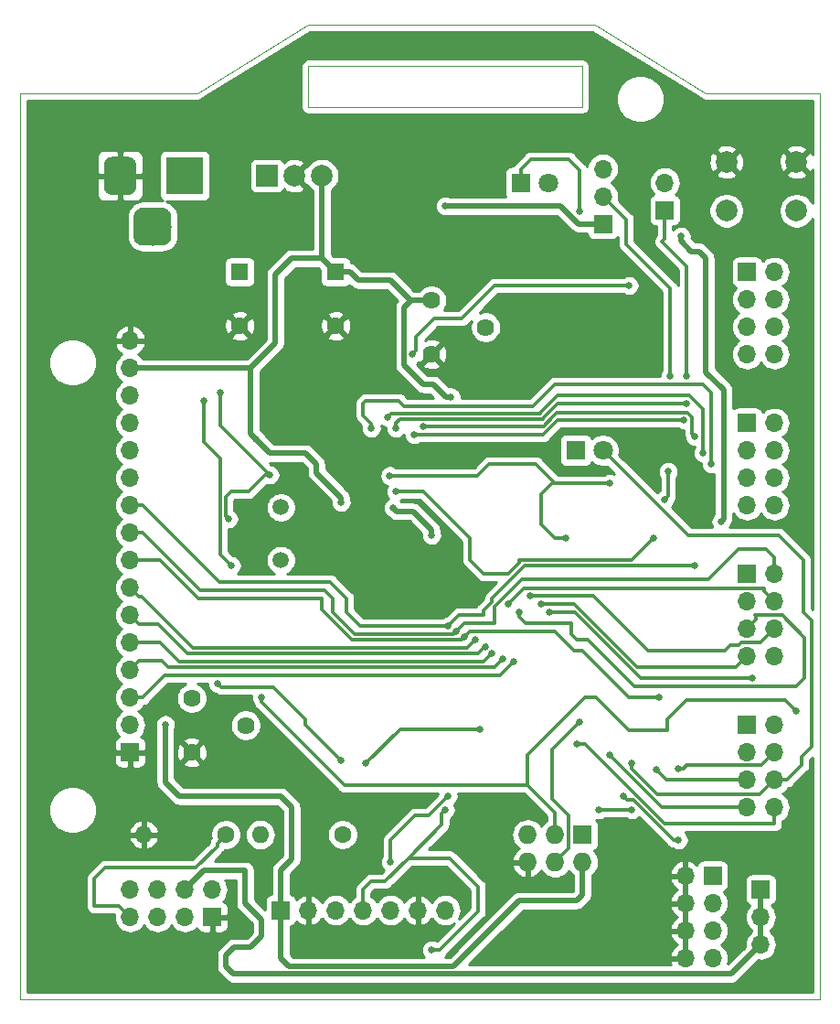
<source format=gbr>
G04 #@! TF.GenerationSoftware,KiCad,Pcbnew,(5.1.2)-2*
G04 #@! TF.CreationDate,2020-01-10T15:24:26+03:00*
G04 #@! TF.ProjectId,DINODE,44494e4f-4445-42e6-9b69-6361645f7063,rev?*
G04 #@! TF.SameCoordinates,Original*
G04 #@! TF.FileFunction,Copper,L2,Bot*
G04 #@! TF.FilePolarity,Positive*
%FSLAX46Y46*%
G04 Gerber Fmt 4.6, Leading zero omitted, Abs format (unit mm)*
G04 Created by KiCad (PCBNEW (5.1.2)-2) date 2020-01-10 15:24:26*
%MOMM*%
%LPD*%
G04 APERTURE LIST*
G04 #@! TA.AperFunction,NonConductor*
%ADD10C,0.050000*%
G04 #@! TD*
G04 #@! TA.AperFunction,ComponentPad*
%ADD11R,1.600000X1.600000*%
G04 #@! TD*
G04 #@! TA.AperFunction,ComponentPad*
%ADD12C,1.600000*%
G04 #@! TD*
G04 #@! TA.AperFunction,ComponentPad*
%ADD13C,1.800000*%
G04 #@! TD*
G04 #@! TA.AperFunction,ComponentPad*
%ADD14R,1.800000X1.800000*%
G04 #@! TD*
G04 #@! TA.AperFunction,ComponentPad*
%ADD15R,1.700000X1.700000*%
G04 #@! TD*
G04 #@! TA.AperFunction,ComponentPad*
%ADD16O,1.700000X1.700000*%
G04 #@! TD*
G04 #@! TA.AperFunction,ComponentPad*
%ADD17O,1.600000X1.600000*%
G04 #@! TD*
G04 #@! TA.AperFunction,ComponentPad*
%ADD18R,2.000000X2.000000*%
G04 #@! TD*
G04 #@! TA.AperFunction,ComponentPad*
%ADD19C,2.000000*%
G04 #@! TD*
G04 #@! TA.AperFunction,ComponentPad*
%ADD20C,1.500000*%
G04 #@! TD*
G04 #@! TA.AperFunction,ComponentPad*
%ADD21R,3.500000X3.500000*%
G04 #@! TD*
G04 #@! TA.AperFunction,Conductor*
%ADD22C,0.100000*%
G04 #@! TD*
G04 #@! TA.AperFunction,ComponentPad*
%ADD23C,3.000000*%
G04 #@! TD*
G04 #@! TA.AperFunction,ComponentPad*
%ADD24C,3.500000*%
G04 #@! TD*
G04 #@! TA.AperFunction,ComponentPad*
%ADD25R,1.727200X1.727200*%
G04 #@! TD*
G04 #@! TA.AperFunction,ComponentPad*
%ADD26O,1.727200X1.727200*%
G04 #@! TD*
G04 #@! TA.AperFunction,ComponentPad*
%ADD27C,1.620000*%
G04 #@! TD*
G04 #@! TA.AperFunction,ViaPad*
%ADD28C,0.650000*%
G04 #@! TD*
G04 #@! TA.AperFunction,Conductor*
%ADD29C,0.500000*%
G04 #@! TD*
G04 #@! TA.AperFunction,Conductor*
%ADD30C,0.300000*%
G04 #@! TD*
G04 #@! TA.AperFunction,Conductor*
%ADD31C,0.254000*%
G04 #@! TD*
G04 APERTURE END LIST*
D10*
X159131000Y-129540000D02*
X130810000Y-129540000D01*
X159131000Y-60198000D02*
X159131000Y-129540000D01*
X159131000Y-45720000D02*
X148590000Y-45720000D01*
X159131000Y-60198000D02*
X159131000Y-45720000D01*
X137160000Y-43180000D02*
X111760000Y-43180000D01*
X137160000Y-46990000D02*
X137160000Y-43180000D01*
X111760000Y-46990000D02*
X137160000Y-46990000D01*
X111760000Y-43180000D02*
X111760000Y-46990000D01*
X138303000Y-39370000D02*
X148590000Y-45720000D01*
X136017000Y-39370000D02*
X138303000Y-39370000D01*
X111760000Y-39370000D02*
X136017000Y-39370000D01*
X101473000Y-45720000D02*
X111760000Y-39370000D01*
X86995000Y-45720000D02*
X101473000Y-45720000D01*
X85090000Y-45720000D02*
X86995000Y-45720000D01*
X85090000Y-129540000D02*
X90170000Y-129540000D01*
X85090000Y-45720000D02*
X85090000Y-129540000D01*
X90170000Y-129540000D02*
X130810000Y-129540000D01*
D11*
G04 #@! TO.P,C3,1*
G04 #@! TO.N,+12V*
X105410000Y-62230000D03*
D12*
G04 #@! TO.P,C3,2*
G04 #@! TO.N,GND*
X105410000Y-67230000D03*
G04 #@! TD*
G04 #@! TO.P,C4,2*
G04 #@! TO.N,GND*
X114300000Y-67230000D03*
D11*
G04 #@! TO.P,C4,1*
G04 #@! TO.N,+5V*
X114300000Y-62230000D03*
G04 #@! TD*
D13*
G04 #@! TO.P,D1,2*
G04 #@! TO.N,+5V*
X133985000Y-53975000D03*
D14*
G04 #@! TO.P,D1,1*
G04 #@! TO.N,Net-(D1-Pad1)*
X131445000Y-53975000D03*
G04 #@! TD*
G04 #@! TO.P,D2,1*
G04 #@! TO.N,Net-(D2-Pad1)*
X136525000Y-78740000D03*
D13*
G04 #@! TO.P,D2,2*
G04 #@! TO.N,PD_5*
X139065000Y-78740000D03*
G04 #@! TD*
D15*
G04 #@! TO.P,J2,1*
G04 #@! TO.N,Net-(J2-Pad1)*
X144780000Y-56515000D03*
D16*
G04 #@! TO.P,J2,2*
G04 #@! TO.N,+5V*
X144780000Y-53975000D03*
G04 #@! TD*
D15*
G04 #@! TO.P,J3,1*
G04 #@! TO.N,+5V*
X109220000Y-121285000D03*
D16*
G04 #@! TO.P,J3,2*
G04 #@! TO.N,GND*
X111760000Y-121285000D03*
G04 #@! TO.P,J3,3*
G04 #@! TO.N,Net-(J3-Pad3)*
X114300000Y-121285000D03*
G04 #@! TO.P,J3,4*
G04 #@! TO.N,PD_0*
X116840000Y-121285000D03*
G04 #@! TO.P,J3,5*
G04 #@! TO.N,PD_1*
X119380000Y-121285000D03*
G04 #@! TO.P,J3,6*
G04 #@! TO.N,GND*
X121920000Y-121285000D03*
G04 #@! TO.P,J3,7*
G04 #@! TO.N,Net-(J3-Pad7)*
X124460000Y-121285000D03*
G04 #@! TD*
D15*
G04 #@! TO.P,J4,1*
G04 #@! TO.N,GND*
X95250000Y-106680000D03*
D16*
G04 #@! TO.P,J4,2*
G04 #@! TO.N,+5V*
X95250000Y-104140000D03*
G04 #@! TO.P,J4,3*
G04 #@! TO.N,PC_7*
X95250000Y-101600000D03*
G04 #@! TO.P,J4,4*
G04 #@! TO.N,PC_6*
X95250000Y-99060000D03*
G04 #@! TO.P,J4,5*
G04 #@! TO.N,PC_5*
X95250000Y-96520000D03*
G04 #@! TO.P,J4,6*
G04 #@! TO.N,PC_4*
X95250000Y-93980000D03*
G04 #@! TO.P,J4,7*
G04 #@! TO.N,PC_3*
X95250000Y-91440000D03*
G04 #@! TO.P,J4,8*
G04 #@! TO.N,PC_2*
X95250000Y-88900000D03*
G04 #@! TO.P,J4,9*
G04 #@! TO.N,PC_1*
X95250000Y-86360000D03*
G04 #@! TO.P,J4,10*
G04 #@! TO.N,PC_0*
X95250000Y-83820000D03*
G04 #@! TO.P,J4,11*
G04 #@! TO.N,PB_2*
X95250000Y-81280000D03*
G04 #@! TO.P,J4,12*
G04 #@! TO.N,PB_1*
X95250000Y-78740000D03*
G04 #@! TO.P,J4,13*
G04 #@! TO.N,PB_0*
X95250000Y-76200000D03*
G04 #@! TO.P,J4,14*
G04 #@! TO.N,VO*
X95250000Y-73660000D03*
G04 #@! TO.P,J4,15*
G04 #@! TO.N,+5V*
X95250000Y-71120000D03*
G04 #@! TO.P,J4,16*
G04 #@! TO.N,GND*
X95250000Y-68580000D03*
G04 #@! TD*
D15*
G04 #@! TO.P,J5,1*
G04 #@! TO.N,GND*
X102870000Y-121920000D03*
D16*
G04 #@! TO.P,J5,2*
G04 #@! TO.N,PD_0*
X102870000Y-119380000D03*
G04 #@! TO.P,J5,3*
G04 #@! TO.N,Net-(J5-Pad3)*
X100330000Y-121920000D03*
G04 #@! TO.P,J5,4*
G04 #@! TO.N,+3V3*
X100330000Y-119380000D03*
G04 #@! TO.P,J5,5*
G04 #@! TO.N,Net-(J5-Pad5)*
X97790000Y-121920000D03*
G04 #@! TO.P,J5,6*
G04 #@! TO.N,Net-(J5-Pad6)*
X97790000Y-119380000D03*
G04 #@! TO.P,J5,7*
G04 #@! TO.N,ESP_RX*
X95250000Y-121920000D03*
G04 #@! TO.P,J5,8*
G04 #@! TO.N,+3V3*
X95250000Y-119380000D03*
G04 #@! TD*
D15*
G04 #@! TO.P,J6,1*
G04 #@! TO.N,PA_0*
X152400000Y-62230000D03*
D16*
G04 #@! TO.P,J6,2*
G04 #@! TO.N,PA_1*
X154940000Y-62230000D03*
G04 #@! TO.P,J6,3*
G04 #@! TO.N,PA_2*
X152400000Y-64770000D03*
G04 #@! TO.P,J6,4*
G04 #@! TO.N,PA_3*
X154940000Y-64770000D03*
G04 #@! TO.P,J6,5*
G04 #@! TO.N,PA_4*
X152400000Y-67310000D03*
G04 #@! TO.P,J6,6*
G04 #@! TO.N,PA_5*
X154940000Y-67310000D03*
G04 #@! TO.P,J6,7*
G04 #@! TO.N,PA_6*
X152400000Y-69850000D03*
G04 #@! TO.P,J6,8*
G04 #@! TO.N,PA_7*
X154940000Y-69850000D03*
G04 #@! TD*
D15*
G04 #@! TO.P,J7,1*
G04 #@! TO.N,PC_0*
X152400000Y-90170000D03*
D16*
G04 #@! TO.P,J7,2*
G04 #@! TO.N,PC_1*
X154940000Y-90170000D03*
G04 #@! TO.P,J7,3*
G04 #@! TO.N,PC_2*
X152400000Y-92710000D03*
G04 #@! TO.P,J7,4*
G04 #@! TO.N,PC_3*
X154940000Y-92710000D03*
G04 #@! TO.P,J7,5*
G04 #@! TO.N,PC_4*
X152400000Y-95250000D03*
G04 #@! TO.P,J7,6*
G04 #@! TO.N,PC_5*
X154940000Y-95250000D03*
G04 #@! TO.P,J7,7*
G04 #@! TO.N,PC_6*
X152400000Y-97790000D03*
G04 #@! TO.P,J7,8*
G04 #@! TO.N,PC_7*
X154940000Y-97790000D03*
G04 #@! TD*
G04 #@! TO.P,J9,8*
G04 #@! TO.N,PB_7*
X154940000Y-83820000D03*
G04 #@! TO.P,J9,7*
G04 #@! TO.N,MISO*
X152400000Y-83820000D03*
G04 #@! TO.P,J9,6*
G04 #@! TO.N,MOSI*
X154940000Y-81280000D03*
G04 #@! TO.P,J9,5*
G04 #@! TO.N,PB_4*
X152400000Y-81280000D03*
G04 #@! TO.P,J9,4*
G04 #@! TO.N,PB_3*
X154940000Y-78740000D03*
G04 #@! TO.P,J9,3*
G04 #@! TO.N,PB_2*
X152400000Y-78740000D03*
G04 #@! TO.P,J9,2*
G04 #@! TO.N,PB_1*
X154940000Y-76200000D03*
D15*
G04 #@! TO.P,J9,1*
G04 #@! TO.N,PB_0*
X152400000Y-76200000D03*
G04 #@! TD*
G04 #@! TO.P,J10,1*
G04 #@! TO.N,+3V3*
X139065000Y-57785000D03*
D16*
G04 #@! TO.P,J10,2*
G04 #@! TO.N,A_REF*
X139065000Y-55245000D03*
G04 #@! TO.P,J10,3*
G04 #@! TO.N,+5V*
X139065000Y-52705000D03*
G04 #@! TD*
G04 #@! TO.P,J11,8*
G04 #@! TO.N,PD_7*
X154940000Y-111760000D03*
G04 #@! TO.P,J11,7*
G04 #@! TO.N,PD_6*
X152400000Y-111760000D03*
G04 #@! TO.P,J11,6*
G04 #@! TO.N,PD_5*
X154940000Y-109220000D03*
G04 #@! TO.P,J11,5*
G04 #@! TO.N,PD_4*
X152400000Y-109220000D03*
G04 #@! TO.P,J11,4*
G04 #@! TO.N,PD_3*
X154940000Y-106680000D03*
G04 #@! TO.P,J11,3*
G04 #@! TO.N,PD_2*
X152400000Y-106680000D03*
G04 #@! TO.P,J11,2*
G04 #@! TO.N,PD_1*
X154940000Y-104140000D03*
D15*
G04 #@! TO.P,J11,1*
G04 #@! TO.N,PD_0*
X152400000Y-104140000D03*
G04 #@! TD*
D12*
G04 #@! TO.P,R1,1*
G04 #@! TO.N,PD_1*
X114935000Y-114300000D03*
D17*
G04 #@! TO.P,R1,2*
G04 #@! TO.N,ESP_RX*
X107315000Y-114300000D03*
G04 #@! TD*
G04 #@! TO.P,R2,2*
G04 #@! TO.N,GND*
X96520000Y-114300000D03*
D12*
G04 #@! TO.P,R2,1*
G04 #@! TO.N,ESP_RX*
X104140000Y-114300000D03*
G04 #@! TD*
D18*
G04 #@! TO.P,U1,1*
G04 #@! TO.N,+12V*
X107950000Y-53340000D03*
D19*
G04 #@! TO.P,U1,2*
G04 #@! TO.N,GND*
X110490000Y-53340000D03*
G04 #@! TO.P,U1,3*
G04 #@! TO.N,+5V*
X113030000Y-53340000D03*
G04 #@! TD*
D20*
G04 #@! TO.P,Y1,1*
G04 #@! TO.N,Net-(C1-Pad1)*
X109220000Y-88900000D03*
G04 #@! TO.P,Y1,2*
G04 #@! TO.N,Net-(C2-Pad1)*
X109220000Y-84020000D03*
G04 #@! TD*
D21*
G04 #@! TO.P,J1,1*
G04 #@! TO.N,+12V*
X100330000Y-53340000D03*
D22*
G04 #@! TD*
G04 #@! TO.N,GND*
G04 #@! TO.C,J1*
G36*
X95153513Y-51593611D02*
G01*
X95226318Y-51604411D01*
X95297714Y-51622295D01*
X95367013Y-51647090D01*
X95433548Y-51678559D01*
X95496678Y-51716398D01*
X95555795Y-51760242D01*
X95610330Y-51809670D01*
X95659758Y-51864205D01*
X95703602Y-51923322D01*
X95741441Y-51986452D01*
X95772910Y-52052987D01*
X95797705Y-52122286D01*
X95815589Y-52193682D01*
X95826389Y-52266487D01*
X95830000Y-52340000D01*
X95830000Y-54340000D01*
X95826389Y-54413513D01*
X95815589Y-54486318D01*
X95797705Y-54557714D01*
X95772910Y-54627013D01*
X95741441Y-54693548D01*
X95703602Y-54756678D01*
X95659758Y-54815795D01*
X95610330Y-54870330D01*
X95555795Y-54919758D01*
X95496678Y-54963602D01*
X95433548Y-55001441D01*
X95367013Y-55032910D01*
X95297714Y-55057705D01*
X95226318Y-55075589D01*
X95153513Y-55086389D01*
X95080000Y-55090000D01*
X93580000Y-55090000D01*
X93506487Y-55086389D01*
X93433682Y-55075589D01*
X93362286Y-55057705D01*
X93292987Y-55032910D01*
X93226452Y-55001441D01*
X93163322Y-54963602D01*
X93104205Y-54919758D01*
X93049670Y-54870330D01*
X93000242Y-54815795D01*
X92956398Y-54756678D01*
X92918559Y-54693548D01*
X92887090Y-54627013D01*
X92862295Y-54557714D01*
X92844411Y-54486318D01*
X92833611Y-54413513D01*
X92830000Y-54340000D01*
X92830000Y-52340000D01*
X92833611Y-52266487D01*
X92844411Y-52193682D01*
X92862295Y-52122286D01*
X92887090Y-52052987D01*
X92918559Y-51986452D01*
X92956398Y-51923322D01*
X93000242Y-51864205D01*
X93049670Y-51809670D01*
X93104205Y-51760242D01*
X93163322Y-51716398D01*
X93226452Y-51678559D01*
X93292987Y-51647090D01*
X93362286Y-51622295D01*
X93433682Y-51604411D01*
X93506487Y-51593611D01*
X93580000Y-51590000D01*
X95080000Y-51590000D01*
X95153513Y-51593611D01*
X95153513Y-51593611D01*
G37*
D23*
G04 #@! TO.P,J1,2*
G04 #@! TO.N,GND*
X94330000Y-53340000D03*
D22*
G04 #@! TD*
G04 #@! TO.N,N/C*
G04 #@! TO.C,J1*
G36*
X98290765Y-56294213D02*
G01*
X98375704Y-56306813D01*
X98458999Y-56327677D01*
X98539848Y-56356605D01*
X98617472Y-56393319D01*
X98691124Y-56437464D01*
X98760094Y-56488616D01*
X98823718Y-56546282D01*
X98881384Y-56609906D01*
X98932536Y-56678876D01*
X98976681Y-56752528D01*
X99013395Y-56830152D01*
X99042323Y-56911001D01*
X99063187Y-56994296D01*
X99075787Y-57079235D01*
X99080000Y-57165000D01*
X99080000Y-58915000D01*
X99075787Y-59000765D01*
X99063187Y-59085704D01*
X99042323Y-59168999D01*
X99013395Y-59249848D01*
X98976681Y-59327472D01*
X98932536Y-59401124D01*
X98881384Y-59470094D01*
X98823718Y-59533718D01*
X98760094Y-59591384D01*
X98691124Y-59642536D01*
X98617472Y-59686681D01*
X98539848Y-59723395D01*
X98458999Y-59752323D01*
X98375704Y-59773187D01*
X98290765Y-59785787D01*
X98205000Y-59790000D01*
X96455000Y-59790000D01*
X96369235Y-59785787D01*
X96284296Y-59773187D01*
X96201001Y-59752323D01*
X96120152Y-59723395D01*
X96042528Y-59686681D01*
X95968876Y-59642536D01*
X95899906Y-59591384D01*
X95836282Y-59533718D01*
X95778616Y-59470094D01*
X95727464Y-59401124D01*
X95683319Y-59327472D01*
X95646605Y-59249848D01*
X95617677Y-59168999D01*
X95596813Y-59085704D01*
X95584213Y-59000765D01*
X95580000Y-58915000D01*
X95580000Y-57165000D01*
X95584213Y-57079235D01*
X95596813Y-56994296D01*
X95617677Y-56911001D01*
X95646605Y-56830152D01*
X95683319Y-56752528D01*
X95727464Y-56678876D01*
X95778616Y-56609906D01*
X95836282Y-56546282D01*
X95899906Y-56488616D01*
X95968876Y-56437464D01*
X96042528Y-56393319D01*
X96120152Y-56356605D01*
X96201001Y-56327677D01*
X96284296Y-56306813D01*
X96369235Y-56294213D01*
X96455000Y-56290000D01*
X98205000Y-56290000D01*
X98290765Y-56294213D01*
X98290765Y-56294213D01*
G37*
D24*
G04 #@! TO.P,J1,3*
G04 #@! TO.N,N/C*
X97330000Y-58040000D03*
G04 #@! TD*
D25*
G04 #@! TO.P,J8,1*
G04 #@! TO.N,MISO*
X137160000Y-114300000D03*
D26*
G04 #@! TO.P,J8,2*
G04 #@! TO.N,+5V*
X137160000Y-116840000D03*
G04 #@! TO.P,J8,3*
G04 #@! TO.N,PB_7*
X134620000Y-114300000D03*
G04 #@! TO.P,J8,4*
G04 #@! TO.N,MOSI*
X134620000Y-116840000D03*
G04 #@! TO.P,J8,5*
G04 #@! TO.N,RESET*
X132080000Y-114300000D03*
G04 #@! TO.P,J8,6*
G04 #@! TO.N,GND*
X132080000Y-116840000D03*
G04 #@! TD*
D27*
G04 #@! TO.P,RV1,1*
G04 #@! TO.N,GND*
X100965000Y-106680000D03*
G04 #@! TO.P,RV1,2*
G04 #@! TO.N,VO*
X105965000Y-104180000D03*
G04 #@! TO.P,RV1,3*
G04 #@! TO.N,+5V*
X100965000Y-101680000D03*
G04 #@! TD*
G04 #@! TO.P,RV2,3*
G04 #@! TO.N,+5V*
X123190000Y-64850000D03*
G04 #@! TO.P,RV2,2*
G04 #@! TO.N,PA_0*
X128190000Y-67350000D03*
G04 #@! TO.P,RV2,1*
G04 #@! TO.N,GND*
X123190000Y-69850000D03*
G04 #@! TD*
D19*
G04 #@! TO.P,SW1,2*
G04 #@! TO.N,RESET*
X150495000Y-56570000D03*
G04 #@! TO.P,SW1,1*
G04 #@! TO.N,GND*
X150495000Y-52070000D03*
G04 #@! TO.P,SW1,2*
G04 #@! TO.N,RESET*
X156995000Y-56570000D03*
G04 #@! TO.P,SW1,1*
G04 #@! TO.N,GND*
X156995000Y-52070000D03*
G04 #@! TD*
D15*
G04 #@! TO.P,J12,1*
G04 #@! TO.N,+3V3*
X153670000Y-119380000D03*
D16*
G04 #@! TO.P,J12,2*
X153670000Y-121920000D03*
G04 #@! TO.P,J12,3*
X153670000Y-124460000D03*
G04 #@! TD*
G04 #@! TO.P,J13,8*
G04 #@! TO.N,GND*
X146685000Y-125730000D03*
G04 #@! TO.P,J13,7*
G04 #@! TO.N,+5V*
X149225000Y-125730000D03*
G04 #@! TO.P,J13,6*
G04 #@! TO.N,GND*
X146685000Y-123190000D03*
G04 #@! TO.P,J13,5*
G04 #@! TO.N,+5V*
X149225000Y-123190000D03*
G04 #@! TO.P,J13,4*
G04 #@! TO.N,GND*
X146685000Y-120650000D03*
G04 #@! TO.P,J13,3*
G04 #@! TO.N,+5V*
X149225000Y-120650000D03*
G04 #@! TO.P,J13,2*
G04 #@! TO.N,GND*
X146685000Y-118110000D03*
D15*
G04 #@! TO.P,J13,1*
G04 #@! TO.N,+5V*
X149225000Y-118110000D03*
G04 #@! TD*
D28*
G04 #@! TO.N,GND*
X122590000Y-61560000D03*
X128870000Y-61560000D03*
X113792000Y-84328000D03*
X113467001Y-89337001D03*
G04 #@! TO.N,RESET*
X108204000Y-81026000D03*
X103632000Y-73406000D03*
X121425000Y-69850000D03*
X141478000Y-63500000D03*
X104394000Y-85090000D03*
X103378000Y-100330000D03*
X114808000Y-107442000D03*
G04 #@! TO.N,Net-(D1-Pad1)*
X136906000Y-56642000D03*
G04 #@! TO.N,PC_7*
X130810000Y-98298000D03*
X152908000Y-99822000D03*
X134112000Y-93726000D03*
G04 #@! TO.N,Net-(J2-Pad1)*
X144780000Y-83312000D03*
X145104999Y-80701001D03*
X146812000Y-71882000D03*
G04 #@! TO.N,PD_0*
X138684000Y-112014000D03*
X141732000Y-112014000D03*
X124460000Y-112014000D03*
X123190000Y-124968000D03*
G04 #@! TO.N,PD_1*
X124714000Y-110744000D03*
X119380000Y-116840000D03*
G04 #@! TO.N,PC_6*
X129794000Y-98044000D03*
X133350000Y-92964000D03*
G04 #@! TO.N,PC_5*
X128778000Y-97536000D03*
X132334000Y-92202000D03*
G04 #@! TO.N,PC_4*
X128176958Y-96934958D03*
X131318000Y-93726000D03*
G04 #@! TO.N,PC_3*
X127254000Y-96266000D03*
X130302000Y-92964000D03*
G04 #@! TO.N,PC_2*
X126238000Y-96012000D03*
X144272000Y-101600000D03*
G04 #@! TO.N,PC_1*
X125476000Y-95504000D03*
G04 #@! TO.N,PC_0*
X124714000Y-94996000D03*
X147574000Y-89408000D03*
G04 #@! TO.N,PB_2*
X119126000Y-75692000D03*
X148336000Y-78994000D03*
G04 #@! TO.N,PB_1*
X121590000Y-77292000D03*
X146558000Y-75946000D03*
G04 #@! TO.N,PB_0*
X122390000Y-76492000D03*
X147574000Y-77470000D03*
G04 #@! TO.N,VO*
X102108000Y-74168000D03*
X104648000Y-89408000D03*
G04 #@! TO.N,+3V3*
X124460000Y-56134000D03*
X146304000Y-58928000D03*
X149987000Y-85344000D03*
G04 #@! TO.N,PB_7*
X107442000Y-101600000D03*
X156972000Y-102870000D03*
G04 #@! TO.N,MOSI*
X119316000Y-81090000D03*
X139700000Y-81788000D03*
X135636000Y-86868000D03*
X136906000Y-103886000D03*
G04 #@! TO.N,PB_4*
X117602000Y-76708000D03*
X149098000Y-80010000D03*
G04 #@! TO.N,PB_3*
X119888000Y-76708000D03*
X146812000Y-74422000D03*
G04 #@! TO.N,A_REF*
X145288000Y-71882000D03*
G04 #@! TO.N,PD_7*
X136652000Y-105918000D03*
G04 #@! TO.N,PD_6*
X139700000Y-106934000D03*
G04 #@! TO.N,PD_5*
X141732000Y-107696000D03*
G04 #@! TO.N,PD_4*
X144018000Y-108291000D03*
G04 #@! TO.N,PD_3*
X146050000Y-108204000D03*
G04 #@! TO.N,PD_2*
X140970000Y-110744000D03*
X146050000Y-114795000D03*
G04 #@! TO.N,MISO*
X119888000Y-82550000D03*
X143764000Y-86868000D03*
X127635000Y-104521000D03*
X117094000Y-107696000D03*
G04 #@! TO.N,+5V*
X124968000Y-73797990D03*
X98528500Y-104116500D03*
X106426000Y-71120000D03*
X106934000Y-77724000D03*
X119634000Y-84074000D03*
X123190000Y-86614000D03*
X114808000Y-83566000D03*
G04 #@! TD*
D29*
G04 #@! TO.N,GND*
X122590000Y-61560000D02*
X128870000Y-61560000D01*
X113467001Y-84652999D02*
X113467001Y-89337001D01*
X113792000Y-84328000D02*
X113467001Y-84652999D01*
D30*
G04 #@! TO.N,RESET*
X108204000Y-81026000D02*
X103632000Y-76454000D01*
X103632000Y-76454000D02*
X103632000Y-73406000D01*
X121749999Y-69525001D02*
X121749999Y-68242001D01*
X121425000Y-69850000D02*
X121749999Y-69525001D01*
X121749999Y-68242001D02*
X122936000Y-67056000D01*
X122936000Y-67056000D02*
X123444000Y-66548000D01*
X123444000Y-66548000D02*
X125984000Y-66548000D01*
X125984000Y-66548000D02*
X127508000Y-65024000D01*
X127508000Y-65024000D02*
X129032000Y-63500000D01*
X129032000Y-63500000D02*
X141478000Y-63500000D01*
X107744381Y-81026000D02*
X106220381Y-82550000D01*
X108204000Y-81026000D02*
X107744381Y-81026000D01*
X106220381Y-82550000D02*
X104902000Y-82550000D01*
X104648000Y-82550000D02*
X104140000Y-83058000D01*
X104902000Y-82550000D02*
X104648000Y-82550000D01*
X104140000Y-83058000D02*
X104140000Y-84074000D01*
X104140000Y-84074000D02*
X104140000Y-84836000D01*
X104140000Y-84836000D02*
X104394000Y-85090000D01*
X103702999Y-100654999D02*
X108528999Y-100654999D01*
X103378000Y-100330000D02*
X103702999Y-100654999D01*
X111506000Y-103632000D02*
X111506000Y-104140000D01*
X108528999Y-100654999D02*
X111506000Y-103632000D01*
X111506000Y-104140000D02*
X114808000Y-107442000D01*
G04 #@! TO.N,Net-(D1-Pad1)*
X131445000Y-52775000D02*
X131445000Y-53975000D01*
X132404000Y-51816000D02*
X131445000Y-52775000D01*
X135890000Y-51816000D02*
X132404000Y-51816000D01*
X136906000Y-52832000D02*
X135890000Y-51816000D01*
X136906000Y-56642000D02*
X136906000Y-52832000D01*
G04 #@! TO.N,PC_7*
X96452081Y-101600000D02*
X98484081Y-99568000D01*
X95250000Y-101600000D02*
X96452081Y-101600000D01*
X98484081Y-99568000D02*
X129540000Y-99568000D01*
X129540000Y-99568000D02*
X130810000Y-98298000D01*
X130810000Y-98298000D02*
X130810000Y-98298000D01*
X142548880Y-99822000D02*
X136452880Y-93726000D01*
X152908000Y-99822000D02*
X142548880Y-99822000D01*
X136452880Y-93726000D02*
X134112000Y-93726000D01*
G04 #@! TO.N,Net-(J2-Pad1)*
X145104999Y-82987001D02*
X145104999Y-80701001D01*
X144780000Y-83312000D02*
X145104999Y-82987001D01*
X146812000Y-71882000D02*
X146812000Y-61722000D01*
X146812000Y-61722000D02*
X144526000Y-59436000D01*
X144780000Y-59182000D02*
X144780000Y-56515000D01*
X144526000Y-59436000D02*
X144780000Y-59182000D01*
G04 #@! TO.N,PD_0*
X138684000Y-112014000D02*
X141732000Y-112014000D01*
X116840000Y-119380000D02*
X116840000Y-121285000D01*
X117602000Y-118618000D02*
X116840000Y-119380000D01*
X118872000Y-118618000D02*
X117602000Y-118618000D01*
X124460000Y-112014000D02*
X124135001Y-112338999D01*
X124135001Y-112338999D02*
X124135001Y-113354999D01*
X121031000Y-116459000D02*
X124841000Y-116459000D01*
X121031000Y-116459000D02*
X118872000Y-118618000D01*
X124135001Y-113354999D02*
X121031000Y-116459000D01*
X124841000Y-116459000D02*
X127000000Y-118618000D01*
X127000000Y-118618000D02*
X127508000Y-119126000D01*
X127508000Y-119126000D02*
X127508000Y-121158000D01*
X127508000Y-121158000D02*
X127508000Y-121412000D01*
X127508000Y-121412000D02*
X124968000Y-123952000D01*
X124968000Y-123952000D02*
X123952000Y-124968000D01*
X123952000Y-124968000D02*
X123190000Y-124968000D01*
G04 #@! TO.N,PD_1*
X124714000Y-110744000D02*
X122936000Y-112522000D01*
X122936000Y-112522000D02*
X121920000Y-112522000D01*
X121920000Y-112522000D02*
X121666000Y-112522000D01*
X121666000Y-112522000D02*
X119380000Y-114808000D01*
X119380000Y-114808000D02*
X119380000Y-116586000D01*
X119380000Y-116586000D02*
X119380000Y-116840000D01*
G04 #@! TO.N,PC_6*
X96099999Y-98210001D02*
X98210001Y-98210001D01*
X95250000Y-99060000D02*
X96099999Y-98210001D01*
X98210001Y-98210001D02*
X98806000Y-98806000D01*
X98806000Y-98806000D02*
X129032000Y-98806000D01*
X129032000Y-98806000D02*
X129794000Y-98044000D01*
X151384000Y-98806000D02*
X152400000Y-97790000D01*
X142240000Y-98806000D02*
X151384000Y-98806000D01*
X133350000Y-92964000D02*
X136398000Y-92964000D01*
X136398000Y-92964000D02*
X142240000Y-98806000D01*
G04 #@! TO.N,PC_5*
X95250000Y-96520000D02*
X98044000Y-96520000D01*
X98044000Y-96520000D02*
X99822000Y-98298000D01*
X99822000Y-98298000D02*
X128016000Y-98298000D01*
X128016000Y-98298000D02*
X128778000Y-97536000D01*
X132334000Y-92202000D02*
X138176000Y-92202000D01*
X138176000Y-92202000D02*
X143256000Y-97282000D01*
X143256000Y-97282000D02*
X150368000Y-97282000D01*
X150368000Y-97282000D02*
X150876000Y-96774000D01*
X151639998Y-96774000D02*
X151893998Y-96520000D01*
X150876000Y-96774000D02*
X151639998Y-96774000D01*
X153670000Y-96520000D02*
X154940000Y-95250000D01*
X151893998Y-96520000D02*
X153670000Y-96520000D01*
G04 #@! TO.N,PC_4*
X96099999Y-94829999D02*
X97877999Y-94829999D01*
X95250000Y-93980000D02*
X96099999Y-94829999D01*
X97877999Y-94829999D02*
X100584000Y-97536000D01*
X100584000Y-97536000D02*
X123698000Y-97536000D01*
X123698000Y-97536000D02*
X127508000Y-97536000D01*
X127508000Y-97536000D02*
X128270000Y-96774000D01*
X128270000Y-96774000D02*
X128176958Y-96867042D01*
X128176958Y-96867042D02*
X128176958Y-96934958D01*
X153249999Y-94400001D02*
X152400000Y-95250000D01*
X153249999Y-94067999D02*
X153249999Y-94400001D01*
X156972000Y-100584000D02*
X157734000Y-99822000D01*
X141986000Y-100584000D02*
X156972000Y-100584000D01*
X153162000Y-93980000D02*
X153249999Y-94067999D01*
X157734000Y-99822000D02*
X157734000Y-96066880D01*
X137668000Y-96266000D02*
X141986000Y-100584000D01*
X155647120Y-93980000D02*
X153162000Y-93980000D01*
X131318000Y-93726000D02*
X131318000Y-94185619D01*
X131318000Y-94185619D02*
X131874381Y-94742000D01*
X131874381Y-94742000D02*
X136144000Y-94742000D01*
X157734000Y-96066880D02*
X155647120Y-93980000D01*
X136144000Y-94742000D02*
X136144000Y-95758000D01*
X136144000Y-95758000D02*
X136652000Y-96266000D01*
X136652000Y-96266000D02*
X137668000Y-96266000D01*
G04 #@! TO.N,PC_3*
X96099999Y-92289999D02*
X96353999Y-92289999D01*
X95250000Y-91440000D02*
X96099999Y-92289999D01*
X96353999Y-92289999D02*
X101092000Y-97028000D01*
X102616000Y-97028000D02*
X102623990Y-97035990D01*
X101092000Y-97028000D02*
X102616000Y-97028000D01*
X102623990Y-97035990D02*
X123490890Y-97035990D01*
X123490890Y-97035990D02*
X126484010Y-97035990D01*
X126484010Y-97035990D02*
X127254000Y-96266000D01*
X153993999Y-91763999D02*
X154940000Y-92710000D01*
X153993999Y-91509999D02*
X153993999Y-91763999D01*
X130302000Y-92964000D02*
X131756001Y-91509999D01*
X131756001Y-91509999D02*
X153993999Y-91509999D01*
G04 #@! TO.N,PC_2*
X95250000Y-88900000D02*
X98044000Y-88900000D01*
X98044000Y-88900000D02*
X101600000Y-92456000D01*
X101600000Y-92456000D02*
X113030000Y-92456000D01*
X113030000Y-92456000D02*
X113030000Y-93472000D01*
X113030000Y-93472000D02*
X115824000Y-96266000D01*
X115824000Y-96266000D02*
X120650000Y-96266000D01*
X120650000Y-96266000D02*
X125984000Y-96266000D01*
X125984000Y-96266000D02*
X126238000Y-96012000D01*
X126238000Y-96012000D02*
X126746000Y-95504000D01*
X126746000Y-95504000D02*
X134620000Y-95504000D01*
X134620000Y-95504000D02*
X136398000Y-97282000D01*
X136398000Y-97282000D02*
X137160000Y-97282000D01*
X137160000Y-97282000D02*
X138176000Y-98298000D01*
X138176000Y-98298000D02*
X141478000Y-101600000D01*
X141478000Y-101600000D02*
X144272000Y-101600000D01*
G04 #@! TO.N,PC_1*
X96452081Y-86360000D02*
X101786081Y-91694000D01*
X95250000Y-86360000D02*
X96452081Y-86360000D01*
X101786081Y-91694000D02*
X113284000Y-91694000D01*
X113284000Y-91694000D02*
X114046000Y-92456000D01*
X114046000Y-92456000D02*
X114046000Y-92964000D01*
X114046000Y-92964000D02*
X114046000Y-93726000D01*
X114046000Y-93726000D02*
X115570000Y-95250000D01*
X115570000Y-95250000D02*
X116078000Y-95758000D01*
X116078000Y-95758000D02*
X119888000Y-95758000D01*
X119888000Y-95758000D02*
X125222000Y-95758000D01*
X125222000Y-95758000D02*
X125476000Y-95504000D01*
X154178000Y-87884000D02*
X154940000Y-88646000D01*
X151638000Y-87884000D02*
X154178000Y-87884000D01*
X154940000Y-88646000D02*
X154940000Y-90170000D01*
X126238000Y-94742000D02*
X129032000Y-94742000D01*
X125476000Y-95504000D02*
X126238000Y-94742000D01*
X129032000Y-94742000D02*
X129032000Y-93218000D01*
X129032000Y-93218000D02*
X131572000Y-90678000D01*
X131572000Y-90678000D02*
X148844000Y-90678000D01*
X148844000Y-90678000D02*
X151638000Y-87884000D01*
G04 #@! TO.N,PC_0*
X96452081Y-83820000D02*
X103564081Y-90932000D01*
X95250000Y-83820000D02*
X96452081Y-83820000D01*
X103564081Y-90932000D02*
X113792000Y-90932000D01*
X113792000Y-90932000D02*
X115062000Y-92202000D01*
X115316000Y-92456000D02*
X115316000Y-93726000D01*
X115062000Y-92202000D02*
X115316000Y-92456000D01*
X115316000Y-93726000D02*
X116586000Y-94996000D01*
X116586000Y-94996000D02*
X124714000Y-94996000D01*
X124714000Y-94996000D02*
X125730000Y-93980000D01*
X125730000Y-93980000D02*
X128016000Y-93980000D01*
X128016000Y-93526880D02*
X128778000Y-92764880D01*
X128016000Y-93980000D02*
X128016000Y-93526880D01*
X128778000Y-92764880D02*
X128778000Y-92456000D01*
X128778000Y-92456000D02*
X131064000Y-90170000D01*
X131064000Y-90170000D02*
X131826000Y-89408000D01*
X131826000Y-89408000D02*
X147574000Y-89408000D01*
G04 #@! TO.N,PB_2*
X119126000Y-75692000D02*
X119450999Y-75367001D01*
X119501011Y-75316989D02*
X133217011Y-75316989D01*
X119450999Y-75367001D02*
X119501011Y-75316989D01*
X133217011Y-75316989D02*
X133350000Y-75184000D01*
X133350000Y-75184000D02*
X134620000Y-73914000D01*
X134620000Y-73914000D02*
X134874000Y-73660000D01*
X134874000Y-73660000D02*
X147066000Y-73660000D01*
X148336000Y-74930000D02*
X148336000Y-78994000D01*
X147066000Y-73660000D02*
X148336000Y-74930000D01*
X148336000Y-78994000D02*
X148336000Y-78994000D01*
G04 #@! TO.N,PB_1*
X121590000Y-77292000D02*
X133528000Y-77292000D01*
X133528000Y-77292000D02*
X134366000Y-76454000D01*
X134366000Y-76454000D02*
X134874000Y-75946000D01*
X134874000Y-75946000D02*
X140462000Y-75946000D01*
X140462000Y-75946000D02*
X146558000Y-75946000D01*
G04 #@! TO.N,PB_0*
X122390000Y-76492000D02*
X133566000Y-76492000D01*
X133566000Y-76492000D02*
X134366000Y-75692000D01*
X146882001Y-75270999D02*
X147320000Y-75708998D01*
X134366000Y-75692000D02*
X134787001Y-75270999D01*
X134787001Y-75270999D02*
X146882001Y-75270999D01*
X147320000Y-75708998D02*
X147320000Y-77216000D01*
X147320000Y-77216000D02*
X147574000Y-77470000D01*
G04 #@! TO.N,VO*
X102108000Y-74168000D02*
X102108000Y-77978000D01*
X102108000Y-77978000D02*
X103632000Y-79502000D01*
X103632000Y-79502000D02*
X103632000Y-88392000D01*
X103632000Y-88392000D02*
X104394000Y-89154000D01*
X104394000Y-89154000D02*
X104648000Y-89408000D01*
G04 #@! TO.N,ESP_RX*
X103340001Y-115099999D02*
X103340001Y-115353999D01*
X104140000Y-114300000D02*
X103340001Y-115099999D01*
X103340001Y-115353999D02*
X101346000Y-117348000D01*
X101346000Y-117348000D02*
X92964000Y-117348000D01*
X92964000Y-117348000D02*
X91948000Y-118364000D01*
X91948000Y-118364000D02*
X91948000Y-120904000D01*
X94234000Y-120904000D02*
X95250000Y-121920000D01*
X91948000Y-120904000D02*
X94234000Y-120904000D01*
D29*
G04 #@! TO.N,+3V3*
X124460000Y-56134000D02*
X135128000Y-56134000D01*
X136779000Y-57785000D02*
X139065000Y-57785000D01*
X135128000Y-56134000D02*
X136779000Y-57785000D01*
X153670000Y-119380000D02*
X153670000Y-121920000D01*
X153670000Y-121920000D02*
X153670000Y-124460000D01*
X102108000Y-117602000D02*
X100330000Y-119380000D01*
X105918000Y-117602000D02*
X102108000Y-117602000D01*
X105918000Y-120650000D02*
X105918000Y-117602000D01*
X107442000Y-123698000D02*
X107442000Y-122174000D01*
X106426000Y-124714000D02*
X107442000Y-123698000D01*
X150937990Y-127192010D02*
X104840010Y-127192010D01*
X153670000Y-124460000D02*
X150937990Y-127192010D01*
X107442000Y-122174000D02*
X105918000Y-120650000D01*
X104840010Y-127192010D02*
X104140000Y-126492000D01*
X104140000Y-125476000D02*
X104902000Y-124714000D01*
X104140000Y-126492000D02*
X104140000Y-125476000D01*
X104902000Y-124714000D02*
X106426000Y-124714000D01*
X146304000Y-59387619D02*
X147241381Y-60325000D01*
X146304000Y-58928000D02*
X146304000Y-59387619D01*
X147241381Y-60325000D02*
X147955000Y-60325000D01*
X147955000Y-60325000D02*
X148590000Y-60960000D01*
X148590000Y-60960000D02*
X148590000Y-71374000D01*
X148590000Y-71374000D02*
X148590000Y-71501000D01*
X148590000Y-71501000D02*
X150241000Y-73152000D01*
X150241000Y-73152000D02*
X150241000Y-85090000D01*
X150241000Y-85090000D02*
X149987000Y-85344000D01*
D30*
G04 #@! TO.N,PB_7*
X134620000Y-112268000D02*
X134620000Y-114300000D01*
X132080000Y-109728000D02*
X134620000Y-112268000D01*
X115110381Y-109728000D02*
X132080000Y-109728000D01*
X107442000Y-101600000D02*
X107442000Y-102059619D01*
X107442000Y-102059619D02*
X115110381Y-109728000D01*
X132080000Y-109728000D02*
X132080000Y-106934000D01*
X132080000Y-106934000D02*
X136906000Y-102108000D01*
X136906000Y-102108000D02*
X137414000Y-101600000D01*
X137414000Y-101600000D02*
X138430000Y-101600000D01*
X138430000Y-101600000D02*
X139192000Y-102362000D01*
X139192000Y-102362000D02*
X141478000Y-104648000D01*
X141478000Y-104648000D02*
X145034000Y-104648000D01*
X145034000Y-104648000D02*
X145034000Y-103632000D01*
X145034000Y-103632000D02*
X146812000Y-101854000D01*
X146812000Y-101854000D02*
X155956000Y-101854000D01*
X155956000Y-101854000D02*
X156972000Y-102870000D01*
G04 #@! TO.N,MOSI*
X119316000Y-81090000D02*
X127444000Y-81090000D01*
X127444000Y-81090000D02*
X128524000Y-80010000D01*
X128524000Y-80010000D02*
X129032000Y-80010000D01*
X129032000Y-80010000D02*
X132842000Y-80010000D01*
X132842000Y-80010000D02*
X134366000Y-81534000D01*
X134366000Y-81534000D02*
X134620000Y-81788000D01*
X134620000Y-81788000D02*
X139700000Y-81788000D01*
X134620000Y-81788000D02*
X134366000Y-81788000D01*
X134366000Y-81788000D02*
X133604000Y-82550000D01*
X133604000Y-82550000D02*
X133350000Y-82804000D01*
X133350000Y-82804000D02*
X133350000Y-85598000D01*
X133350000Y-85598000D02*
X134620000Y-86868000D01*
X134620000Y-86868000D02*
X135636000Y-86868000D01*
X135890000Y-115570000D02*
X134620000Y-116840000D01*
X135890000Y-112522000D02*
X135890000Y-115570000D01*
X134366000Y-110998000D02*
X135890000Y-112522000D01*
X136906000Y-103886000D02*
X134366000Y-106426000D01*
X134366000Y-106426000D02*
X134366000Y-110998000D01*
G04 #@! TO.N,PB_4*
X117602000Y-76248381D02*
X116840000Y-75486381D01*
X117602000Y-76708000D02*
X117602000Y-76248381D01*
X116840000Y-75486381D02*
X116840000Y-74676000D01*
X116840000Y-74676000D02*
X116840000Y-74422000D01*
X116840000Y-74422000D02*
X117094000Y-74168000D01*
X117094000Y-74168000D02*
X118618000Y-74168000D01*
X118618000Y-74168000D02*
X120142000Y-74168000D01*
X120142000Y-74168000D02*
X120650000Y-74676000D01*
X120650000Y-74676000D02*
X132588000Y-74676000D01*
X132588000Y-74676000D02*
X133604000Y-73660000D01*
X133604000Y-73660000D02*
X134620000Y-72644000D01*
X134620000Y-72644000D02*
X148082000Y-72644000D01*
X148082000Y-72644000D02*
X148336000Y-72644000D01*
X148336000Y-72644000D02*
X149098000Y-73406000D01*
X149098000Y-73406000D02*
X149098000Y-80010000D01*
G04 #@! TO.N,PB_3*
X119888000Y-76708000D02*
X119888000Y-76200000D01*
X120271001Y-75816999D02*
X133479001Y-75816999D01*
X119888000Y-76200000D02*
X120271001Y-75816999D01*
X133479001Y-75816999D02*
X133604000Y-75692000D01*
X133604000Y-75692000D02*
X134620000Y-74676000D01*
X134620000Y-74676000D02*
X134874000Y-74422000D01*
X134874000Y-74422000D02*
X146812000Y-74422000D01*
G04 #@! TO.N,A_REF*
X145288000Y-71882000D02*
X145288000Y-63754000D01*
X145288000Y-63754000D02*
X141224000Y-59690000D01*
X141224000Y-57404000D02*
X139065000Y-55245000D01*
X141224000Y-59690000D02*
X141224000Y-57404000D01*
G04 #@! TO.N,PD_7*
X154940000Y-113284000D02*
X154940000Y-111760000D01*
X144780000Y-113284000D02*
X154940000Y-113284000D01*
X136652000Y-105918000D02*
X136652000Y-105918000D01*
X137414000Y-105918000D02*
X144780000Y-113284000D01*
X136652000Y-105918000D02*
X137414000Y-105918000D01*
G04 #@! TO.N,PD_6*
X144526000Y-111760000D02*
X152400000Y-111760000D01*
X139700000Y-106934000D02*
X144526000Y-111760000D01*
G04 #@! TO.N,PD_5*
X141732000Y-107696000D02*
X141732000Y-108204000D01*
X154090001Y-110069999D02*
X154940000Y-109220000D01*
X153600001Y-110559999D02*
X154090001Y-110069999D01*
X144087999Y-110559999D02*
X153600001Y-110559999D01*
X141732000Y-108204000D02*
X144087999Y-110559999D01*
X146939000Y-86614000D02*
X139065000Y-78740000D01*
X155194000Y-86614000D02*
X146939000Y-86614000D01*
X156142081Y-109220000D02*
X157480000Y-107882081D01*
X154940000Y-109220000D02*
X156142081Y-109220000D01*
X157480000Y-107882081D02*
X157480000Y-107188000D01*
X155194000Y-86614000D02*
X155321000Y-86614000D01*
X155321000Y-86614000D02*
X157607000Y-88900000D01*
X157607000Y-88900000D02*
X157607000Y-93726000D01*
X157607000Y-93726000D02*
X158369000Y-94488000D01*
X158369000Y-94488000D02*
X158369000Y-104267000D01*
X158369000Y-104267000D02*
X158369000Y-106172000D01*
X158369000Y-106172000D02*
X157480000Y-107061000D01*
G04 #@! TO.N,PD_4*
X144947000Y-109220000D02*
X152400000Y-109220000D01*
X144018000Y-108291000D02*
X144947000Y-109220000D01*
G04 #@! TO.N,PD_3*
X154090001Y-107529999D02*
X154940000Y-106680000D01*
X153739999Y-107880001D02*
X154090001Y-107529999D01*
X146833618Y-107880001D02*
X153739999Y-107880001D01*
X146509619Y-108204000D02*
X146833618Y-107880001D01*
X146050000Y-108204000D02*
X146509619Y-108204000D01*
G04 #@! TO.N,PD_2*
X141857879Y-111068999D02*
X145596880Y-114808000D01*
X140970000Y-110744000D02*
X141294999Y-111068999D01*
X141294999Y-111068999D02*
X141857879Y-111068999D01*
X145596880Y-114808000D02*
X146050000Y-114808000D01*
X146050000Y-114808000D02*
X146050000Y-114795000D01*
G04 #@! TO.N,MISO*
X119888000Y-82550000D02*
X122428000Y-82550000D01*
X122428000Y-82550000D02*
X125730000Y-85852000D01*
X125730000Y-85852000D02*
X126746000Y-86868000D01*
X126746000Y-86868000D02*
X126746000Y-88900000D01*
X126746000Y-88900000D02*
X127762000Y-89916000D01*
X127762000Y-89916000D02*
X128016000Y-90170000D01*
X128016000Y-90170000D02*
X130048000Y-90170000D01*
X130048000Y-90170000D02*
X130302000Y-90170000D01*
X130302000Y-90170000D02*
X130556000Y-89916000D01*
X130556000Y-89916000D02*
X131318000Y-89154000D01*
X131318000Y-89154000D02*
X131318000Y-88900000D01*
X131318000Y-88900000D02*
X141732000Y-88900000D01*
X141732000Y-88900000D02*
X143764000Y-86868000D01*
X143764000Y-86868000D02*
X143764000Y-86868000D01*
X127635000Y-104521000D02*
X120269000Y-104521000D01*
X120269000Y-104521000D02*
X117094000Y-107696000D01*
D29*
G04 #@! TO.N,+5V*
X113030000Y-60960000D02*
X114300000Y-62230000D01*
X113030000Y-53340000D02*
X113030000Y-60960000D01*
X115600000Y-62230000D02*
X116362000Y-62992000D01*
X114300000Y-62230000D02*
X115600000Y-62230000D01*
X116362000Y-62992000D02*
X119380000Y-62992000D01*
X121238000Y-64850000D02*
X123190000Y-64850000D01*
X119380000Y-62992000D02*
X121238000Y-64850000D01*
X106426000Y-71120000D02*
X106426000Y-71120000D01*
X108712000Y-68834000D02*
X106426000Y-71120000D01*
X108712000Y-62484000D02*
X108712000Y-68834000D01*
X113030000Y-60960000D02*
X110236000Y-60960000D01*
X110236000Y-60960000D02*
X108712000Y-62484000D01*
X124508381Y-73797990D02*
X123354391Y-72644000D01*
X124968000Y-73797990D02*
X124508381Y-73797990D01*
X123354391Y-72644000D02*
X122428000Y-72644000D01*
X122428000Y-72644000D02*
X120650000Y-70866000D01*
X120650000Y-70866000D02*
X120650000Y-65532000D01*
X121238000Y-64944000D02*
X121238000Y-64850000D01*
X120650000Y-65532000D02*
X121238000Y-64944000D01*
X98528500Y-104116500D02*
X98528500Y-109450500D01*
X98528500Y-109450500D02*
X99822000Y-110744000D01*
X99822000Y-110744000D02*
X109220000Y-110744000D01*
X109220000Y-110744000D02*
X110236000Y-111760000D01*
X110236000Y-111760000D02*
X110236000Y-116586000D01*
X109220000Y-117602000D02*
X109220000Y-121285000D01*
X110236000Y-116586000D02*
X109220000Y-117602000D01*
X137160000Y-119888000D02*
X137160000Y-116840000D01*
X109220000Y-121285000D02*
X109220000Y-125730000D01*
X109982000Y-126492000D02*
X125222000Y-126492000D01*
X125222000Y-126492000D02*
X131318000Y-120396000D01*
X109220000Y-125730000D02*
X109982000Y-126492000D01*
X131318000Y-120396000D02*
X136652000Y-120396000D01*
X136652000Y-120396000D02*
X137160000Y-119888000D01*
X106426000Y-71120000D02*
X95250000Y-71120000D01*
X106426000Y-71120000D02*
X106426000Y-77216000D01*
X106426000Y-77216000D02*
X106934000Y-77724000D01*
X119958999Y-84398999D02*
X121482999Y-84398999D01*
X119634000Y-84074000D02*
X119958999Y-84398999D01*
X121482999Y-84398999D02*
X123190000Y-86106000D01*
X123190000Y-86106000D02*
X123190000Y-86614000D01*
X114808000Y-83106381D02*
X112522000Y-80820381D01*
X114808000Y-83566000D02*
X114808000Y-83106381D01*
X112522000Y-80820381D02*
X112522000Y-80010000D01*
X112522000Y-80010000D02*
X111506000Y-78994000D01*
X108204000Y-78994000D02*
X106934000Y-77724000D01*
X111506000Y-78994000D02*
X108204000Y-78994000D01*
G04 #@! TD*
D31*
G04 #@! TO.N,GND*
G36*
X148205587Y-46258324D02*
G01*
X148221550Y-46271425D01*
X148260775Y-46292391D01*
X148270908Y-46298646D01*
X148289365Y-46307672D01*
X148336207Y-46332710D01*
X148347670Y-46336187D01*
X148358435Y-46341452D01*
X148409779Y-46355028D01*
X148460617Y-46370450D01*
X148472546Y-46371625D01*
X148484123Y-46374686D01*
X148537112Y-46377984D01*
X148557581Y-46380000D01*
X148569503Y-46380000D01*
X148613880Y-46382762D01*
X148634339Y-46380000D01*
X158471001Y-46380000D01*
X158471001Y-51352492D01*
X158394814Y-51209956D01*
X158130413Y-51114192D01*
X157174605Y-52070000D01*
X158130413Y-53025808D01*
X158394814Y-52930044D01*
X158471001Y-52773434D01*
X158471000Y-55860919D01*
X158443918Y-55795537D01*
X158264987Y-55527748D01*
X158037252Y-55300013D01*
X157769463Y-55121082D01*
X157471912Y-54997832D01*
X157156033Y-54935000D01*
X156833967Y-54935000D01*
X156518088Y-54997832D01*
X156220537Y-55121082D01*
X155952748Y-55300013D01*
X155725013Y-55527748D01*
X155546082Y-55795537D01*
X155422832Y-56093088D01*
X155360000Y-56408967D01*
X155360000Y-56731033D01*
X155422832Y-57046912D01*
X155546082Y-57344463D01*
X155725013Y-57612252D01*
X155952748Y-57839987D01*
X156220537Y-58018918D01*
X156518088Y-58142168D01*
X156833967Y-58205000D01*
X157156033Y-58205000D01*
X157471912Y-58142168D01*
X157769463Y-58018918D01*
X158037252Y-57839987D01*
X158264987Y-57612252D01*
X158443918Y-57344463D01*
X158471000Y-57279081D01*
X158471000Y-93479843D01*
X158392000Y-93400843D01*
X158392000Y-88938552D01*
X158395797Y-88899999D01*
X158392000Y-88861446D01*
X158392000Y-88861439D01*
X158380641Y-88746113D01*
X158375905Y-88730498D01*
X158335754Y-88598140D01*
X158334736Y-88596236D01*
X158262862Y-88461767D01*
X158205605Y-88392000D01*
X158189345Y-88372187D01*
X158189342Y-88372184D01*
X158164764Y-88342236D01*
X158134817Y-88317659D01*
X155903345Y-86086188D01*
X155878764Y-86056236D01*
X155759233Y-85958138D01*
X155622860Y-85885246D01*
X155474887Y-85840359D01*
X155359561Y-85829000D01*
X155359553Y-85829000D01*
X155321000Y-85825203D01*
X155282447Y-85829000D01*
X150817516Y-85829000D01*
X150837741Y-85798731D01*
X150871888Y-85716294D01*
X150980411Y-85584059D01*
X151062589Y-85430313D01*
X151113195Y-85263490D01*
X151126000Y-85133477D01*
X151126000Y-85133467D01*
X151130281Y-85090001D01*
X151126000Y-85046535D01*
X151126000Y-84586725D01*
X151159294Y-84649014D01*
X151344866Y-84875134D01*
X151570986Y-85060706D01*
X151828966Y-85198599D01*
X152108889Y-85283513D01*
X152327050Y-85305000D01*
X152472950Y-85305000D01*
X152691111Y-85283513D01*
X152971034Y-85198599D01*
X153229014Y-85060706D01*
X153455134Y-84875134D01*
X153640706Y-84649014D01*
X153670000Y-84594209D01*
X153699294Y-84649014D01*
X153884866Y-84875134D01*
X154110986Y-85060706D01*
X154368966Y-85198599D01*
X154648889Y-85283513D01*
X154867050Y-85305000D01*
X155012950Y-85305000D01*
X155231111Y-85283513D01*
X155511034Y-85198599D01*
X155769014Y-85060706D01*
X155995134Y-84875134D01*
X156180706Y-84649014D01*
X156318599Y-84391034D01*
X156403513Y-84111111D01*
X156432185Y-83820000D01*
X156403513Y-83528889D01*
X156318599Y-83248966D01*
X156180706Y-82990986D01*
X155995134Y-82764866D01*
X155769014Y-82579294D01*
X155714209Y-82550000D01*
X155769014Y-82520706D01*
X155995134Y-82335134D01*
X156180706Y-82109014D01*
X156318599Y-81851034D01*
X156403513Y-81571111D01*
X156432185Y-81280000D01*
X156403513Y-80988889D01*
X156318599Y-80708966D01*
X156180706Y-80450986D01*
X155995134Y-80224866D01*
X155769014Y-80039294D01*
X155714209Y-80010000D01*
X155769014Y-79980706D01*
X155995134Y-79795134D01*
X156180706Y-79569014D01*
X156318599Y-79311034D01*
X156403513Y-79031111D01*
X156432185Y-78740000D01*
X156403513Y-78448889D01*
X156318599Y-78168966D01*
X156180706Y-77910986D01*
X155995134Y-77684866D01*
X155769014Y-77499294D01*
X155714209Y-77470000D01*
X155769014Y-77440706D01*
X155995134Y-77255134D01*
X156180706Y-77029014D01*
X156318599Y-76771034D01*
X156403513Y-76491111D01*
X156432185Y-76200000D01*
X156403513Y-75908889D01*
X156318599Y-75628966D01*
X156180706Y-75370986D01*
X155995134Y-75144866D01*
X155769014Y-74959294D01*
X155511034Y-74821401D01*
X155231111Y-74736487D01*
X155012950Y-74715000D01*
X154867050Y-74715000D01*
X154648889Y-74736487D01*
X154368966Y-74821401D01*
X154110986Y-74959294D01*
X153884866Y-75144866D01*
X153860393Y-75174687D01*
X153839502Y-75105820D01*
X153780537Y-74995506D01*
X153701185Y-74898815D01*
X153604494Y-74819463D01*
X153494180Y-74760498D01*
X153374482Y-74724188D01*
X153250000Y-74711928D01*
X151550000Y-74711928D01*
X151425518Y-74724188D01*
X151305820Y-74760498D01*
X151195506Y-74819463D01*
X151126000Y-74876505D01*
X151126000Y-73195469D01*
X151130281Y-73152000D01*
X151126000Y-73108531D01*
X151126000Y-73108523D01*
X151113195Y-72978510D01*
X151097204Y-72925795D01*
X151062589Y-72811686D01*
X150980411Y-72657941D01*
X150897532Y-72556953D01*
X150897530Y-72556951D01*
X150869817Y-72523183D01*
X150836050Y-72495471D01*
X149475000Y-71134422D01*
X149475000Y-64770000D01*
X150907815Y-64770000D01*
X150936487Y-65061111D01*
X151021401Y-65341034D01*
X151159294Y-65599014D01*
X151344866Y-65825134D01*
X151570986Y-66010706D01*
X151625791Y-66040000D01*
X151570986Y-66069294D01*
X151344866Y-66254866D01*
X151159294Y-66480986D01*
X151021401Y-66738966D01*
X150936487Y-67018889D01*
X150907815Y-67310000D01*
X150936487Y-67601111D01*
X151021401Y-67881034D01*
X151159294Y-68139014D01*
X151344866Y-68365134D01*
X151570986Y-68550706D01*
X151625791Y-68580000D01*
X151570986Y-68609294D01*
X151344866Y-68794866D01*
X151159294Y-69020986D01*
X151021401Y-69278966D01*
X150936487Y-69558889D01*
X150907815Y-69850000D01*
X150936487Y-70141111D01*
X151021401Y-70421034D01*
X151159294Y-70679014D01*
X151344866Y-70905134D01*
X151570986Y-71090706D01*
X151828966Y-71228599D01*
X152108889Y-71313513D01*
X152327050Y-71335000D01*
X152472950Y-71335000D01*
X152691111Y-71313513D01*
X152971034Y-71228599D01*
X153229014Y-71090706D01*
X153455134Y-70905134D01*
X153640706Y-70679014D01*
X153670000Y-70624209D01*
X153699294Y-70679014D01*
X153884866Y-70905134D01*
X154110986Y-71090706D01*
X154368966Y-71228599D01*
X154648889Y-71313513D01*
X154867050Y-71335000D01*
X155012950Y-71335000D01*
X155231111Y-71313513D01*
X155511034Y-71228599D01*
X155769014Y-71090706D01*
X155995134Y-70905134D01*
X156180706Y-70679014D01*
X156318599Y-70421034D01*
X156403513Y-70141111D01*
X156432185Y-69850000D01*
X156403513Y-69558889D01*
X156318599Y-69278966D01*
X156180706Y-69020986D01*
X155995134Y-68794866D01*
X155769014Y-68609294D01*
X155714209Y-68580000D01*
X155769014Y-68550706D01*
X155995134Y-68365134D01*
X156180706Y-68139014D01*
X156318599Y-67881034D01*
X156403513Y-67601111D01*
X156432185Y-67310000D01*
X156403513Y-67018889D01*
X156318599Y-66738966D01*
X156180706Y-66480986D01*
X155995134Y-66254866D01*
X155769014Y-66069294D01*
X155714209Y-66040000D01*
X155769014Y-66010706D01*
X155995134Y-65825134D01*
X156180706Y-65599014D01*
X156318599Y-65341034D01*
X156403513Y-65061111D01*
X156432185Y-64770000D01*
X156403513Y-64478889D01*
X156318599Y-64198966D01*
X156180706Y-63940986D01*
X155995134Y-63714866D01*
X155769014Y-63529294D01*
X155714209Y-63500000D01*
X155769014Y-63470706D01*
X155995134Y-63285134D01*
X156180706Y-63059014D01*
X156318599Y-62801034D01*
X156403513Y-62521111D01*
X156432185Y-62230000D01*
X156403513Y-61938889D01*
X156318599Y-61658966D01*
X156180706Y-61400986D01*
X155995134Y-61174866D01*
X155769014Y-60989294D01*
X155511034Y-60851401D01*
X155231111Y-60766487D01*
X155012950Y-60745000D01*
X154867050Y-60745000D01*
X154648889Y-60766487D01*
X154368966Y-60851401D01*
X154110986Y-60989294D01*
X153884866Y-61174866D01*
X153860393Y-61204687D01*
X153839502Y-61135820D01*
X153780537Y-61025506D01*
X153701185Y-60928815D01*
X153604494Y-60849463D01*
X153494180Y-60790498D01*
X153374482Y-60754188D01*
X153250000Y-60741928D01*
X151550000Y-60741928D01*
X151425518Y-60754188D01*
X151305820Y-60790498D01*
X151195506Y-60849463D01*
X151098815Y-60928815D01*
X151019463Y-61025506D01*
X150960498Y-61135820D01*
X150924188Y-61255518D01*
X150911928Y-61380000D01*
X150911928Y-63080000D01*
X150924188Y-63204482D01*
X150960498Y-63324180D01*
X151019463Y-63434494D01*
X151098815Y-63531185D01*
X151195506Y-63610537D01*
X151305820Y-63669502D01*
X151374687Y-63690393D01*
X151344866Y-63714866D01*
X151159294Y-63940986D01*
X151021401Y-64198966D01*
X150936487Y-64478889D01*
X150907815Y-64770000D01*
X149475000Y-64770000D01*
X149475000Y-61003469D01*
X149479281Y-60960000D01*
X149475000Y-60916531D01*
X149475000Y-60916523D01*
X149462195Y-60786510D01*
X149425430Y-60665313D01*
X149411589Y-60619686D01*
X149329411Y-60465941D01*
X149246532Y-60364953D01*
X149246530Y-60364951D01*
X149218817Y-60331183D01*
X149185050Y-60303471D01*
X148611534Y-59729956D01*
X148583817Y-59696183D01*
X148449059Y-59585589D01*
X148295313Y-59503411D01*
X148128490Y-59452805D01*
X147998477Y-59440000D01*
X147998469Y-59440000D01*
X147955000Y-59435719D01*
X147911531Y-59440000D01*
X147607960Y-59440000D01*
X147251808Y-59083848D01*
X147264000Y-59022552D01*
X147264000Y-58833448D01*
X147227108Y-58647978D01*
X147154741Y-58473269D01*
X147049681Y-58316036D01*
X146915964Y-58182319D01*
X146758731Y-58077259D01*
X146584022Y-58004892D01*
X146398552Y-57968000D01*
X146209448Y-57968000D01*
X146023978Y-58004892D01*
X145849269Y-58077259D01*
X145692036Y-58182319D01*
X145565000Y-58309355D01*
X145565000Y-58003072D01*
X145630000Y-58003072D01*
X145754482Y-57990812D01*
X145874180Y-57954502D01*
X145984494Y-57895537D01*
X146081185Y-57816185D01*
X146160537Y-57719494D01*
X146219502Y-57609180D01*
X146255812Y-57489482D01*
X146268072Y-57365000D01*
X146268072Y-56408967D01*
X148860000Y-56408967D01*
X148860000Y-56731033D01*
X148922832Y-57046912D01*
X149046082Y-57344463D01*
X149225013Y-57612252D01*
X149452748Y-57839987D01*
X149720537Y-58018918D01*
X150018088Y-58142168D01*
X150333967Y-58205000D01*
X150656033Y-58205000D01*
X150971912Y-58142168D01*
X151269463Y-58018918D01*
X151537252Y-57839987D01*
X151764987Y-57612252D01*
X151943918Y-57344463D01*
X152067168Y-57046912D01*
X152130000Y-56731033D01*
X152130000Y-56408967D01*
X152067168Y-56093088D01*
X151943918Y-55795537D01*
X151764987Y-55527748D01*
X151537252Y-55300013D01*
X151269463Y-55121082D01*
X150971912Y-54997832D01*
X150656033Y-54935000D01*
X150333967Y-54935000D01*
X150018088Y-54997832D01*
X149720537Y-55121082D01*
X149452748Y-55300013D01*
X149225013Y-55527748D01*
X149046082Y-55795537D01*
X148922832Y-56093088D01*
X148860000Y-56408967D01*
X146268072Y-56408967D01*
X146268072Y-55665000D01*
X146255812Y-55540518D01*
X146219502Y-55420820D01*
X146160537Y-55310506D01*
X146081185Y-55213815D01*
X145984494Y-55134463D01*
X145874180Y-55075498D01*
X145805313Y-55054607D01*
X145835134Y-55030134D01*
X146020706Y-54804014D01*
X146158599Y-54546034D01*
X146243513Y-54266111D01*
X146272185Y-53975000D01*
X146243513Y-53683889D01*
X146158599Y-53403966D01*
X146052471Y-53205413D01*
X149539192Y-53205413D01*
X149634956Y-53469814D01*
X149924571Y-53610704D01*
X150236108Y-53692384D01*
X150557595Y-53711718D01*
X150876675Y-53667961D01*
X151181088Y-53562795D01*
X151355044Y-53469814D01*
X151450808Y-53205413D01*
X156039192Y-53205413D01*
X156134956Y-53469814D01*
X156424571Y-53610704D01*
X156736108Y-53692384D01*
X157057595Y-53711718D01*
X157376675Y-53667961D01*
X157681088Y-53562795D01*
X157855044Y-53469814D01*
X157950808Y-53205413D01*
X156995000Y-52249605D01*
X156039192Y-53205413D01*
X151450808Y-53205413D01*
X150495000Y-52249605D01*
X149539192Y-53205413D01*
X146052471Y-53205413D01*
X146020706Y-53145986D01*
X145835134Y-52919866D01*
X145609014Y-52734294D01*
X145351034Y-52596401D01*
X145071111Y-52511487D01*
X144852950Y-52490000D01*
X144707050Y-52490000D01*
X144488889Y-52511487D01*
X144208966Y-52596401D01*
X143950986Y-52734294D01*
X143724866Y-52919866D01*
X143539294Y-53145986D01*
X143401401Y-53403966D01*
X143316487Y-53683889D01*
X143287815Y-53975000D01*
X143316487Y-54266111D01*
X143401401Y-54546034D01*
X143539294Y-54804014D01*
X143724866Y-55030134D01*
X143754687Y-55054607D01*
X143685820Y-55075498D01*
X143575506Y-55134463D01*
X143478815Y-55213815D01*
X143399463Y-55310506D01*
X143340498Y-55420820D01*
X143304188Y-55540518D01*
X143291928Y-55665000D01*
X143291928Y-57365000D01*
X143304188Y-57489482D01*
X143340498Y-57609180D01*
X143399463Y-57719494D01*
X143478815Y-57816185D01*
X143575506Y-57895537D01*
X143685820Y-57954502D01*
X143805518Y-57990812D01*
X143930000Y-58003072D01*
X143995000Y-58003072D01*
X143995000Y-58856271D01*
X143968236Y-58878236D01*
X143943656Y-58908187D01*
X143943655Y-58908188D01*
X143870139Y-58997768D01*
X143797246Y-59134141D01*
X143752359Y-59282114D01*
X143737203Y-59436000D01*
X143752359Y-59589886D01*
X143797246Y-59737859D01*
X143870139Y-59874232D01*
X143968236Y-59993764D01*
X143998187Y-60018344D01*
X146027001Y-62047159D01*
X146027001Y-63485919D01*
X146016754Y-63452140D01*
X145991557Y-63405000D01*
X145943862Y-63315767D01*
X145845764Y-63196236D01*
X145815816Y-63171658D01*
X142009000Y-59364843D01*
X142009000Y-57442552D01*
X142012797Y-57403999D01*
X142009000Y-57365446D01*
X142009000Y-57365439D01*
X141997641Y-57250113D01*
X141952754Y-57102140D01*
X141879862Y-56965767D01*
X141781764Y-56846236D01*
X141751816Y-56821658D01*
X140514026Y-55583868D01*
X140528513Y-55536111D01*
X140557185Y-55245000D01*
X140528513Y-54953889D01*
X140443599Y-54673966D01*
X140305706Y-54415986D01*
X140120134Y-54189866D01*
X139894014Y-54004294D01*
X139839209Y-53975000D01*
X139894014Y-53945706D01*
X140120134Y-53760134D01*
X140305706Y-53534014D01*
X140443599Y-53276034D01*
X140528513Y-52996111D01*
X140557185Y-52705000D01*
X140528513Y-52413889D01*
X140443599Y-52133966D01*
X140442867Y-52132595D01*
X148853282Y-52132595D01*
X148897039Y-52451675D01*
X149002205Y-52756088D01*
X149095186Y-52930044D01*
X149359587Y-53025808D01*
X150315395Y-52070000D01*
X150674605Y-52070000D01*
X151630413Y-53025808D01*
X151894814Y-52930044D01*
X152035704Y-52640429D01*
X152117384Y-52328892D01*
X152129189Y-52132595D01*
X155353282Y-52132595D01*
X155397039Y-52451675D01*
X155502205Y-52756088D01*
X155595186Y-52930044D01*
X155859587Y-53025808D01*
X156815395Y-52070000D01*
X155859587Y-51114192D01*
X155595186Y-51209956D01*
X155454296Y-51499571D01*
X155372616Y-51811108D01*
X155353282Y-52132595D01*
X152129189Y-52132595D01*
X152136718Y-52007405D01*
X152092961Y-51688325D01*
X151987795Y-51383912D01*
X151894814Y-51209956D01*
X151630413Y-51114192D01*
X150674605Y-52070000D01*
X150315395Y-52070000D01*
X149359587Y-51114192D01*
X149095186Y-51209956D01*
X148954296Y-51499571D01*
X148872616Y-51811108D01*
X148853282Y-52132595D01*
X140442867Y-52132595D01*
X140305706Y-51875986D01*
X140120134Y-51649866D01*
X139894014Y-51464294D01*
X139636034Y-51326401D01*
X139356111Y-51241487D01*
X139137950Y-51220000D01*
X138992050Y-51220000D01*
X138773889Y-51241487D01*
X138493966Y-51326401D01*
X138235986Y-51464294D01*
X138009866Y-51649866D01*
X137824294Y-51875986D01*
X137686401Y-52133966D01*
X137601487Y-52413889D01*
X137596995Y-52459497D01*
X137561862Y-52393767D01*
X137463764Y-52274236D01*
X137433815Y-52249657D01*
X136472347Y-51288190D01*
X136447764Y-51258236D01*
X136328233Y-51160138D01*
X136191860Y-51087246D01*
X136043887Y-51042359D01*
X135928561Y-51031000D01*
X135928553Y-51031000D01*
X135890000Y-51027203D01*
X135851447Y-51031000D01*
X132442556Y-51031000D01*
X132404000Y-51027203D01*
X132365444Y-51031000D01*
X132365439Y-51031000D01*
X132325026Y-51034980D01*
X132250113Y-51042358D01*
X132102140Y-51087246D01*
X131965767Y-51160138D01*
X131846236Y-51258236D01*
X131821653Y-51288190D01*
X130917190Y-52192653D01*
X130887236Y-52217236D01*
X130789138Y-52336768D01*
X130735602Y-52436928D01*
X130545000Y-52436928D01*
X130420518Y-52449188D01*
X130300820Y-52485498D01*
X130190506Y-52544463D01*
X130093815Y-52623815D01*
X130014463Y-52720506D01*
X129955498Y-52830820D01*
X129919188Y-52950518D01*
X129906928Y-53075000D01*
X129906928Y-54875000D01*
X129919188Y-54999482D01*
X129955498Y-55119180D01*
X130014463Y-55229494D01*
X130030471Y-55249000D01*
X124832023Y-55249000D01*
X124740022Y-55210892D01*
X124554552Y-55174000D01*
X124365448Y-55174000D01*
X124179978Y-55210892D01*
X124005269Y-55283259D01*
X123848036Y-55388319D01*
X123714319Y-55522036D01*
X123609259Y-55679269D01*
X123536892Y-55853978D01*
X123500000Y-56039448D01*
X123500000Y-56228552D01*
X123536892Y-56414022D01*
X123609259Y-56588731D01*
X123714319Y-56745964D01*
X123848036Y-56879681D01*
X124005269Y-56984741D01*
X124179978Y-57057108D01*
X124365448Y-57094000D01*
X124554552Y-57094000D01*
X124740022Y-57057108D01*
X124832023Y-57019000D01*
X134761422Y-57019000D01*
X136122470Y-58380049D01*
X136150183Y-58413817D01*
X136183951Y-58441530D01*
X136183953Y-58441532D01*
X136284941Y-58524411D01*
X136438686Y-58606589D01*
X136605510Y-58657195D01*
X136735523Y-58670000D01*
X136735531Y-58670000D01*
X136779000Y-58674281D01*
X136822469Y-58670000D01*
X137580375Y-58670000D01*
X137589188Y-58759482D01*
X137625498Y-58879180D01*
X137684463Y-58989494D01*
X137763815Y-59086185D01*
X137860506Y-59165537D01*
X137970820Y-59224502D01*
X138090518Y-59260812D01*
X138215000Y-59273072D01*
X139915000Y-59273072D01*
X140039482Y-59260812D01*
X140159180Y-59224502D01*
X140269494Y-59165537D01*
X140366185Y-59086185D01*
X140439000Y-58997459D01*
X140439000Y-59651447D01*
X140435203Y-59690000D01*
X140439000Y-59728553D01*
X140439000Y-59728560D01*
X140450359Y-59843886D01*
X140495246Y-59991859D01*
X140568138Y-60128232D01*
X140666236Y-60247764D01*
X140696190Y-60272347D01*
X144503001Y-64079159D01*
X144503000Y-71328881D01*
X144437259Y-71427269D01*
X144364892Y-71601978D01*
X144328000Y-71787448D01*
X144328000Y-71859000D01*
X134658555Y-71859000D01*
X134620000Y-71855203D01*
X134581444Y-71859000D01*
X134581439Y-71859000D01*
X134541026Y-71862980D01*
X134466113Y-71870358D01*
X134318140Y-71915246D01*
X134181767Y-71988138D01*
X134123587Y-72035886D01*
X134092187Y-72061655D01*
X134092184Y-72061658D01*
X134062236Y-72086236D01*
X134037657Y-72116185D01*
X133076192Y-73077651D01*
X133076187Y-73077655D01*
X132262843Y-73891000D01*
X125928000Y-73891000D01*
X125928000Y-73703438D01*
X125891108Y-73517968D01*
X125818741Y-73343259D01*
X125713681Y-73186026D01*
X125579964Y-73052309D01*
X125422731Y-72947249D01*
X125248022Y-72874882D01*
X125062552Y-72837990D01*
X124873448Y-72837990D01*
X124812152Y-72850182D01*
X124010925Y-72048956D01*
X123983208Y-72015183D01*
X123848450Y-71904589D01*
X123694704Y-71822411D01*
X123527881Y-71771805D01*
X123397868Y-71759000D01*
X123397860Y-71759000D01*
X123354391Y-71754719D01*
X123310922Y-71759000D01*
X122794579Y-71759000D01*
X121885422Y-70849843D01*
X122369762Y-70849843D01*
X122442556Y-71094832D01*
X122699773Y-71216733D01*
X122975829Y-71286110D01*
X123260115Y-71300298D01*
X123541706Y-71258752D01*
X123809783Y-71163068D01*
X123937444Y-71094832D01*
X124010238Y-70849843D01*
X123190000Y-70029605D01*
X122369762Y-70849843D01*
X121885422Y-70849843D01*
X121778324Y-70742745D01*
X121879731Y-70700741D01*
X122006882Y-70615781D01*
X122190157Y-70670238D01*
X123010395Y-69850000D01*
X123369605Y-69850000D01*
X124189843Y-70670238D01*
X124434832Y-70597444D01*
X124556733Y-70340227D01*
X124626110Y-70064171D01*
X124640298Y-69779885D01*
X124598752Y-69498294D01*
X124503068Y-69230217D01*
X124434832Y-69102556D01*
X124189843Y-69029762D01*
X123369605Y-69850000D01*
X123010395Y-69850000D01*
X122996253Y-69835858D01*
X123175858Y-69656253D01*
X123190000Y-69670395D01*
X124010238Y-68850157D01*
X123937444Y-68605168D01*
X123680227Y-68483267D01*
X123404171Y-68413890D01*
X123119885Y-68399702D01*
X122838294Y-68441248D01*
X122570217Y-68536932D01*
X122559493Y-68542664D01*
X123769157Y-67333000D01*
X125945447Y-67333000D01*
X125984000Y-67336797D01*
X126022553Y-67333000D01*
X126022561Y-67333000D01*
X126137887Y-67321641D01*
X126285860Y-67276754D01*
X126422233Y-67203862D01*
X126541764Y-67105764D01*
X126566347Y-67075810D01*
X126861965Y-66780193D01*
X126800530Y-66928509D01*
X126745000Y-67207680D01*
X126745000Y-67492320D01*
X126800530Y-67771491D01*
X126909457Y-68034464D01*
X127067595Y-68271134D01*
X127268866Y-68472405D01*
X127505536Y-68630543D01*
X127768509Y-68739470D01*
X128047680Y-68795000D01*
X128332320Y-68795000D01*
X128611491Y-68739470D01*
X128874464Y-68630543D01*
X129111134Y-68472405D01*
X129312405Y-68271134D01*
X129470543Y-68034464D01*
X129579470Y-67771491D01*
X129635000Y-67492320D01*
X129635000Y-67207680D01*
X129579470Y-66928509D01*
X129470543Y-66665536D01*
X129312405Y-66428866D01*
X129111134Y-66227595D01*
X128874464Y-66069457D01*
X128611491Y-65960530D01*
X128332320Y-65905000D01*
X128047680Y-65905000D01*
X127768509Y-65960530D01*
X127620193Y-66021964D01*
X128090345Y-65551813D01*
X128090349Y-65551808D01*
X129357158Y-64285000D01*
X140924881Y-64285000D01*
X141023269Y-64350741D01*
X141197978Y-64423108D01*
X141383448Y-64460000D01*
X141572552Y-64460000D01*
X141758022Y-64423108D01*
X141932731Y-64350741D01*
X142089964Y-64245681D01*
X142223681Y-64111964D01*
X142328741Y-63954731D01*
X142401108Y-63780022D01*
X142438000Y-63594552D01*
X142438000Y-63405448D01*
X142401108Y-63219978D01*
X142328741Y-63045269D01*
X142223681Y-62888036D01*
X142089964Y-62754319D01*
X141932731Y-62649259D01*
X141758022Y-62576892D01*
X141572552Y-62540000D01*
X141383448Y-62540000D01*
X141197978Y-62576892D01*
X141023269Y-62649259D01*
X140924881Y-62715000D01*
X129070552Y-62715000D01*
X129031999Y-62711203D01*
X128993446Y-62715000D01*
X128993439Y-62715000D01*
X128901475Y-62724058D01*
X128878112Y-62726359D01*
X128843672Y-62736806D01*
X128730140Y-62771246D01*
X128593767Y-62844138D01*
X128542111Y-62886532D01*
X128504187Y-62917655D01*
X128504184Y-62917658D01*
X128474236Y-62942236D01*
X128449658Y-62972184D01*
X126980192Y-64441651D01*
X126980187Y-64441655D01*
X125658843Y-65763000D01*
X124317840Y-65763000D01*
X124470543Y-65534464D01*
X124579470Y-65271491D01*
X124635000Y-64992320D01*
X124635000Y-64707680D01*
X124579470Y-64428509D01*
X124470543Y-64165536D01*
X124312405Y-63928866D01*
X124111134Y-63727595D01*
X123874464Y-63569457D01*
X123611491Y-63460530D01*
X123332320Y-63405000D01*
X123047680Y-63405000D01*
X122768509Y-63460530D01*
X122505536Y-63569457D01*
X122268866Y-63727595D01*
X122067595Y-63928866D01*
X122043451Y-63965000D01*
X121604579Y-63965000D01*
X120036534Y-62396956D01*
X120008817Y-62363183D01*
X119874059Y-62252589D01*
X119720313Y-62170411D01*
X119553490Y-62119805D01*
X119423477Y-62107000D01*
X119423469Y-62107000D01*
X119380000Y-62102719D01*
X119336531Y-62107000D01*
X116728579Y-62107000D01*
X116256534Y-61634956D01*
X116228817Y-61601183D01*
X116094059Y-61490589D01*
X115940313Y-61408411D01*
X115773490Y-61357805D01*
X115730545Y-61353575D01*
X115725812Y-61305518D01*
X115689502Y-61185820D01*
X115630537Y-61075506D01*
X115551185Y-60978815D01*
X115454494Y-60899463D01*
X115344180Y-60840498D01*
X115224482Y-60804188D01*
X115100000Y-60791928D01*
X114113506Y-60791928D01*
X113915000Y-60593422D01*
X113915000Y-54715059D01*
X114072252Y-54609987D01*
X114299987Y-54382252D01*
X114478918Y-54114463D01*
X114602168Y-53816912D01*
X114665000Y-53501033D01*
X114665000Y-53178967D01*
X114602168Y-52863088D01*
X114478918Y-52565537D01*
X114299987Y-52297748D01*
X114072252Y-52070013D01*
X113804463Y-51891082D01*
X113506912Y-51767832D01*
X113191033Y-51705000D01*
X112868967Y-51705000D01*
X112553088Y-51767832D01*
X112255537Y-51891082D01*
X111987748Y-52070013D01*
X111760013Y-52297748D01*
X111687280Y-52406600D01*
X111625413Y-52384192D01*
X110669605Y-53340000D01*
X111625413Y-54295808D01*
X111687280Y-54273400D01*
X111760013Y-54382252D01*
X111987748Y-54609987D01*
X112145000Y-54715060D01*
X112145001Y-60075000D01*
X110279465Y-60075000D01*
X110235999Y-60070719D01*
X110192533Y-60075000D01*
X110192523Y-60075000D01*
X110062510Y-60087805D01*
X109895687Y-60138411D01*
X109741941Y-60220589D01*
X109729963Y-60230419D01*
X109640953Y-60303468D01*
X109640951Y-60303470D01*
X109607183Y-60331183D01*
X109579470Y-60364951D01*
X108116956Y-61827466D01*
X108083183Y-61855183D01*
X107972589Y-61989942D01*
X107890411Y-62143688D01*
X107839805Y-62310511D01*
X107827000Y-62440524D01*
X107827000Y-62440531D01*
X107822719Y-62484000D01*
X107827000Y-62527469D01*
X107827001Y-68467420D01*
X106063272Y-70231150D01*
X106053977Y-70235000D01*
X96444759Y-70235000D01*
X96305134Y-70064866D01*
X96079014Y-69879294D01*
X96014477Y-69844799D01*
X96131355Y-69775178D01*
X96347588Y-69580269D01*
X96521641Y-69346920D01*
X96646825Y-69084099D01*
X96691476Y-68936890D01*
X96570155Y-68707000D01*
X95377000Y-68707000D01*
X95377000Y-68727000D01*
X95123000Y-68727000D01*
X95123000Y-68707000D01*
X93929845Y-68707000D01*
X93808524Y-68936890D01*
X93853175Y-69084099D01*
X93978359Y-69346920D01*
X94152412Y-69580269D01*
X94368645Y-69775178D01*
X94485523Y-69844799D01*
X94420986Y-69879294D01*
X94194866Y-70064866D01*
X94009294Y-70290986D01*
X93871401Y-70548966D01*
X93786487Y-70828889D01*
X93757815Y-71120000D01*
X93786487Y-71411111D01*
X93871401Y-71691034D01*
X94009294Y-71949014D01*
X94194866Y-72175134D01*
X94420986Y-72360706D01*
X94475791Y-72390000D01*
X94420986Y-72419294D01*
X94194866Y-72604866D01*
X94009294Y-72830986D01*
X93871401Y-73088966D01*
X93786487Y-73368889D01*
X93757815Y-73660000D01*
X93786487Y-73951111D01*
X93871401Y-74231034D01*
X94009294Y-74489014D01*
X94194866Y-74715134D01*
X94420986Y-74900706D01*
X94475791Y-74930000D01*
X94420986Y-74959294D01*
X94194866Y-75144866D01*
X94009294Y-75370986D01*
X93871401Y-75628966D01*
X93786487Y-75908889D01*
X93757815Y-76200000D01*
X93786487Y-76491111D01*
X93871401Y-76771034D01*
X94009294Y-77029014D01*
X94194866Y-77255134D01*
X94420986Y-77440706D01*
X94475791Y-77470000D01*
X94420986Y-77499294D01*
X94194866Y-77684866D01*
X94009294Y-77910986D01*
X93871401Y-78168966D01*
X93786487Y-78448889D01*
X93757815Y-78740000D01*
X93786487Y-79031111D01*
X93871401Y-79311034D01*
X94009294Y-79569014D01*
X94194866Y-79795134D01*
X94420986Y-79980706D01*
X94475791Y-80010000D01*
X94420986Y-80039294D01*
X94194866Y-80224866D01*
X94009294Y-80450986D01*
X93871401Y-80708966D01*
X93786487Y-80988889D01*
X93757815Y-81280000D01*
X93786487Y-81571111D01*
X93871401Y-81851034D01*
X94009294Y-82109014D01*
X94194866Y-82335134D01*
X94420986Y-82520706D01*
X94475791Y-82550000D01*
X94420986Y-82579294D01*
X94194866Y-82764866D01*
X94009294Y-82990986D01*
X93871401Y-83248966D01*
X93786487Y-83528889D01*
X93757815Y-83820000D01*
X93786487Y-84111111D01*
X93871401Y-84391034D01*
X94009294Y-84649014D01*
X94194866Y-84875134D01*
X94420986Y-85060706D01*
X94475791Y-85090000D01*
X94420986Y-85119294D01*
X94194866Y-85304866D01*
X94009294Y-85530986D01*
X93871401Y-85788966D01*
X93786487Y-86068889D01*
X93757815Y-86360000D01*
X93786487Y-86651111D01*
X93871401Y-86931034D01*
X94009294Y-87189014D01*
X94194866Y-87415134D01*
X94420986Y-87600706D01*
X94475791Y-87630000D01*
X94420986Y-87659294D01*
X94194866Y-87844866D01*
X94009294Y-88070986D01*
X93871401Y-88328966D01*
X93786487Y-88608889D01*
X93757815Y-88900000D01*
X93786487Y-89191111D01*
X93871401Y-89471034D01*
X94009294Y-89729014D01*
X94194866Y-89955134D01*
X94420986Y-90140706D01*
X94475791Y-90170000D01*
X94420986Y-90199294D01*
X94194866Y-90384866D01*
X94009294Y-90610986D01*
X93871401Y-90868966D01*
X93786487Y-91148889D01*
X93757815Y-91440000D01*
X93786487Y-91731111D01*
X93871401Y-92011034D01*
X94009294Y-92269014D01*
X94194866Y-92495134D01*
X94420986Y-92680706D01*
X94475791Y-92710000D01*
X94420986Y-92739294D01*
X94194866Y-92924866D01*
X94009294Y-93150986D01*
X93871401Y-93408966D01*
X93786487Y-93688889D01*
X93757815Y-93980000D01*
X93786487Y-94271111D01*
X93871401Y-94551034D01*
X94009294Y-94809014D01*
X94194866Y-95035134D01*
X94420986Y-95220706D01*
X94475791Y-95250000D01*
X94420986Y-95279294D01*
X94194866Y-95464866D01*
X94009294Y-95690986D01*
X93871401Y-95948966D01*
X93786487Y-96228889D01*
X93757815Y-96520000D01*
X93786487Y-96811111D01*
X93871401Y-97091034D01*
X94009294Y-97349014D01*
X94194866Y-97575134D01*
X94420986Y-97760706D01*
X94475791Y-97790000D01*
X94420986Y-97819294D01*
X94194866Y-98004866D01*
X94009294Y-98230986D01*
X93871401Y-98488966D01*
X93786487Y-98768889D01*
X93757815Y-99060000D01*
X93786487Y-99351111D01*
X93871401Y-99631034D01*
X94009294Y-99889014D01*
X94194866Y-100115134D01*
X94420986Y-100300706D01*
X94475791Y-100330000D01*
X94420986Y-100359294D01*
X94194866Y-100544866D01*
X94009294Y-100770986D01*
X93871401Y-101028966D01*
X93786487Y-101308889D01*
X93757815Y-101600000D01*
X93786487Y-101891111D01*
X93871401Y-102171034D01*
X94009294Y-102429014D01*
X94194866Y-102655134D01*
X94420986Y-102840706D01*
X94475791Y-102870000D01*
X94420986Y-102899294D01*
X94194866Y-103084866D01*
X94009294Y-103310986D01*
X93871401Y-103568966D01*
X93786487Y-103848889D01*
X93757815Y-104140000D01*
X93786487Y-104431111D01*
X93871401Y-104711034D01*
X94009294Y-104969014D01*
X94194866Y-105195134D01*
X94224687Y-105219607D01*
X94155820Y-105240498D01*
X94045506Y-105299463D01*
X93948815Y-105378815D01*
X93869463Y-105475506D01*
X93810498Y-105585820D01*
X93774188Y-105705518D01*
X93761928Y-105830000D01*
X93765000Y-106394250D01*
X93923750Y-106553000D01*
X95123000Y-106553000D01*
X95123000Y-106533000D01*
X95377000Y-106533000D01*
X95377000Y-106553000D01*
X96576250Y-106553000D01*
X96735000Y-106394250D01*
X96738072Y-105830000D01*
X96725812Y-105705518D01*
X96689502Y-105585820D01*
X96630537Y-105475506D01*
X96551185Y-105378815D01*
X96454494Y-105299463D01*
X96344180Y-105240498D01*
X96275313Y-105219607D01*
X96305134Y-105195134D01*
X96490706Y-104969014D01*
X96628599Y-104711034D01*
X96713513Y-104431111D01*
X96742185Y-104140000D01*
X96713513Y-103848889D01*
X96628599Y-103568966D01*
X96490706Y-103310986D01*
X96305134Y-103084866D01*
X96079014Y-102899294D01*
X96024209Y-102870000D01*
X96079014Y-102840706D01*
X96305134Y-102655134D01*
X96490706Y-102429014D01*
X96515543Y-102382547D01*
X96605968Y-102373641D01*
X96753941Y-102328754D01*
X96890314Y-102255862D01*
X97009845Y-102157764D01*
X97034428Y-102127810D01*
X98809239Y-100353000D01*
X100392693Y-100353000D01*
X100280536Y-100399457D01*
X100043866Y-100557595D01*
X99842595Y-100758866D01*
X99684457Y-100995536D01*
X99575530Y-101258509D01*
X99520000Y-101537680D01*
X99520000Y-101822320D01*
X99575530Y-102101491D01*
X99684457Y-102364464D01*
X99842595Y-102601134D01*
X100043866Y-102802405D01*
X100280536Y-102960543D01*
X100543509Y-103069470D01*
X100822680Y-103125000D01*
X101107320Y-103125000D01*
X101386491Y-103069470D01*
X101649464Y-102960543D01*
X101886134Y-102802405D01*
X102087405Y-102601134D01*
X102245543Y-102364464D01*
X102354470Y-102101491D01*
X102410000Y-101822320D01*
X102410000Y-101537680D01*
X102354470Y-101258509D01*
X102245543Y-100995536D01*
X102087405Y-100758866D01*
X101886134Y-100557595D01*
X101649464Y-100399457D01*
X101537307Y-100353000D01*
X102418000Y-100353000D01*
X102418000Y-100424552D01*
X102454892Y-100610022D01*
X102527259Y-100784731D01*
X102632319Y-100941964D01*
X102766036Y-101075681D01*
X102923269Y-101180741D01*
X103097978Y-101253108D01*
X103225239Y-101278422D01*
X103264766Y-101310861D01*
X103401139Y-101383753D01*
X103549112Y-101428640D01*
X103664438Y-101439999D01*
X103664446Y-101439999D01*
X103702999Y-101443796D01*
X103741552Y-101439999D01*
X106495019Y-101439999D01*
X106482000Y-101505448D01*
X106482000Y-101694552D01*
X106518892Y-101880022D01*
X106591259Y-102054731D01*
X106663347Y-102162618D01*
X106668359Y-102213506D01*
X106713246Y-102361479D01*
X106786138Y-102497852D01*
X106884237Y-102617383D01*
X106914185Y-102641961D01*
X114528039Y-110255816D01*
X114552617Y-110285764D01*
X114582565Y-110310342D01*
X114582568Y-110310345D01*
X114597617Y-110322695D01*
X114672148Y-110383862D01*
X114808521Y-110456754D01*
X114922053Y-110491194D01*
X114956493Y-110501641D01*
X114970871Y-110503057D01*
X115071820Y-110513000D01*
X115071827Y-110513000D01*
X115110380Y-110516797D01*
X115148933Y-110513000D01*
X123781141Y-110513000D01*
X123767807Y-110580036D01*
X122610843Y-111737000D01*
X121704552Y-111737000D01*
X121665999Y-111733203D01*
X121627446Y-111737000D01*
X121627439Y-111737000D01*
X121526490Y-111746943D01*
X121512112Y-111748359D01*
X121435362Y-111771641D01*
X121364140Y-111793246D01*
X121227767Y-111866138D01*
X121185572Y-111900767D01*
X121138187Y-111939655D01*
X121138184Y-111939658D01*
X121108236Y-111964236D01*
X121083658Y-111994184D01*
X118852190Y-114225653D01*
X118822236Y-114250236D01*
X118724138Y-114369768D01*
X118651246Y-114506141D01*
X118606359Y-114654114D01*
X118595000Y-114769440D01*
X118595000Y-114769447D01*
X118591203Y-114808000D01*
X118595000Y-114846553D01*
X118595001Y-116286880D01*
X118529259Y-116385269D01*
X118456892Y-116559978D01*
X118420000Y-116745448D01*
X118420000Y-116934552D01*
X118456892Y-117120022D01*
X118529259Y-117294731D01*
X118634319Y-117451964D01*
X118768036Y-117585681D01*
X118783697Y-117596146D01*
X118546843Y-117833000D01*
X117640556Y-117833000D01*
X117602000Y-117829203D01*
X117563444Y-117833000D01*
X117563439Y-117833000D01*
X117523026Y-117836980D01*
X117448113Y-117844358D01*
X117300140Y-117889246D01*
X117163767Y-117962138D01*
X117044236Y-118060236D01*
X117019655Y-118090188D01*
X116312190Y-118797653D01*
X116282236Y-118822236D01*
X116184138Y-118941768D01*
X116111246Y-119078141D01*
X116066359Y-119226114D01*
X116055000Y-119341440D01*
X116055000Y-119341447D01*
X116051203Y-119380000D01*
X116055000Y-119418553D01*
X116055000Y-120020768D01*
X116010986Y-120044294D01*
X115784866Y-120229866D01*
X115599294Y-120455986D01*
X115570000Y-120510791D01*
X115540706Y-120455986D01*
X115355134Y-120229866D01*
X115129014Y-120044294D01*
X114871034Y-119906401D01*
X114591111Y-119821487D01*
X114372950Y-119800000D01*
X114227050Y-119800000D01*
X114008889Y-119821487D01*
X113728966Y-119906401D01*
X113470986Y-120044294D01*
X113244866Y-120229866D01*
X113059294Y-120455986D01*
X113024799Y-120520523D01*
X112955178Y-120403645D01*
X112760269Y-120187412D01*
X112526920Y-120013359D01*
X112264099Y-119888175D01*
X112116890Y-119843524D01*
X111887000Y-119964845D01*
X111887000Y-121158000D01*
X111907000Y-121158000D01*
X111907000Y-121412000D01*
X111887000Y-121412000D01*
X111887000Y-122605155D01*
X112116890Y-122726476D01*
X112264099Y-122681825D01*
X112526920Y-122556641D01*
X112760269Y-122382588D01*
X112955178Y-122166355D01*
X113024799Y-122049477D01*
X113059294Y-122114014D01*
X113244866Y-122340134D01*
X113470986Y-122525706D01*
X113728966Y-122663599D01*
X114008889Y-122748513D01*
X114227050Y-122770000D01*
X114372950Y-122770000D01*
X114591111Y-122748513D01*
X114871034Y-122663599D01*
X115129014Y-122525706D01*
X115355134Y-122340134D01*
X115540706Y-122114014D01*
X115570000Y-122059209D01*
X115599294Y-122114014D01*
X115784866Y-122340134D01*
X116010986Y-122525706D01*
X116268966Y-122663599D01*
X116548889Y-122748513D01*
X116767050Y-122770000D01*
X116912950Y-122770000D01*
X117131111Y-122748513D01*
X117411034Y-122663599D01*
X117669014Y-122525706D01*
X117895134Y-122340134D01*
X118080706Y-122114014D01*
X118110000Y-122059209D01*
X118139294Y-122114014D01*
X118324866Y-122340134D01*
X118550986Y-122525706D01*
X118808966Y-122663599D01*
X119088889Y-122748513D01*
X119307050Y-122770000D01*
X119452950Y-122770000D01*
X119671111Y-122748513D01*
X119951034Y-122663599D01*
X120209014Y-122525706D01*
X120435134Y-122340134D01*
X120620706Y-122114014D01*
X120655201Y-122049477D01*
X120724822Y-122166355D01*
X120919731Y-122382588D01*
X121153080Y-122556641D01*
X121415901Y-122681825D01*
X121563110Y-122726476D01*
X121793000Y-122605155D01*
X121793000Y-121412000D01*
X121773000Y-121412000D01*
X121773000Y-121158000D01*
X121793000Y-121158000D01*
X121793000Y-119964845D01*
X121563110Y-119843524D01*
X121415901Y-119888175D01*
X121153080Y-120013359D01*
X120919731Y-120187412D01*
X120724822Y-120403645D01*
X120655201Y-120520523D01*
X120620706Y-120455986D01*
X120435134Y-120229866D01*
X120209014Y-120044294D01*
X119951034Y-119906401D01*
X119671111Y-119821487D01*
X119452950Y-119800000D01*
X119307050Y-119800000D01*
X119088889Y-119821487D01*
X118808966Y-119906401D01*
X118550986Y-120044294D01*
X118324866Y-120229866D01*
X118139294Y-120455986D01*
X118110000Y-120510791D01*
X118080706Y-120455986D01*
X117895134Y-120229866D01*
X117669014Y-120044294D01*
X117625000Y-120020768D01*
X117625000Y-119705157D01*
X117927157Y-119403000D01*
X118833447Y-119403000D01*
X118872000Y-119406797D01*
X118910553Y-119403000D01*
X118910561Y-119403000D01*
X119025887Y-119391641D01*
X119173860Y-119346754D01*
X119310233Y-119273862D01*
X119429764Y-119175764D01*
X119454347Y-119145810D01*
X121356158Y-117244000D01*
X124515843Y-117244000D01*
X126472187Y-119200345D01*
X126472193Y-119200350D01*
X126723000Y-119451157D01*
X126723001Y-121086841D01*
X125706307Y-122103536D01*
X125838599Y-121856034D01*
X125923513Y-121576111D01*
X125952185Y-121285000D01*
X125923513Y-120993889D01*
X125838599Y-120713966D01*
X125700706Y-120455986D01*
X125515134Y-120229866D01*
X125289014Y-120044294D01*
X125031034Y-119906401D01*
X124751111Y-119821487D01*
X124532950Y-119800000D01*
X124387050Y-119800000D01*
X124168889Y-119821487D01*
X123888966Y-119906401D01*
X123630986Y-120044294D01*
X123404866Y-120229866D01*
X123219294Y-120455986D01*
X123184799Y-120520523D01*
X123115178Y-120403645D01*
X122920269Y-120187412D01*
X122686920Y-120013359D01*
X122424099Y-119888175D01*
X122276890Y-119843524D01*
X122047000Y-119964845D01*
X122047000Y-121158000D01*
X122067000Y-121158000D01*
X122067000Y-121412000D01*
X122047000Y-121412000D01*
X122047000Y-122605155D01*
X122276890Y-122726476D01*
X122424099Y-122681825D01*
X122686920Y-122556641D01*
X122920269Y-122382588D01*
X123115178Y-122166355D01*
X123184799Y-122049477D01*
X123219294Y-122114014D01*
X123404866Y-122340134D01*
X123630986Y-122525706D01*
X123888966Y-122663599D01*
X124168889Y-122748513D01*
X124387050Y-122770000D01*
X124532950Y-122770000D01*
X124751111Y-122748513D01*
X125031034Y-122663599D01*
X125278536Y-122531307D01*
X124440192Y-123369651D01*
X124440187Y-123369655D01*
X123673417Y-124136426D01*
X123644731Y-124117259D01*
X123470022Y-124044892D01*
X123284552Y-124008000D01*
X123095448Y-124008000D01*
X122909978Y-124044892D01*
X122735269Y-124117259D01*
X122578036Y-124222319D01*
X122444319Y-124356036D01*
X122339259Y-124513269D01*
X122266892Y-124687978D01*
X122230000Y-124873448D01*
X122230000Y-125062552D01*
X122266892Y-125248022D01*
X122339259Y-125422731D01*
X122444319Y-125579964D01*
X122471355Y-125607000D01*
X110348579Y-125607000D01*
X110105000Y-125363422D01*
X110105000Y-122769625D01*
X110194482Y-122760812D01*
X110314180Y-122724502D01*
X110424494Y-122665537D01*
X110521185Y-122586185D01*
X110600537Y-122489494D01*
X110659502Y-122379180D01*
X110683966Y-122298534D01*
X110759731Y-122382588D01*
X110993080Y-122556641D01*
X111255901Y-122681825D01*
X111403110Y-122726476D01*
X111633000Y-122605155D01*
X111633000Y-121412000D01*
X111613000Y-121412000D01*
X111613000Y-121158000D01*
X111633000Y-121158000D01*
X111633000Y-119964845D01*
X111403110Y-119843524D01*
X111255901Y-119888175D01*
X110993080Y-120013359D01*
X110759731Y-120187412D01*
X110683966Y-120271466D01*
X110659502Y-120190820D01*
X110600537Y-120080506D01*
X110521185Y-119983815D01*
X110424494Y-119904463D01*
X110314180Y-119845498D01*
X110194482Y-119809188D01*
X110105000Y-119800375D01*
X110105000Y-117968578D01*
X110831049Y-117242530D01*
X110864817Y-117214817D01*
X110931326Y-117133777D01*
X110975410Y-117080060D01*
X110993540Y-117046141D01*
X111057589Y-116926313D01*
X111106325Y-116765655D01*
X111108195Y-116759491D01*
X111112801Y-116712719D01*
X111121000Y-116629477D01*
X111121000Y-116629469D01*
X111125281Y-116586000D01*
X111121000Y-116542531D01*
X111121000Y-114158665D01*
X113500000Y-114158665D01*
X113500000Y-114441335D01*
X113555147Y-114718574D01*
X113663320Y-114979727D01*
X113820363Y-115214759D01*
X114020241Y-115414637D01*
X114255273Y-115571680D01*
X114516426Y-115679853D01*
X114793665Y-115735000D01*
X115076335Y-115735000D01*
X115353574Y-115679853D01*
X115614727Y-115571680D01*
X115849759Y-115414637D01*
X116049637Y-115214759D01*
X116206680Y-114979727D01*
X116314853Y-114718574D01*
X116370000Y-114441335D01*
X116370000Y-114158665D01*
X116314853Y-113881426D01*
X116206680Y-113620273D01*
X116049637Y-113385241D01*
X115849759Y-113185363D01*
X115614727Y-113028320D01*
X115353574Y-112920147D01*
X115076335Y-112865000D01*
X114793665Y-112865000D01*
X114516426Y-112920147D01*
X114255273Y-113028320D01*
X114020241Y-113185363D01*
X113820363Y-113385241D01*
X113663320Y-113620273D01*
X113555147Y-113881426D01*
X113500000Y-114158665D01*
X111121000Y-114158665D01*
X111121000Y-111803469D01*
X111125281Y-111760000D01*
X111121000Y-111716531D01*
X111121000Y-111716523D01*
X111108195Y-111586510D01*
X111104937Y-111575768D01*
X111084146Y-111507232D01*
X111057589Y-111419687D01*
X110975411Y-111265941D01*
X110906713Y-111182233D01*
X110892532Y-111164953D01*
X110892530Y-111164951D01*
X110864817Y-111131183D01*
X110831050Y-111103471D01*
X109876534Y-110148956D01*
X109848817Y-110115183D01*
X109714059Y-110004589D01*
X109560313Y-109922411D01*
X109393490Y-109871805D01*
X109263477Y-109859000D01*
X109263469Y-109859000D01*
X109220000Y-109854719D01*
X109176531Y-109859000D01*
X100188579Y-109859000D01*
X99413500Y-109083922D01*
X99413500Y-107679843D01*
X100144762Y-107679843D01*
X100217556Y-107924832D01*
X100474773Y-108046733D01*
X100750829Y-108116110D01*
X101035115Y-108130298D01*
X101316706Y-108088752D01*
X101584783Y-107993068D01*
X101712444Y-107924832D01*
X101785238Y-107679843D01*
X100965000Y-106859605D01*
X100144762Y-107679843D01*
X99413500Y-107679843D01*
X99413500Y-106750115D01*
X99514702Y-106750115D01*
X99556248Y-107031706D01*
X99651932Y-107299783D01*
X99720168Y-107427444D01*
X99965157Y-107500238D01*
X100785395Y-106680000D01*
X101144605Y-106680000D01*
X101964843Y-107500238D01*
X102209832Y-107427444D01*
X102331733Y-107170227D01*
X102401110Y-106894171D01*
X102415298Y-106609885D01*
X102373752Y-106328294D01*
X102278068Y-106060217D01*
X102209832Y-105932556D01*
X101964843Y-105859762D01*
X101144605Y-106680000D01*
X100785395Y-106680000D01*
X99965157Y-105859762D01*
X99720168Y-105932556D01*
X99598267Y-106189773D01*
X99528890Y-106465829D01*
X99514702Y-106750115D01*
X99413500Y-106750115D01*
X99413500Y-105680157D01*
X100144762Y-105680157D01*
X100965000Y-106500395D01*
X101785238Y-105680157D01*
X101712444Y-105435168D01*
X101455227Y-105313267D01*
X101179171Y-105243890D01*
X100894885Y-105229702D01*
X100613294Y-105271248D01*
X100345217Y-105366932D01*
X100217556Y-105435168D01*
X100144762Y-105680157D01*
X99413500Y-105680157D01*
X99413500Y-104488523D01*
X99451608Y-104396522D01*
X99488500Y-104211052D01*
X99488500Y-104037680D01*
X104520000Y-104037680D01*
X104520000Y-104322320D01*
X104575530Y-104601491D01*
X104684457Y-104864464D01*
X104842595Y-105101134D01*
X105043866Y-105302405D01*
X105280536Y-105460543D01*
X105543509Y-105569470D01*
X105822680Y-105625000D01*
X106107320Y-105625000D01*
X106386491Y-105569470D01*
X106649464Y-105460543D01*
X106886134Y-105302405D01*
X107087405Y-105101134D01*
X107245543Y-104864464D01*
X107354470Y-104601491D01*
X107410000Y-104322320D01*
X107410000Y-104037680D01*
X107354470Y-103758509D01*
X107245543Y-103495536D01*
X107087405Y-103258866D01*
X106886134Y-103057595D01*
X106649464Y-102899457D01*
X106386491Y-102790530D01*
X106107320Y-102735000D01*
X105822680Y-102735000D01*
X105543509Y-102790530D01*
X105280536Y-102899457D01*
X105043866Y-103057595D01*
X104842595Y-103258866D01*
X104684457Y-103495536D01*
X104575530Y-103758509D01*
X104520000Y-104037680D01*
X99488500Y-104037680D01*
X99488500Y-104021948D01*
X99451608Y-103836478D01*
X99379241Y-103661769D01*
X99274181Y-103504536D01*
X99140464Y-103370819D01*
X98983231Y-103265759D01*
X98808522Y-103193392D01*
X98623052Y-103156500D01*
X98433948Y-103156500D01*
X98248478Y-103193392D01*
X98073769Y-103265759D01*
X97916536Y-103370819D01*
X97782819Y-103504536D01*
X97677759Y-103661769D01*
X97605392Y-103836478D01*
X97568500Y-104021948D01*
X97568500Y-104211052D01*
X97605392Y-104396522D01*
X97643500Y-104488523D01*
X97643501Y-109407021D01*
X97639219Y-109450500D01*
X97656305Y-109623990D01*
X97706912Y-109790813D01*
X97789090Y-109944559D01*
X97871968Y-110045546D01*
X97871971Y-110045549D01*
X97899684Y-110079317D01*
X97933451Y-110107029D01*
X99165470Y-111339049D01*
X99193183Y-111372817D01*
X99226951Y-111400530D01*
X99226953Y-111400532D01*
X99270454Y-111436232D01*
X99327941Y-111483411D01*
X99481687Y-111565589D01*
X99648510Y-111616195D01*
X99778523Y-111629000D01*
X99778533Y-111629000D01*
X99821999Y-111633281D01*
X99865465Y-111629000D01*
X108853422Y-111629000D01*
X109351000Y-112126579D01*
X109351001Y-116219420D01*
X108624956Y-116945466D01*
X108591183Y-116973183D01*
X108480589Y-117107942D01*
X108398411Y-117261688D01*
X108347805Y-117428511D01*
X108335000Y-117558524D01*
X108335000Y-117558531D01*
X108330719Y-117602000D01*
X108335000Y-117645469D01*
X108335001Y-119800375D01*
X108245518Y-119809188D01*
X108125820Y-119845498D01*
X108015506Y-119904463D01*
X107918815Y-119983815D01*
X107839463Y-120080506D01*
X107780498Y-120190820D01*
X107744188Y-120310518D01*
X107731928Y-120435000D01*
X107731928Y-121212349D01*
X106803000Y-120283422D01*
X106803000Y-117645477D01*
X106807282Y-117602000D01*
X106796829Y-117495862D01*
X106790195Y-117428510D01*
X106739589Y-117261687D01*
X106657411Y-117107941D01*
X106546817Y-116973183D01*
X106412059Y-116862589D01*
X106258313Y-116780411D01*
X106091490Y-116729805D01*
X105918000Y-116712718D01*
X105874524Y-116717000D01*
X103087158Y-116717000D01*
X103867817Y-115936341D01*
X103897765Y-115911763D01*
X103929053Y-115873640D01*
X103951252Y-115846590D01*
X103995863Y-115792232D01*
X104026454Y-115735000D01*
X104281335Y-115735000D01*
X104558574Y-115679853D01*
X104819727Y-115571680D01*
X105054759Y-115414637D01*
X105254637Y-115214759D01*
X105411680Y-114979727D01*
X105519853Y-114718574D01*
X105575000Y-114441335D01*
X105575000Y-114300000D01*
X105873057Y-114300000D01*
X105900764Y-114581309D01*
X105982818Y-114851808D01*
X106116068Y-115101101D01*
X106295392Y-115319608D01*
X106513899Y-115498932D01*
X106763192Y-115632182D01*
X107033691Y-115714236D01*
X107244508Y-115735000D01*
X107385492Y-115735000D01*
X107596309Y-115714236D01*
X107866808Y-115632182D01*
X108116101Y-115498932D01*
X108334608Y-115319608D01*
X108513932Y-115101101D01*
X108647182Y-114851808D01*
X108729236Y-114581309D01*
X108756943Y-114300000D01*
X108729236Y-114018691D01*
X108647182Y-113748192D01*
X108513932Y-113498899D01*
X108334608Y-113280392D01*
X108116101Y-113101068D01*
X107866808Y-112967818D01*
X107596309Y-112885764D01*
X107385492Y-112865000D01*
X107244508Y-112865000D01*
X107033691Y-112885764D01*
X106763192Y-112967818D01*
X106513899Y-113101068D01*
X106295392Y-113280392D01*
X106116068Y-113498899D01*
X105982818Y-113748192D01*
X105900764Y-114018691D01*
X105873057Y-114300000D01*
X105575000Y-114300000D01*
X105575000Y-114158665D01*
X105519853Y-113881426D01*
X105411680Y-113620273D01*
X105254637Y-113385241D01*
X105054759Y-113185363D01*
X104819727Y-113028320D01*
X104558574Y-112920147D01*
X104281335Y-112865000D01*
X103998665Y-112865000D01*
X103721426Y-112920147D01*
X103460273Y-113028320D01*
X103225241Y-113185363D01*
X103025363Y-113385241D01*
X102868320Y-113620273D01*
X102760147Y-113881426D01*
X102705000Y-114158665D01*
X102705000Y-114441335D01*
X102736223Y-114598303D01*
X102684139Y-114661767D01*
X102611247Y-114798140D01*
X102566360Y-114946113D01*
X102558563Y-115025280D01*
X101020843Y-116563000D01*
X93002555Y-116563000D01*
X92964000Y-116559203D01*
X92925444Y-116563000D01*
X92925439Y-116563000D01*
X92885026Y-116566980D01*
X92810113Y-116574358D01*
X92662140Y-116619246D01*
X92525767Y-116692138D01*
X92467586Y-116739887D01*
X92436187Y-116765655D01*
X92436184Y-116765658D01*
X92406236Y-116790236D01*
X92381657Y-116820185D01*
X91420190Y-117781653D01*
X91390236Y-117806236D01*
X91292138Y-117925768D01*
X91219246Y-118062141D01*
X91174359Y-118210114D01*
X91163000Y-118325440D01*
X91163000Y-118325447D01*
X91159203Y-118364000D01*
X91163000Y-118402553D01*
X91163001Y-120865430D01*
X91159202Y-120904000D01*
X91174359Y-121057887D01*
X91219246Y-121205860D01*
X91292138Y-121342233D01*
X91390236Y-121461764D01*
X91509767Y-121559862D01*
X91646140Y-121632754D01*
X91794113Y-121677641D01*
X91909439Y-121689000D01*
X91909440Y-121689000D01*
X91948000Y-121692798D01*
X91986561Y-121689000D01*
X93780567Y-121689000D01*
X93757815Y-121920000D01*
X93786487Y-122211111D01*
X93871401Y-122491034D01*
X94009294Y-122749014D01*
X94194866Y-122975134D01*
X94420986Y-123160706D01*
X94678966Y-123298599D01*
X94958889Y-123383513D01*
X95177050Y-123405000D01*
X95322950Y-123405000D01*
X95541111Y-123383513D01*
X95821034Y-123298599D01*
X96079014Y-123160706D01*
X96305134Y-122975134D01*
X96490706Y-122749014D01*
X96520000Y-122694209D01*
X96549294Y-122749014D01*
X96734866Y-122975134D01*
X96960986Y-123160706D01*
X97218966Y-123298599D01*
X97498889Y-123383513D01*
X97717050Y-123405000D01*
X97862950Y-123405000D01*
X98081111Y-123383513D01*
X98361034Y-123298599D01*
X98619014Y-123160706D01*
X98845134Y-122975134D01*
X99030706Y-122749014D01*
X99060000Y-122694209D01*
X99089294Y-122749014D01*
X99274866Y-122975134D01*
X99500986Y-123160706D01*
X99758966Y-123298599D01*
X100038889Y-123383513D01*
X100257050Y-123405000D01*
X100402950Y-123405000D01*
X100621111Y-123383513D01*
X100901034Y-123298599D01*
X101159014Y-123160706D01*
X101385134Y-122975134D01*
X101409607Y-122945313D01*
X101430498Y-123014180D01*
X101489463Y-123124494D01*
X101568815Y-123221185D01*
X101665506Y-123300537D01*
X101775820Y-123359502D01*
X101895518Y-123395812D01*
X102020000Y-123408072D01*
X102584250Y-123405000D01*
X102743000Y-123246250D01*
X102743000Y-122047000D01*
X102997000Y-122047000D01*
X102997000Y-123246250D01*
X103155750Y-123405000D01*
X103720000Y-123408072D01*
X103844482Y-123395812D01*
X103964180Y-123359502D01*
X104074494Y-123300537D01*
X104171185Y-123221185D01*
X104250537Y-123124494D01*
X104309502Y-123014180D01*
X104345812Y-122894482D01*
X104358072Y-122770000D01*
X104355000Y-122205750D01*
X104196250Y-122047000D01*
X102997000Y-122047000D01*
X102743000Y-122047000D01*
X102723000Y-122047000D01*
X102723000Y-121793000D01*
X102743000Y-121793000D01*
X102743000Y-121773000D01*
X102997000Y-121773000D01*
X102997000Y-121793000D01*
X104196250Y-121793000D01*
X104355000Y-121634250D01*
X104358072Y-121070000D01*
X104345812Y-120945518D01*
X104309502Y-120825820D01*
X104250537Y-120715506D01*
X104171185Y-120618815D01*
X104074494Y-120539463D01*
X103964180Y-120480498D01*
X103895313Y-120459607D01*
X103925134Y-120435134D01*
X104110706Y-120209014D01*
X104248599Y-119951034D01*
X104333513Y-119671111D01*
X104362185Y-119380000D01*
X104333513Y-119088889D01*
X104248599Y-118808966D01*
X104110706Y-118550986D01*
X104058194Y-118487000D01*
X105033001Y-118487000D01*
X105033000Y-120606531D01*
X105028719Y-120650000D01*
X105033000Y-120693469D01*
X105033000Y-120693476D01*
X105045805Y-120823489D01*
X105096411Y-120990312D01*
X105178589Y-121144058D01*
X105289183Y-121278817D01*
X105322956Y-121306534D01*
X106557001Y-122540580D01*
X106557000Y-123331421D01*
X106059422Y-123829000D01*
X104945469Y-123829000D01*
X104902000Y-123824719D01*
X104858531Y-123829000D01*
X104858523Y-123829000D01*
X104728510Y-123841805D01*
X104561687Y-123892411D01*
X104407941Y-123974589D01*
X104306953Y-124057468D01*
X104306951Y-124057470D01*
X104273183Y-124085183D01*
X104245470Y-124118951D01*
X103544951Y-124819471D01*
X103511184Y-124847183D01*
X103483471Y-124880951D01*
X103483468Y-124880954D01*
X103400590Y-124981941D01*
X103318412Y-125135687D01*
X103267805Y-125302510D01*
X103250719Y-125476000D01*
X103255001Y-125519478D01*
X103255000Y-126448530D01*
X103250719Y-126492000D01*
X103255000Y-126535469D01*
X103255000Y-126535476D01*
X103267805Y-126665489D01*
X103318411Y-126832312D01*
X103400589Y-126986058D01*
X103511183Y-127120817D01*
X103544954Y-127148532D01*
X104183480Y-127787059D01*
X104211193Y-127820827D01*
X104244961Y-127848540D01*
X104244963Y-127848542D01*
X104345951Y-127931421D01*
X104499696Y-128013599D01*
X104666520Y-128064205D01*
X104796533Y-128077010D01*
X104796541Y-128077010D01*
X104840010Y-128081291D01*
X104883479Y-128077010D01*
X150894521Y-128077010D01*
X150937990Y-128081291D01*
X150981459Y-128077010D01*
X150981467Y-128077010D01*
X151111480Y-128064205D01*
X151278303Y-128013599D01*
X151432049Y-127931421D01*
X151566807Y-127820827D01*
X151594524Y-127787054D01*
X153450967Y-125930612D01*
X153597050Y-125945000D01*
X153742950Y-125945000D01*
X153961111Y-125923513D01*
X154241034Y-125838599D01*
X154499014Y-125700706D01*
X154725134Y-125515134D01*
X154910706Y-125289014D01*
X155048599Y-125031034D01*
X155133513Y-124751111D01*
X155162185Y-124460000D01*
X155133513Y-124168889D01*
X155048599Y-123888966D01*
X154910706Y-123630986D01*
X154725134Y-123404866D01*
X154555000Y-123265241D01*
X154555000Y-123114759D01*
X154725134Y-122975134D01*
X154910706Y-122749014D01*
X155048599Y-122491034D01*
X155133513Y-122211111D01*
X155162185Y-121920000D01*
X155133513Y-121628889D01*
X155048599Y-121348966D01*
X154910706Y-121090986D01*
X154725134Y-120864866D01*
X154695313Y-120840393D01*
X154764180Y-120819502D01*
X154874494Y-120760537D01*
X154971185Y-120681185D01*
X155050537Y-120584494D01*
X155109502Y-120474180D01*
X155145812Y-120354482D01*
X155158072Y-120230000D01*
X155158072Y-118530000D01*
X155145812Y-118405518D01*
X155109502Y-118285820D01*
X155050537Y-118175506D01*
X154971185Y-118078815D01*
X154874494Y-117999463D01*
X154764180Y-117940498D01*
X154644482Y-117904188D01*
X154520000Y-117891928D01*
X152820000Y-117891928D01*
X152695518Y-117904188D01*
X152575820Y-117940498D01*
X152465506Y-117999463D01*
X152368815Y-118078815D01*
X152289463Y-118175506D01*
X152230498Y-118285820D01*
X152194188Y-118405518D01*
X152181928Y-118530000D01*
X152181928Y-120230000D01*
X152194188Y-120354482D01*
X152230498Y-120474180D01*
X152289463Y-120584494D01*
X152368815Y-120681185D01*
X152465506Y-120760537D01*
X152575820Y-120819502D01*
X152644687Y-120840393D01*
X152614866Y-120864866D01*
X152429294Y-121090986D01*
X152291401Y-121348966D01*
X152206487Y-121628889D01*
X152177815Y-121920000D01*
X152206487Y-122211111D01*
X152291401Y-122491034D01*
X152429294Y-122749014D01*
X152614866Y-122975134D01*
X152785000Y-123114760D01*
X152785001Y-123265240D01*
X152614866Y-123404866D01*
X152429294Y-123630986D01*
X152291401Y-123888966D01*
X152206487Y-124168889D01*
X152177815Y-124460000D01*
X152199388Y-124679033D01*
X150615012Y-126263410D01*
X150688513Y-126021111D01*
X150717185Y-125730000D01*
X150688513Y-125438889D01*
X150603599Y-125158966D01*
X150465706Y-124900986D01*
X150280134Y-124674866D01*
X150054014Y-124489294D01*
X149999209Y-124460000D01*
X150054014Y-124430706D01*
X150280134Y-124245134D01*
X150465706Y-124019014D01*
X150603599Y-123761034D01*
X150688513Y-123481111D01*
X150717185Y-123190000D01*
X150688513Y-122898889D01*
X150603599Y-122618966D01*
X150465706Y-122360986D01*
X150280134Y-122134866D01*
X150054014Y-121949294D01*
X149999209Y-121920000D01*
X150054014Y-121890706D01*
X150280134Y-121705134D01*
X150465706Y-121479014D01*
X150603599Y-121221034D01*
X150688513Y-120941111D01*
X150717185Y-120650000D01*
X150688513Y-120358889D01*
X150603599Y-120078966D01*
X150465706Y-119820986D01*
X150280134Y-119594866D01*
X150250313Y-119570393D01*
X150319180Y-119549502D01*
X150429494Y-119490537D01*
X150526185Y-119411185D01*
X150605537Y-119314494D01*
X150664502Y-119204180D01*
X150700812Y-119084482D01*
X150713072Y-118960000D01*
X150713072Y-117260000D01*
X150700812Y-117135518D01*
X150664502Y-117015820D01*
X150605537Y-116905506D01*
X150526185Y-116808815D01*
X150429494Y-116729463D01*
X150319180Y-116670498D01*
X150199482Y-116634188D01*
X150075000Y-116621928D01*
X148375000Y-116621928D01*
X148250518Y-116634188D01*
X148130820Y-116670498D01*
X148020506Y-116729463D01*
X147923815Y-116808815D01*
X147844463Y-116905506D01*
X147785498Y-117015820D01*
X147762502Y-117091626D01*
X147566355Y-116914822D01*
X147316252Y-116765843D01*
X147041891Y-116668519D01*
X146812000Y-116789186D01*
X146812000Y-117983000D01*
X146832000Y-117983000D01*
X146832000Y-118237000D01*
X146812000Y-118237000D01*
X146812000Y-120523000D01*
X146832000Y-120523000D01*
X146832000Y-120777000D01*
X146812000Y-120777000D01*
X146812000Y-123063000D01*
X146832000Y-123063000D01*
X146832000Y-123317000D01*
X146812000Y-123317000D01*
X146812000Y-125603000D01*
X146832000Y-125603000D01*
X146832000Y-125857000D01*
X146812000Y-125857000D01*
X146812000Y-125877000D01*
X146558000Y-125877000D01*
X146558000Y-125857000D01*
X145364845Y-125857000D01*
X145243524Y-126086890D01*
X145288175Y-126234099D01*
X145322903Y-126307010D01*
X126658568Y-126307010D01*
X129418688Y-123546890D01*
X145243524Y-123546890D01*
X145288175Y-123694099D01*
X145413359Y-123956920D01*
X145587412Y-124190269D01*
X145803645Y-124385178D01*
X145929255Y-124460000D01*
X145803645Y-124534822D01*
X145587412Y-124729731D01*
X145413359Y-124963080D01*
X145288175Y-125225901D01*
X145243524Y-125373110D01*
X145364845Y-125603000D01*
X146558000Y-125603000D01*
X146558000Y-123317000D01*
X145364845Y-123317000D01*
X145243524Y-123546890D01*
X129418688Y-123546890D01*
X131684579Y-121281000D01*
X136608531Y-121281000D01*
X136652000Y-121285281D01*
X136695469Y-121281000D01*
X136695477Y-121281000D01*
X136825490Y-121268195D01*
X136992313Y-121217589D01*
X137146059Y-121135411D01*
X137280817Y-121024817D01*
X137295529Y-121006890D01*
X145243524Y-121006890D01*
X145288175Y-121154099D01*
X145413359Y-121416920D01*
X145587412Y-121650269D01*
X145803645Y-121845178D01*
X145929255Y-121920000D01*
X145803645Y-121994822D01*
X145587412Y-122189731D01*
X145413359Y-122423080D01*
X145288175Y-122685901D01*
X145243524Y-122833110D01*
X145364845Y-123063000D01*
X146558000Y-123063000D01*
X146558000Y-120777000D01*
X145364845Y-120777000D01*
X145243524Y-121006890D01*
X137295529Y-121006890D01*
X137308534Y-120991044D01*
X137755045Y-120544533D01*
X137788817Y-120516817D01*
X137899411Y-120382059D01*
X137981589Y-120228313D01*
X138032195Y-120061490D01*
X138045000Y-119931477D01*
X138045000Y-119931467D01*
X138049281Y-119888001D01*
X138045000Y-119844535D01*
X138045000Y-118466890D01*
X145243524Y-118466890D01*
X145288175Y-118614099D01*
X145413359Y-118876920D01*
X145587412Y-119110269D01*
X145803645Y-119305178D01*
X145929255Y-119380000D01*
X145803645Y-119454822D01*
X145587412Y-119649731D01*
X145413359Y-119883080D01*
X145288175Y-120145901D01*
X145243524Y-120293110D01*
X145364845Y-120523000D01*
X146558000Y-120523000D01*
X146558000Y-118237000D01*
X145364845Y-118237000D01*
X145243524Y-118466890D01*
X138045000Y-118466890D01*
X138045000Y-118052353D01*
X138224797Y-117904797D01*
X138349283Y-117753110D01*
X145243524Y-117753110D01*
X145364845Y-117983000D01*
X146558000Y-117983000D01*
X146558000Y-116789186D01*
X146328109Y-116668519D01*
X146053748Y-116765843D01*
X145803645Y-116914822D01*
X145587412Y-117109731D01*
X145413359Y-117343080D01*
X145288175Y-117605901D01*
X145243524Y-117753110D01*
X138349283Y-117753110D01*
X138412069Y-117676606D01*
X138551225Y-117416264D01*
X138636916Y-117133777D01*
X138665851Y-116840000D01*
X138636916Y-116546223D01*
X138551225Y-116263736D01*
X138412069Y-116003394D01*
X138224797Y-115775203D01*
X138216735Y-115768586D01*
X138267780Y-115753102D01*
X138378094Y-115694137D01*
X138474785Y-115614785D01*
X138554137Y-115518094D01*
X138613102Y-115407780D01*
X138649412Y-115288082D01*
X138661672Y-115163600D01*
X138661672Y-113436400D01*
X138649412Y-113311918D01*
X138613102Y-113192220D01*
X138554137Y-113081906D01*
X138474785Y-112985215D01*
X138420065Y-112940308D01*
X138589448Y-112974000D01*
X138778552Y-112974000D01*
X138964022Y-112937108D01*
X139138731Y-112864741D01*
X139237119Y-112799000D01*
X141178881Y-112799000D01*
X141277269Y-112864741D01*
X141451978Y-112937108D01*
X141637448Y-112974000D01*
X141826552Y-112974000D01*
X142012022Y-112937108D01*
X142186731Y-112864741D01*
X142343964Y-112759681D01*
X142391184Y-112712461D01*
X145014538Y-115335816D01*
X145039116Y-115365764D01*
X145069064Y-115390342D01*
X145069067Y-115390345D01*
X145090312Y-115407780D01*
X145158647Y-115463862D01*
X145295020Y-115536754D01*
X145442993Y-115581642D01*
X145509078Y-115588150D01*
X145595269Y-115645741D01*
X145769978Y-115718108D01*
X145955448Y-115755000D01*
X146144552Y-115755000D01*
X146330022Y-115718108D01*
X146504731Y-115645741D01*
X146661964Y-115540681D01*
X146795681Y-115406964D01*
X146900741Y-115249731D01*
X146973108Y-115075022D01*
X147010000Y-114889552D01*
X147010000Y-114700448D01*
X146973108Y-114514978D01*
X146900741Y-114340269D01*
X146795681Y-114183036D01*
X146681645Y-114069000D01*
X154901439Y-114069000D01*
X154940000Y-114072798D01*
X154978560Y-114069000D01*
X154978561Y-114069000D01*
X155093887Y-114057641D01*
X155241860Y-114012754D01*
X155378233Y-113939862D01*
X155497764Y-113841764D01*
X155595862Y-113722233D01*
X155668754Y-113585860D01*
X155713641Y-113437887D01*
X155728798Y-113284000D01*
X155725000Y-113245439D01*
X155725000Y-113024232D01*
X155769014Y-113000706D01*
X155995134Y-112815134D01*
X156180706Y-112589014D01*
X156318599Y-112331034D01*
X156403513Y-112051111D01*
X156432185Y-111760000D01*
X156403513Y-111468889D01*
X156318599Y-111188966D01*
X156180706Y-110930986D01*
X155995134Y-110704866D01*
X155769014Y-110519294D01*
X155714209Y-110490000D01*
X155769014Y-110460706D01*
X155995134Y-110275134D01*
X156180706Y-110049014D01*
X156205543Y-110002547D01*
X156295968Y-109993641D01*
X156443941Y-109948754D01*
X156580314Y-109875862D01*
X156699845Y-109777764D01*
X156724428Y-109747810D01*
X158007817Y-108464422D01*
X158037764Y-108439845D01*
X158064054Y-108407812D01*
X158105027Y-108357886D01*
X158135862Y-108320314D01*
X158208754Y-108183941D01*
X158246776Y-108058599D01*
X158253641Y-108035969D01*
X158257207Y-107999764D01*
X158265000Y-107920642D01*
X158265000Y-107920635D01*
X158268797Y-107882082D01*
X158265000Y-107843529D01*
X158265000Y-107386157D01*
X158471001Y-107180156D01*
X158471001Y-128880000D01*
X85750000Y-128880000D01*
X85750000Y-114649039D01*
X95128096Y-114649039D01*
X95168754Y-114783087D01*
X95288963Y-115037420D01*
X95456481Y-115263414D01*
X95664869Y-115452385D01*
X95906119Y-115597070D01*
X96170960Y-115691909D01*
X96393000Y-115570624D01*
X96393000Y-114427000D01*
X96647000Y-114427000D01*
X96647000Y-115570624D01*
X96869040Y-115691909D01*
X97133881Y-115597070D01*
X97375131Y-115452385D01*
X97583519Y-115263414D01*
X97751037Y-115037420D01*
X97871246Y-114783087D01*
X97911904Y-114649039D01*
X97789915Y-114427000D01*
X96647000Y-114427000D01*
X96393000Y-114427000D01*
X95250085Y-114427000D01*
X95128096Y-114649039D01*
X85750000Y-114649039D01*
X85750000Y-111793872D01*
X87681000Y-111793872D01*
X87681000Y-112234128D01*
X87766890Y-112665925D01*
X87935369Y-113072669D01*
X88179962Y-113438729D01*
X88491271Y-113750038D01*
X88857331Y-113994631D01*
X89264075Y-114163110D01*
X89695872Y-114249000D01*
X90136128Y-114249000D01*
X90567925Y-114163110D01*
X90974669Y-113994631D01*
X91040025Y-113950961D01*
X95128096Y-113950961D01*
X95250085Y-114173000D01*
X96393000Y-114173000D01*
X96393000Y-113029376D01*
X96647000Y-113029376D01*
X96647000Y-114173000D01*
X97789915Y-114173000D01*
X97911904Y-113950961D01*
X97871246Y-113816913D01*
X97751037Y-113562580D01*
X97583519Y-113336586D01*
X97375131Y-113147615D01*
X97133881Y-113002930D01*
X96869040Y-112908091D01*
X96647000Y-113029376D01*
X96393000Y-113029376D01*
X96170960Y-112908091D01*
X95906119Y-113002930D01*
X95664869Y-113147615D01*
X95456481Y-113336586D01*
X95288963Y-113562580D01*
X95168754Y-113816913D01*
X95128096Y-113950961D01*
X91040025Y-113950961D01*
X91340729Y-113750038D01*
X91652038Y-113438729D01*
X91896631Y-113072669D01*
X92065110Y-112665925D01*
X92151000Y-112234128D01*
X92151000Y-111793872D01*
X92065110Y-111362075D01*
X91896631Y-110955331D01*
X91652038Y-110589271D01*
X91340729Y-110277962D01*
X90974669Y-110033369D01*
X90567925Y-109864890D01*
X90136128Y-109779000D01*
X89695872Y-109779000D01*
X89264075Y-109864890D01*
X88857331Y-110033369D01*
X88491271Y-110277962D01*
X88179962Y-110589271D01*
X87935369Y-110955331D01*
X87766890Y-111362075D01*
X87681000Y-111793872D01*
X85750000Y-111793872D01*
X85750000Y-107530000D01*
X93761928Y-107530000D01*
X93774188Y-107654482D01*
X93810498Y-107774180D01*
X93869463Y-107884494D01*
X93948815Y-107981185D01*
X94045506Y-108060537D01*
X94155820Y-108119502D01*
X94275518Y-108155812D01*
X94400000Y-108168072D01*
X94964250Y-108165000D01*
X95123000Y-108006250D01*
X95123000Y-106807000D01*
X95377000Y-106807000D01*
X95377000Y-108006250D01*
X95535750Y-108165000D01*
X96100000Y-108168072D01*
X96224482Y-108155812D01*
X96344180Y-108119502D01*
X96454494Y-108060537D01*
X96551185Y-107981185D01*
X96630537Y-107884494D01*
X96689502Y-107774180D01*
X96725812Y-107654482D01*
X96738072Y-107530000D01*
X96735000Y-106965750D01*
X96576250Y-106807000D01*
X95377000Y-106807000D01*
X95123000Y-106807000D01*
X93923750Y-106807000D01*
X93765000Y-106965750D01*
X93761928Y-107530000D01*
X85750000Y-107530000D01*
X85750000Y-70391872D01*
X87681000Y-70391872D01*
X87681000Y-70832128D01*
X87766890Y-71263925D01*
X87935369Y-71670669D01*
X88179962Y-72036729D01*
X88491271Y-72348038D01*
X88857331Y-72592631D01*
X89264075Y-72761110D01*
X89695872Y-72847000D01*
X90136128Y-72847000D01*
X90567925Y-72761110D01*
X90974669Y-72592631D01*
X91340729Y-72348038D01*
X91652038Y-72036729D01*
X91896631Y-71670669D01*
X92065110Y-71263925D01*
X92151000Y-70832128D01*
X92151000Y-70391872D01*
X92065110Y-69960075D01*
X91896631Y-69553331D01*
X91652038Y-69187271D01*
X91340729Y-68875962D01*
X90974669Y-68631369D01*
X90567925Y-68462890D01*
X90136128Y-68377000D01*
X89695872Y-68377000D01*
X89264075Y-68462890D01*
X88857331Y-68631369D01*
X88491271Y-68875962D01*
X88179962Y-69187271D01*
X87935369Y-69553331D01*
X87766890Y-69960075D01*
X87681000Y-70391872D01*
X85750000Y-70391872D01*
X85750000Y-68223110D01*
X93808524Y-68223110D01*
X93929845Y-68453000D01*
X95123000Y-68453000D01*
X95123000Y-67259186D01*
X95377000Y-67259186D01*
X95377000Y-68453000D01*
X96570155Y-68453000D01*
X96691476Y-68223110D01*
X96691353Y-68222702D01*
X104596903Y-68222702D01*
X104668486Y-68466671D01*
X104923996Y-68587571D01*
X105198184Y-68656300D01*
X105480512Y-68670217D01*
X105760130Y-68628787D01*
X106026292Y-68533603D01*
X106151514Y-68466671D01*
X106223097Y-68222702D01*
X105410000Y-67409605D01*
X104596903Y-68222702D01*
X96691353Y-68222702D01*
X96646825Y-68075901D01*
X96521641Y-67813080D01*
X96347588Y-67579731D01*
X96131355Y-67384822D01*
X95989818Y-67300512D01*
X103969783Y-67300512D01*
X104011213Y-67580130D01*
X104106397Y-67846292D01*
X104173329Y-67971514D01*
X104417298Y-68043097D01*
X105230395Y-67230000D01*
X105589605Y-67230000D01*
X106402702Y-68043097D01*
X106646671Y-67971514D01*
X106767571Y-67716004D01*
X106836300Y-67441816D01*
X106850217Y-67159488D01*
X106808787Y-66879870D01*
X106713603Y-66613708D01*
X106646671Y-66488486D01*
X106402702Y-66416903D01*
X105589605Y-67230000D01*
X105230395Y-67230000D01*
X104417298Y-66416903D01*
X104173329Y-66488486D01*
X104052429Y-66743996D01*
X103983700Y-67018184D01*
X103969783Y-67300512D01*
X95989818Y-67300512D01*
X95881252Y-67235843D01*
X95606891Y-67138519D01*
X95377000Y-67259186D01*
X95123000Y-67259186D01*
X94893109Y-67138519D01*
X94618748Y-67235843D01*
X94368645Y-67384822D01*
X94152412Y-67579731D01*
X93978359Y-67813080D01*
X93853175Y-68075901D01*
X93808524Y-68223110D01*
X85750000Y-68223110D01*
X85750000Y-66237298D01*
X104596903Y-66237298D01*
X105410000Y-67050395D01*
X106223097Y-66237298D01*
X106151514Y-65993329D01*
X105896004Y-65872429D01*
X105621816Y-65803700D01*
X105339488Y-65789783D01*
X105059870Y-65831213D01*
X104793708Y-65926397D01*
X104668486Y-65993329D01*
X104596903Y-66237298D01*
X85750000Y-66237298D01*
X85750000Y-61430000D01*
X103971928Y-61430000D01*
X103971928Y-63030000D01*
X103984188Y-63154482D01*
X104020498Y-63274180D01*
X104079463Y-63384494D01*
X104158815Y-63481185D01*
X104255506Y-63560537D01*
X104365820Y-63619502D01*
X104485518Y-63655812D01*
X104610000Y-63668072D01*
X106210000Y-63668072D01*
X106334482Y-63655812D01*
X106454180Y-63619502D01*
X106564494Y-63560537D01*
X106661185Y-63481185D01*
X106740537Y-63384494D01*
X106799502Y-63274180D01*
X106835812Y-63154482D01*
X106848072Y-63030000D01*
X106848072Y-61430000D01*
X106835812Y-61305518D01*
X106799502Y-61185820D01*
X106740537Y-61075506D01*
X106661185Y-60978815D01*
X106564494Y-60899463D01*
X106454180Y-60840498D01*
X106334482Y-60804188D01*
X106210000Y-60791928D01*
X104610000Y-60791928D01*
X104485518Y-60804188D01*
X104365820Y-60840498D01*
X104255506Y-60899463D01*
X104158815Y-60978815D01*
X104079463Y-61075506D01*
X104020498Y-61185820D01*
X103984188Y-61305518D01*
X103971928Y-61430000D01*
X85750000Y-61430000D01*
X85750000Y-57165000D01*
X94941928Y-57165000D01*
X94941928Y-58915000D01*
X94971001Y-59210186D01*
X95057104Y-59494028D01*
X95196927Y-59755618D01*
X95385097Y-59984903D01*
X95614382Y-60173073D01*
X95875972Y-60312896D01*
X96159814Y-60398999D01*
X96455000Y-60428072D01*
X98205000Y-60428072D01*
X98500186Y-60398999D01*
X98784028Y-60312896D01*
X99045618Y-60173073D01*
X99274903Y-59984903D01*
X99463073Y-59755618D01*
X99602896Y-59494028D01*
X99688999Y-59210186D01*
X99718072Y-58915000D01*
X99718072Y-57165000D01*
X99688999Y-56869814D01*
X99602896Y-56585972D01*
X99463073Y-56324382D01*
X99274903Y-56095097D01*
X99045618Y-55906927D01*
X98784028Y-55767104D01*
X98655357Y-55728072D01*
X102080000Y-55728072D01*
X102204482Y-55715812D01*
X102324180Y-55679502D01*
X102434494Y-55620537D01*
X102531185Y-55541185D01*
X102610537Y-55444494D01*
X102669502Y-55334180D01*
X102705812Y-55214482D01*
X102718072Y-55090000D01*
X102718072Y-52340000D01*
X106311928Y-52340000D01*
X106311928Y-54340000D01*
X106324188Y-54464482D01*
X106360498Y-54584180D01*
X106419463Y-54694494D01*
X106498815Y-54791185D01*
X106595506Y-54870537D01*
X106705820Y-54929502D01*
X106825518Y-54965812D01*
X106950000Y-54978072D01*
X108950000Y-54978072D01*
X109074482Y-54965812D01*
X109194180Y-54929502D01*
X109304494Y-54870537D01*
X109401185Y-54791185D01*
X109480537Y-54694494D01*
X109539502Y-54584180D01*
X109555037Y-54532967D01*
X109629956Y-54739814D01*
X109919571Y-54880704D01*
X110231108Y-54962384D01*
X110552595Y-54981718D01*
X110871675Y-54937961D01*
X111176088Y-54832795D01*
X111350044Y-54739814D01*
X111445808Y-54475413D01*
X110490000Y-53519605D01*
X110475858Y-53533748D01*
X110296253Y-53354143D01*
X110310395Y-53340000D01*
X110296253Y-53325858D01*
X110475858Y-53146253D01*
X110490000Y-53160395D01*
X111445808Y-52204587D01*
X111350044Y-51940186D01*
X111060429Y-51799296D01*
X110748892Y-51717616D01*
X110427405Y-51698282D01*
X110108325Y-51742039D01*
X109803912Y-51847205D01*
X109629956Y-51940186D01*
X109555037Y-52147033D01*
X109539502Y-52095820D01*
X109480537Y-51985506D01*
X109401185Y-51888815D01*
X109304494Y-51809463D01*
X109194180Y-51750498D01*
X109074482Y-51714188D01*
X108950000Y-51701928D01*
X106950000Y-51701928D01*
X106825518Y-51714188D01*
X106705820Y-51750498D01*
X106595506Y-51809463D01*
X106498815Y-51888815D01*
X106419463Y-51985506D01*
X106360498Y-52095820D01*
X106324188Y-52215518D01*
X106311928Y-52340000D01*
X102718072Y-52340000D01*
X102718072Y-51590000D01*
X102705812Y-51465518D01*
X102669502Y-51345820D01*
X102610537Y-51235506D01*
X102531185Y-51138815D01*
X102434494Y-51059463D01*
X102324180Y-51000498D01*
X102204482Y-50964188D01*
X102080000Y-50951928D01*
X98580000Y-50951928D01*
X98455518Y-50964188D01*
X98335820Y-51000498D01*
X98225506Y-51059463D01*
X98128815Y-51138815D01*
X98049463Y-51235506D01*
X97990498Y-51345820D01*
X97954188Y-51465518D01*
X97941928Y-51590000D01*
X97941928Y-55090000D01*
X97954188Y-55214482D01*
X97990498Y-55334180D01*
X98049463Y-55444494D01*
X98128815Y-55541185D01*
X98225506Y-55620537D01*
X98302131Y-55661494D01*
X98205000Y-55651928D01*
X96455000Y-55651928D01*
X96159814Y-55681001D01*
X95875972Y-55767104D01*
X95614382Y-55906927D01*
X95385097Y-56095097D01*
X95196927Y-56324382D01*
X95057104Y-56585972D01*
X94971001Y-56869814D01*
X94941928Y-57165000D01*
X85750000Y-57165000D01*
X85750000Y-55090000D01*
X92191928Y-55090000D01*
X92204188Y-55214482D01*
X92240498Y-55334180D01*
X92299463Y-55444494D01*
X92378815Y-55541185D01*
X92475506Y-55620537D01*
X92585820Y-55679502D01*
X92705518Y-55715812D01*
X92830000Y-55728072D01*
X94044250Y-55725000D01*
X94203000Y-55566250D01*
X94203000Y-53467000D01*
X94457000Y-53467000D01*
X94457000Y-55566250D01*
X94615750Y-55725000D01*
X95830000Y-55728072D01*
X95954482Y-55715812D01*
X96074180Y-55679502D01*
X96184494Y-55620537D01*
X96281185Y-55541185D01*
X96360537Y-55444494D01*
X96419502Y-55334180D01*
X96455812Y-55214482D01*
X96468072Y-55090000D01*
X96465000Y-53625750D01*
X96306250Y-53467000D01*
X94457000Y-53467000D01*
X94203000Y-53467000D01*
X92353750Y-53467000D01*
X92195000Y-53625750D01*
X92191928Y-55090000D01*
X85750000Y-55090000D01*
X85750000Y-51590000D01*
X92191928Y-51590000D01*
X92195000Y-53054250D01*
X92353750Y-53213000D01*
X94203000Y-53213000D01*
X94203000Y-51113750D01*
X94457000Y-51113750D01*
X94457000Y-53213000D01*
X96306250Y-53213000D01*
X96465000Y-53054250D01*
X96468072Y-51590000D01*
X96455812Y-51465518D01*
X96419502Y-51345820D01*
X96360537Y-51235506D01*
X96281185Y-51138815D01*
X96184494Y-51059463D01*
X96074180Y-51000498D01*
X95954482Y-50964188D01*
X95830000Y-50951928D01*
X94615750Y-50955000D01*
X94457000Y-51113750D01*
X94203000Y-51113750D01*
X94044250Y-50955000D01*
X92830000Y-50951928D01*
X92705518Y-50964188D01*
X92585820Y-51000498D01*
X92475506Y-51059463D01*
X92378815Y-51138815D01*
X92299463Y-51235506D01*
X92240498Y-51345820D01*
X92204188Y-51465518D01*
X92191928Y-51590000D01*
X85750000Y-51590000D01*
X85750000Y-50934587D01*
X149539192Y-50934587D01*
X150495000Y-51890395D01*
X151450808Y-50934587D01*
X156039192Y-50934587D01*
X156995000Y-51890395D01*
X157950808Y-50934587D01*
X157855044Y-50670186D01*
X157565429Y-50529296D01*
X157253892Y-50447616D01*
X156932405Y-50428282D01*
X156613325Y-50472039D01*
X156308912Y-50577205D01*
X156134956Y-50670186D01*
X156039192Y-50934587D01*
X151450808Y-50934587D01*
X151355044Y-50670186D01*
X151065429Y-50529296D01*
X150753892Y-50447616D01*
X150432405Y-50428282D01*
X150113325Y-50472039D01*
X149808912Y-50577205D01*
X149634956Y-50670186D01*
X149539192Y-50934587D01*
X85750000Y-50934587D01*
X85750000Y-46380000D01*
X101428661Y-46380000D01*
X101449120Y-46382762D01*
X101493497Y-46380000D01*
X101505419Y-46380000D01*
X101525889Y-46377984D01*
X101578876Y-46374686D01*
X101590452Y-46371625D01*
X101602383Y-46370450D01*
X101653228Y-46355026D01*
X101704564Y-46341452D01*
X101715327Y-46336188D01*
X101726793Y-46332710D01*
X101773646Y-46307667D01*
X101792091Y-46298646D01*
X101802218Y-46292395D01*
X101841450Y-46271425D01*
X101857416Y-46258322D01*
X106844298Y-43180000D01*
X111096807Y-43180000D01*
X111100000Y-43212420D01*
X111100001Y-46957571D01*
X111096807Y-46990000D01*
X111109550Y-47119383D01*
X111147290Y-47243793D01*
X111208575Y-47358450D01*
X111291052Y-47458948D01*
X111391550Y-47541425D01*
X111506207Y-47602710D01*
X111630617Y-47640450D01*
X111727581Y-47650000D01*
X111760000Y-47653193D01*
X111792419Y-47650000D01*
X137127581Y-47650000D01*
X137160000Y-47653193D01*
X137192419Y-47650000D01*
X137289383Y-47640450D01*
X137413793Y-47602710D01*
X137528450Y-47541425D01*
X137628948Y-47458948D01*
X137711425Y-47358450D01*
X137772710Y-47243793D01*
X137810450Y-47119383D01*
X137823193Y-46990000D01*
X137820000Y-46957581D01*
X137820000Y-46007872D01*
X140259000Y-46007872D01*
X140259000Y-46448128D01*
X140344890Y-46879925D01*
X140513369Y-47286669D01*
X140757962Y-47652729D01*
X141069271Y-47964038D01*
X141435331Y-48208631D01*
X141842075Y-48377110D01*
X142273872Y-48463000D01*
X142714128Y-48463000D01*
X143145925Y-48377110D01*
X143552669Y-48208631D01*
X143918729Y-47964038D01*
X144230038Y-47652729D01*
X144474631Y-47286669D01*
X144643110Y-46879925D01*
X144729000Y-46448128D01*
X144729000Y-46007872D01*
X144643110Y-45576075D01*
X144474631Y-45169331D01*
X144230038Y-44803271D01*
X143918729Y-44491962D01*
X143552669Y-44247369D01*
X143145925Y-44078890D01*
X142714128Y-43993000D01*
X142273872Y-43993000D01*
X141842075Y-44078890D01*
X141435331Y-44247369D01*
X141069271Y-44491962D01*
X140757962Y-44803271D01*
X140513369Y-45169331D01*
X140344890Y-45576075D01*
X140259000Y-46007872D01*
X137820000Y-46007872D01*
X137820000Y-43212419D01*
X137823193Y-43180000D01*
X137810450Y-43050617D01*
X137772710Y-42926207D01*
X137711425Y-42811550D01*
X137628948Y-42711052D01*
X137528450Y-42628575D01*
X137413793Y-42567290D01*
X137289383Y-42529550D01*
X137192419Y-42520000D01*
X137160000Y-42516807D01*
X137127581Y-42520000D01*
X111792419Y-42520000D01*
X111760000Y-42516807D01*
X111727581Y-42520000D01*
X111630617Y-42529550D01*
X111506207Y-42567290D01*
X111391550Y-42628575D01*
X111291052Y-42711052D01*
X111208575Y-42811550D01*
X111147290Y-42926207D01*
X111109550Y-43050617D01*
X111096807Y-43180000D01*
X106844298Y-43180000D01*
X111947299Y-40030000D01*
X138115702Y-40030000D01*
X148205587Y-46258324D01*
X148205587Y-46258324D01*
G37*
X148205587Y-46258324D02*
X148221550Y-46271425D01*
X148260775Y-46292391D01*
X148270908Y-46298646D01*
X148289365Y-46307672D01*
X148336207Y-46332710D01*
X148347670Y-46336187D01*
X148358435Y-46341452D01*
X148409779Y-46355028D01*
X148460617Y-46370450D01*
X148472546Y-46371625D01*
X148484123Y-46374686D01*
X148537112Y-46377984D01*
X148557581Y-46380000D01*
X148569503Y-46380000D01*
X148613880Y-46382762D01*
X148634339Y-46380000D01*
X158471001Y-46380000D01*
X158471001Y-51352492D01*
X158394814Y-51209956D01*
X158130413Y-51114192D01*
X157174605Y-52070000D01*
X158130413Y-53025808D01*
X158394814Y-52930044D01*
X158471001Y-52773434D01*
X158471000Y-55860919D01*
X158443918Y-55795537D01*
X158264987Y-55527748D01*
X158037252Y-55300013D01*
X157769463Y-55121082D01*
X157471912Y-54997832D01*
X157156033Y-54935000D01*
X156833967Y-54935000D01*
X156518088Y-54997832D01*
X156220537Y-55121082D01*
X155952748Y-55300013D01*
X155725013Y-55527748D01*
X155546082Y-55795537D01*
X155422832Y-56093088D01*
X155360000Y-56408967D01*
X155360000Y-56731033D01*
X155422832Y-57046912D01*
X155546082Y-57344463D01*
X155725013Y-57612252D01*
X155952748Y-57839987D01*
X156220537Y-58018918D01*
X156518088Y-58142168D01*
X156833967Y-58205000D01*
X157156033Y-58205000D01*
X157471912Y-58142168D01*
X157769463Y-58018918D01*
X158037252Y-57839987D01*
X158264987Y-57612252D01*
X158443918Y-57344463D01*
X158471000Y-57279081D01*
X158471000Y-93479843D01*
X158392000Y-93400843D01*
X158392000Y-88938552D01*
X158395797Y-88899999D01*
X158392000Y-88861446D01*
X158392000Y-88861439D01*
X158380641Y-88746113D01*
X158375905Y-88730498D01*
X158335754Y-88598140D01*
X158334736Y-88596236D01*
X158262862Y-88461767D01*
X158205605Y-88392000D01*
X158189345Y-88372187D01*
X158189342Y-88372184D01*
X158164764Y-88342236D01*
X158134817Y-88317659D01*
X155903345Y-86086188D01*
X155878764Y-86056236D01*
X155759233Y-85958138D01*
X155622860Y-85885246D01*
X155474887Y-85840359D01*
X155359561Y-85829000D01*
X155359553Y-85829000D01*
X155321000Y-85825203D01*
X155282447Y-85829000D01*
X150817516Y-85829000D01*
X150837741Y-85798731D01*
X150871888Y-85716294D01*
X150980411Y-85584059D01*
X151062589Y-85430313D01*
X151113195Y-85263490D01*
X151126000Y-85133477D01*
X151126000Y-85133467D01*
X151130281Y-85090001D01*
X151126000Y-85046535D01*
X151126000Y-84586725D01*
X151159294Y-84649014D01*
X151344866Y-84875134D01*
X151570986Y-85060706D01*
X151828966Y-85198599D01*
X152108889Y-85283513D01*
X152327050Y-85305000D01*
X152472950Y-85305000D01*
X152691111Y-85283513D01*
X152971034Y-85198599D01*
X153229014Y-85060706D01*
X153455134Y-84875134D01*
X153640706Y-84649014D01*
X153670000Y-84594209D01*
X153699294Y-84649014D01*
X153884866Y-84875134D01*
X154110986Y-85060706D01*
X154368966Y-85198599D01*
X154648889Y-85283513D01*
X154867050Y-85305000D01*
X155012950Y-85305000D01*
X155231111Y-85283513D01*
X155511034Y-85198599D01*
X155769014Y-85060706D01*
X155995134Y-84875134D01*
X156180706Y-84649014D01*
X156318599Y-84391034D01*
X156403513Y-84111111D01*
X156432185Y-83820000D01*
X156403513Y-83528889D01*
X156318599Y-83248966D01*
X156180706Y-82990986D01*
X155995134Y-82764866D01*
X155769014Y-82579294D01*
X155714209Y-82550000D01*
X155769014Y-82520706D01*
X155995134Y-82335134D01*
X156180706Y-82109014D01*
X156318599Y-81851034D01*
X156403513Y-81571111D01*
X156432185Y-81280000D01*
X156403513Y-80988889D01*
X156318599Y-80708966D01*
X156180706Y-80450986D01*
X155995134Y-80224866D01*
X155769014Y-80039294D01*
X155714209Y-80010000D01*
X155769014Y-79980706D01*
X155995134Y-79795134D01*
X156180706Y-79569014D01*
X156318599Y-79311034D01*
X156403513Y-79031111D01*
X156432185Y-78740000D01*
X156403513Y-78448889D01*
X156318599Y-78168966D01*
X156180706Y-77910986D01*
X155995134Y-77684866D01*
X155769014Y-77499294D01*
X155714209Y-77470000D01*
X155769014Y-77440706D01*
X155995134Y-77255134D01*
X156180706Y-77029014D01*
X156318599Y-76771034D01*
X156403513Y-76491111D01*
X156432185Y-76200000D01*
X156403513Y-75908889D01*
X156318599Y-75628966D01*
X156180706Y-75370986D01*
X155995134Y-75144866D01*
X155769014Y-74959294D01*
X155511034Y-74821401D01*
X155231111Y-74736487D01*
X155012950Y-74715000D01*
X154867050Y-74715000D01*
X154648889Y-74736487D01*
X154368966Y-74821401D01*
X154110986Y-74959294D01*
X153884866Y-75144866D01*
X153860393Y-75174687D01*
X153839502Y-75105820D01*
X153780537Y-74995506D01*
X153701185Y-74898815D01*
X153604494Y-74819463D01*
X153494180Y-74760498D01*
X153374482Y-74724188D01*
X153250000Y-74711928D01*
X151550000Y-74711928D01*
X151425518Y-74724188D01*
X151305820Y-74760498D01*
X151195506Y-74819463D01*
X151126000Y-74876505D01*
X151126000Y-73195469D01*
X151130281Y-73152000D01*
X151126000Y-73108531D01*
X151126000Y-73108523D01*
X151113195Y-72978510D01*
X151097204Y-72925795D01*
X151062589Y-72811686D01*
X150980411Y-72657941D01*
X150897532Y-72556953D01*
X150897530Y-72556951D01*
X150869817Y-72523183D01*
X150836050Y-72495471D01*
X149475000Y-71134422D01*
X149475000Y-64770000D01*
X150907815Y-64770000D01*
X150936487Y-65061111D01*
X151021401Y-65341034D01*
X151159294Y-65599014D01*
X151344866Y-65825134D01*
X151570986Y-66010706D01*
X151625791Y-66040000D01*
X151570986Y-66069294D01*
X151344866Y-66254866D01*
X151159294Y-66480986D01*
X151021401Y-66738966D01*
X150936487Y-67018889D01*
X150907815Y-67310000D01*
X150936487Y-67601111D01*
X151021401Y-67881034D01*
X151159294Y-68139014D01*
X151344866Y-68365134D01*
X151570986Y-68550706D01*
X151625791Y-68580000D01*
X151570986Y-68609294D01*
X151344866Y-68794866D01*
X151159294Y-69020986D01*
X151021401Y-69278966D01*
X150936487Y-69558889D01*
X150907815Y-69850000D01*
X150936487Y-70141111D01*
X151021401Y-70421034D01*
X151159294Y-70679014D01*
X151344866Y-70905134D01*
X151570986Y-71090706D01*
X151828966Y-71228599D01*
X152108889Y-71313513D01*
X152327050Y-71335000D01*
X152472950Y-71335000D01*
X152691111Y-71313513D01*
X152971034Y-71228599D01*
X153229014Y-71090706D01*
X153455134Y-70905134D01*
X153640706Y-70679014D01*
X153670000Y-70624209D01*
X153699294Y-70679014D01*
X153884866Y-70905134D01*
X154110986Y-71090706D01*
X154368966Y-71228599D01*
X154648889Y-71313513D01*
X154867050Y-71335000D01*
X155012950Y-71335000D01*
X155231111Y-71313513D01*
X155511034Y-71228599D01*
X155769014Y-71090706D01*
X155995134Y-70905134D01*
X156180706Y-70679014D01*
X156318599Y-70421034D01*
X156403513Y-70141111D01*
X156432185Y-69850000D01*
X156403513Y-69558889D01*
X156318599Y-69278966D01*
X156180706Y-69020986D01*
X155995134Y-68794866D01*
X155769014Y-68609294D01*
X155714209Y-68580000D01*
X155769014Y-68550706D01*
X155995134Y-68365134D01*
X156180706Y-68139014D01*
X156318599Y-67881034D01*
X156403513Y-67601111D01*
X156432185Y-67310000D01*
X156403513Y-67018889D01*
X156318599Y-66738966D01*
X156180706Y-66480986D01*
X155995134Y-66254866D01*
X155769014Y-66069294D01*
X155714209Y-66040000D01*
X155769014Y-66010706D01*
X155995134Y-65825134D01*
X156180706Y-65599014D01*
X156318599Y-65341034D01*
X156403513Y-65061111D01*
X156432185Y-64770000D01*
X156403513Y-64478889D01*
X156318599Y-64198966D01*
X156180706Y-63940986D01*
X155995134Y-63714866D01*
X155769014Y-63529294D01*
X155714209Y-63500000D01*
X155769014Y-63470706D01*
X155995134Y-63285134D01*
X156180706Y-63059014D01*
X156318599Y-62801034D01*
X156403513Y-62521111D01*
X156432185Y-62230000D01*
X156403513Y-61938889D01*
X156318599Y-61658966D01*
X156180706Y-61400986D01*
X155995134Y-61174866D01*
X155769014Y-60989294D01*
X155511034Y-60851401D01*
X155231111Y-60766487D01*
X155012950Y-60745000D01*
X154867050Y-60745000D01*
X154648889Y-60766487D01*
X154368966Y-60851401D01*
X154110986Y-60989294D01*
X153884866Y-61174866D01*
X153860393Y-61204687D01*
X153839502Y-61135820D01*
X153780537Y-61025506D01*
X153701185Y-60928815D01*
X153604494Y-60849463D01*
X153494180Y-60790498D01*
X153374482Y-60754188D01*
X153250000Y-60741928D01*
X151550000Y-60741928D01*
X151425518Y-60754188D01*
X151305820Y-60790498D01*
X151195506Y-60849463D01*
X151098815Y-60928815D01*
X151019463Y-61025506D01*
X150960498Y-61135820D01*
X150924188Y-61255518D01*
X150911928Y-61380000D01*
X150911928Y-63080000D01*
X150924188Y-63204482D01*
X150960498Y-63324180D01*
X151019463Y-63434494D01*
X151098815Y-63531185D01*
X151195506Y-63610537D01*
X151305820Y-63669502D01*
X151374687Y-63690393D01*
X151344866Y-63714866D01*
X151159294Y-63940986D01*
X151021401Y-64198966D01*
X150936487Y-64478889D01*
X150907815Y-64770000D01*
X149475000Y-64770000D01*
X149475000Y-61003469D01*
X149479281Y-60960000D01*
X149475000Y-60916531D01*
X149475000Y-60916523D01*
X149462195Y-60786510D01*
X149425430Y-60665313D01*
X149411589Y-60619686D01*
X149329411Y-60465941D01*
X149246532Y-60364953D01*
X149246530Y-60364951D01*
X149218817Y-60331183D01*
X149185050Y-60303471D01*
X148611534Y-59729956D01*
X148583817Y-59696183D01*
X148449059Y-59585589D01*
X148295313Y-59503411D01*
X148128490Y-59452805D01*
X147998477Y-59440000D01*
X147998469Y-59440000D01*
X147955000Y-59435719D01*
X147911531Y-59440000D01*
X147607960Y-59440000D01*
X147251808Y-59083848D01*
X147264000Y-59022552D01*
X147264000Y-58833448D01*
X147227108Y-58647978D01*
X147154741Y-58473269D01*
X147049681Y-58316036D01*
X146915964Y-58182319D01*
X146758731Y-58077259D01*
X146584022Y-58004892D01*
X146398552Y-57968000D01*
X146209448Y-57968000D01*
X146023978Y-58004892D01*
X145849269Y-58077259D01*
X145692036Y-58182319D01*
X145565000Y-58309355D01*
X145565000Y-58003072D01*
X145630000Y-58003072D01*
X145754482Y-57990812D01*
X145874180Y-57954502D01*
X145984494Y-57895537D01*
X146081185Y-57816185D01*
X146160537Y-57719494D01*
X146219502Y-57609180D01*
X146255812Y-57489482D01*
X146268072Y-57365000D01*
X146268072Y-56408967D01*
X148860000Y-56408967D01*
X148860000Y-56731033D01*
X148922832Y-57046912D01*
X149046082Y-57344463D01*
X149225013Y-57612252D01*
X149452748Y-57839987D01*
X149720537Y-58018918D01*
X150018088Y-58142168D01*
X150333967Y-58205000D01*
X150656033Y-58205000D01*
X150971912Y-58142168D01*
X151269463Y-58018918D01*
X151537252Y-57839987D01*
X151764987Y-57612252D01*
X151943918Y-57344463D01*
X152067168Y-57046912D01*
X152130000Y-56731033D01*
X152130000Y-56408967D01*
X152067168Y-56093088D01*
X151943918Y-55795537D01*
X151764987Y-55527748D01*
X151537252Y-55300013D01*
X151269463Y-55121082D01*
X150971912Y-54997832D01*
X150656033Y-54935000D01*
X150333967Y-54935000D01*
X150018088Y-54997832D01*
X149720537Y-55121082D01*
X149452748Y-55300013D01*
X149225013Y-55527748D01*
X149046082Y-55795537D01*
X148922832Y-56093088D01*
X148860000Y-56408967D01*
X146268072Y-56408967D01*
X146268072Y-55665000D01*
X146255812Y-55540518D01*
X146219502Y-55420820D01*
X146160537Y-55310506D01*
X146081185Y-55213815D01*
X145984494Y-55134463D01*
X145874180Y-55075498D01*
X145805313Y-55054607D01*
X145835134Y-55030134D01*
X146020706Y-54804014D01*
X146158599Y-54546034D01*
X146243513Y-54266111D01*
X146272185Y-53975000D01*
X146243513Y-53683889D01*
X146158599Y-53403966D01*
X146052471Y-53205413D01*
X149539192Y-53205413D01*
X149634956Y-53469814D01*
X149924571Y-53610704D01*
X150236108Y-53692384D01*
X150557595Y-53711718D01*
X150876675Y-53667961D01*
X151181088Y-53562795D01*
X151355044Y-53469814D01*
X151450808Y-53205413D01*
X156039192Y-53205413D01*
X156134956Y-53469814D01*
X156424571Y-53610704D01*
X156736108Y-53692384D01*
X157057595Y-53711718D01*
X157376675Y-53667961D01*
X157681088Y-53562795D01*
X157855044Y-53469814D01*
X157950808Y-53205413D01*
X156995000Y-52249605D01*
X156039192Y-53205413D01*
X151450808Y-53205413D01*
X150495000Y-52249605D01*
X149539192Y-53205413D01*
X146052471Y-53205413D01*
X146020706Y-53145986D01*
X145835134Y-52919866D01*
X145609014Y-52734294D01*
X145351034Y-52596401D01*
X145071111Y-52511487D01*
X144852950Y-52490000D01*
X144707050Y-52490000D01*
X144488889Y-52511487D01*
X144208966Y-52596401D01*
X143950986Y-52734294D01*
X143724866Y-52919866D01*
X143539294Y-53145986D01*
X143401401Y-53403966D01*
X143316487Y-53683889D01*
X143287815Y-53975000D01*
X143316487Y-54266111D01*
X143401401Y-54546034D01*
X143539294Y-54804014D01*
X143724866Y-55030134D01*
X143754687Y-55054607D01*
X143685820Y-55075498D01*
X143575506Y-55134463D01*
X143478815Y-55213815D01*
X143399463Y-55310506D01*
X143340498Y-55420820D01*
X143304188Y-55540518D01*
X143291928Y-55665000D01*
X143291928Y-57365000D01*
X143304188Y-57489482D01*
X143340498Y-57609180D01*
X143399463Y-57719494D01*
X143478815Y-57816185D01*
X143575506Y-57895537D01*
X143685820Y-57954502D01*
X143805518Y-57990812D01*
X143930000Y-58003072D01*
X143995000Y-58003072D01*
X143995000Y-58856271D01*
X143968236Y-58878236D01*
X143943656Y-58908187D01*
X143943655Y-58908188D01*
X143870139Y-58997768D01*
X143797246Y-59134141D01*
X143752359Y-59282114D01*
X143737203Y-59436000D01*
X143752359Y-59589886D01*
X143797246Y-59737859D01*
X143870139Y-59874232D01*
X143968236Y-59993764D01*
X143998187Y-60018344D01*
X146027001Y-62047159D01*
X146027001Y-63485919D01*
X146016754Y-63452140D01*
X145991557Y-63405000D01*
X145943862Y-63315767D01*
X145845764Y-63196236D01*
X145815816Y-63171658D01*
X142009000Y-59364843D01*
X142009000Y-57442552D01*
X142012797Y-57403999D01*
X142009000Y-57365446D01*
X142009000Y-57365439D01*
X141997641Y-57250113D01*
X141952754Y-57102140D01*
X141879862Y-56965767D01*
X141781764Y-56846236D01*
X141751816Y-56821658D01*
X140514026Y-55583868D01*
X140528513Y-55536111D01*
X140557185Y-55245000D01*
X140528513Y-54953889D01*
X140443599Y-54673966D01*
X140305706Y-54415986D01*
X140120134Y-54189866D01*
X139894014Y-54004294D01*
X139839209Y-53975000D01*
X139894014Y-53945706D01*
X140120134Y-53760134D01*
X140305706Y-53534014D01*
X140443599Y-53276034D01*
X140528513Y-52996111D01*
X140557185Y-52705000D01*
X140528513Y-52413889D01*
X140443599Y-52133966D01*
X140442867Y-52132595D01*
X148853282Y-52132595D01*
X148897039Y-52451675D01*
X149002205Y-52756088D01*
X149095186Y-52930044D01*
X149359587Y-53025808D01*
X150315395Y-52070000D01*
X150674605Y-52070000D01*
X151630413Y-53025808D01*
X151894814Y-52930044D01*
X152035704Y-52640429D01*
X152117384Y-52328892D01*
X152129189Y-52132595D01*
X155353282Y-52132595D01*
X155397039Y-52451675D01*
X155502205Y-52756088D01*
X155595186Y-52930044D01*
X155859587Y-53025808D01*
X156815395Y-52070000D01*
X155859587Y-51114192D01*
X155595186Y-51209956D01*
X155454296Y-51499571D01*
X155372616Y-51811108D01*
X155353282Y-52132595D01*
X152129189Y-52132595D01*
X152136718Y-52007405D01*
X152092961Y-51688325D01*
X151987795Y-51383912D01*
X151894814Y-51209956D01*
X151630413Y-51114192D01*
X150674605Y-52070000D01*
X150315395Y-52070000D01*
X149359587Y-51114192D01*
X149095186Y-51209956D01*
X148954296Y-51499571D01*
X148872616Y-51811108D01*
X148853282Y-52132595D01*
X140442867Y-52132595D01*
X140305706Y-51875986D01*
X140120134Y-51649866D01*
X139894014Y-51464294D01*
X139636034Y-51326401D01*
X139356111Y-51241487D01*
X139137950Y-51220000D01*
X138992050Y-51220000D01*
X138773889Y-51241487D01*
X138493966Y-51326401D01*
X138235986Y-51464294D01*
X138009866Y-51649866D01*
X137824294Y-51875986D01*
X137686401Y-52133966D01*
X137601487Y-52413889D01*
X137596995Y-52459497D01*
X137561862Y-52393767D01*
X137463764Y-52274236D01*
X137433815Y-52249657D01*
X136472347Y-51288190D01*
X136447764Y-51258236D01*
X136328233Y-51160138D01*
X136191860Y-51087246D01*
X136043887Y-51042359D01*
X135928561Y-51031000D01*
X135928553Y-51031000D01*
X135890000Y-51027203D01*
X135851447Y-51031000D01*
X132442556Y-51031000D01*
X132404000Y-51027203D01*
X132365444Y-51031000D01*
X132365439Y-51031000D01*
X132325026Y-51034980D01*
X132250113Y-51042358D01*
X132102140Y-51087246D01*
X131965767Y-51160138D01*
X131846236Y-51258236D01*
X131821653Y-51288190D01*
X130917190Y-52192653D01*
X130887236Y-52217236D01*
X130789138Y-52336768D01*
X130735602Y-52436928D01*
X130545000Y-52436928D01*
X130420518Y-52449188D01*
X130300820Y-52485498D01*
X130190506Y-52544463D01*
X130093815Y-52623815D01*
X130014463Y-52720506D01*
X129955498Y-52830820D01*
X129919188Y-52950518D01*
X129906928Y-53075000D01*
X129906928Y-54875000D01*
X129919188Y-54999482D01*
X129955498Y-55119180D01*
X130014463Y-55229494D01*
X130030471Y-55249000D01*
X124832023Y-55249000D01*
X124740022Y-55210892D01*
X124554552Y-55174000D01*
X124365448Y-55174000D01*
X124179978Y-55210892D01*
X124005269Y-55283259D01*
X123848036Y-55388319D01*
X123714319Y-55522036D01*
X123609259Y-55679269D01*
X123536892Y-55853978D01*
X123500000Y-56039448D01*
X123500000Y-56228552D01*
X123536892Y-56414022D01*
X123609259Y-56588731D01*
X123714319Y-56745964D01*
X123848036Y-56879681D01*
X124005269Y-56984741D01*
X124179978Y-57057108D01*
X124365448Y-57094000D01*
X124554552Y-57094000D01*
X124740022Y-57057108D01*
X124832023Y-57019000D01*
X134761422Y-57019000D01*
X136122470Y-58380049D01*
X136150183Y-58413817D01*
X136183951Y-58441530D01*
X136183953Y-58441532D01*
X136284941Y-58524411D01*
X136438686Y-58606589D01*
X136605510Y-58657195D01*
X136735523Y-58670000D01*
X136735531Y-58670000D01*
X136779000Y-58674281D01*
X136822469Y-58670000D01*
X137580375Y-58670000D01*
X137589188Y-58759482D01*
X137625498Y-58879180D01*
X137684463Y-58989494D01*
X137763815Y-59086185D01*
X137860506Y-59165537D01*
X137970820Y-59224502D01*
X138090518Y-59260812D01*
X138215000Y-59273072D01*
X139915000Y-59273072D01*
X140039482Y-59260812D01*
X140159180Y-59224502D01*
X140269494Y-59165537D01*
X140366185Y-59086185D01*
X140439000Y-58997459D01*
X140439000Y-59651447D01*
X140435203Y-59690000D01*
X140439000Y-59728553D01*
X140439000Y-59728560D01*
X140450359Y-59843886D01*
X140495246Y-59991859D01*
X140568138Y-60128232D01*
X140666236Y-60247764D01*
X140696190Y-60272347D01*
X144503001Y-64079159D01*
X144503000Y-71328881D01*
X144437259Y-71427269D01*
X144364892Y-71601978D01*
X144328000Y-71787448D01*
X144328000Y-71859000D01*
X134658555Y-71859000D01*
X134620000Y-71855203D01*
X134581444Y-71859000D01*
X134581439Y-71859000D01*
X134541026Y-71862980D01*
X134466113Y-71870358D01*
X134318140Y-71915246D01*
X134181767Y-71988138D01*
X134123587Y-72035886D01*
X134092187Y-72061655D01*
X134092184Y-72061658D01*
X134062236Y-72086236D01*
X134037657Y-72116185D01*
X133076192Y-73077651D01*
X133076187Y-73077655D01*
X132262843Y-73891000D01*
X125928000Y-73891000D01*
X125928000Y-73703438D01*
X125891108Y-73517968D01*
X125818741Y-73343259D01*
X125713681Y-73186026D01*
X125579964Y-73052309D01*
X125422731Y-72947249D01*
X125248022Y-72874882D01*
X125062552Y-72837990D01*
X124873448Y-72837990D01*
X124812152Y-72850182D01*
X124010925Y-72048956D01*
X123983208Y-72015183D01*
X123848450Y-71904589D01*
X123694704Y-71822411D01*
X123527881Y-71771805D01*
X123397868Y-71759000D01*
X123397860Y-71759000D01*
X123354391Y-71754719D01*
X123310922Y-71759000D01*
X122794579Y-71759000D01*
X121885422Y-70849843D01*
X122369762Y-70849843D01*
X122442556Y-71094832D01*
X122699773Y-71216733D01*
X122975829Y-71286110D01*
X123260115Y-71300298D01*
X123541706Y-71258752D01*
X123809783Y-71163068D01*
X123937444Y-71094832D01*
X124010238Y-70849843D01*
X123190000Y-70029605D01*
X122369762Y-70849843D01*
X121885422Y-70849843D01*
X121778324Y-70742745D01*
X121879731Y-70700741D01*
X122006882Y-70615781D01*
X122190157Y-70670238D01*
X123010395Y-69850000D01*
X123369605Y-69850000D01*
X124189843Y-70670238D01*
X124434832Y-70597444D01*
X124556733Y-70340227D01*
X124626110Y-70064171D01*
X124640298Y-69779885D01*
X124598752Y-69498294D01*
X124503068Y-69230217D01*
X124434832Y-69102556D01*
X124189843Y-69029762D01*
X123369605Y-69850000D01*
X123010395Y-69850000D01*
X122996253Y-69835858D01*
X123175858Y-69656253D01*
X123190000Y-69670395D01*
X124010238Y-68850157D01*
X123937444Y-68605168D01*
X123680227Y-68483267D01*
X123404171Y-68413890D01*
X123119885Y-68399702D01*
X122838294Y-68441248D01*
X122570217Y-68536932D01*
X122559493Y-68542664D01*
X123769157Y-67333000D01*
X125945447Y-67333000D01*
X125984000Y-67336797D01*
X126022553Y-67333000D01*
X126022561Y-67333000D01*
X126137887Y-67321641D01*
X126285860Y-67276754D01*
X126422233Y-67203862D01*
X126541764Y-67105764D01*
X126566347Y-67075810D01*
X126861965Y-66780193D01*
X126800530Y-66928509D01*
X126745000Y-67207680D01*
X126745000Y-67492320D01*
X126800530Y-67771491D01*
X126909457Y-68034464D01*
X127067595Y-68271134D01*
X127268866Y-68472405D01*
X127505536Y-68630543D01*
X127768509Y-68739470D01*
X128047680Y-68795000D01*
X128332320Y-68795000D01*
X128611491Y-68739470D01*
X128874464Y-68630543D01*
X129111134Y-68472405D01*
X129312405Y-68271134D01*
X129470543Y-68034464D01*
X129579470Y-67771491D01*
X129635000Y-67492320D01*
X129635000Y-67207680D01*
X129579470Y-66928509D01*
X129470543Y-66665536D01*
X129312405Y-66428866D01*
X129111134Y-66227595D01*
X128874464Y-66069457D01*
X128611491Y-65960530D01*
X128332320Y-65905000D01*
X128047680Y-65905000D01*
X127768509Y-65960530D01*
X127620193Y-66021964D01*
X128090345Y-65551813D01*
X128090349Y-65551808D01*
X129357158Y-64285000D01*
X140924881Y-64285000D01*
X141023269Y-64350741D01*
X141197978Y-64423108D01*
X141383448Y-64460000D01*
X141572552Y-64460000D01*
X141758022Y-64423108D01*
X141932731Y-64350741D01*
X142089964Y-64245681D01*
X142223681Y-64111964D01*
X142328741Y-63954731D01*
X142401108Y-63780022D01*
X142438000Y-63594552D01*
X142438000Y-63405448D01*
X142401108Y-63219978D01*
X142328741Y-63045269D01*
X142223681Y-62888036D01*
X142089964Y-62754319D01*
X141932731Y-62649259D01*
X141758022Y-62576892D01*
X141572552Y-62540000D01*
X141383448Y-62540000D01*
X141197978Y-62576892D01*
X141023269Y-62649259D01*
X140924881Y-62715000D01*
X129070552Y-62715000D01*
X129031999Y-62711203D01*
X128993446Y-62715000D01*
X128993439Y-62715000D01*
X128901475Y-62724058D01*
X128878112Y-62726359D01*
X128843672Y-62736806D01*
X128730140Y-62771246D01*
X128593767Y-62844138D01*
X128542111Y-62886532D01*
X128504187Y-62917655D01*
X128504184Y-62917658D01*
X128474236Y-62942236D01*
X128449658Y-62972184D01*
X126980192Y-64441651D01*
X126980187Y-64441655D01*
X125658843Y-65763000D01*
X124317840Y-65763000D01*
X124470543Y-65534464D01*
X124579470Y-65271491D01*
X124635000Y-64992320D01*
X124635000Y-64707680D01*
X124579470Y-64428509D01*
X124470543Y-64165536D01*
X124312405Y-63928866D01*
X124111134Y-63727595D01*
X123874464Y-63569457D01*
X123611491Y-63460530D01*
X123332320Y-63405000D01*
X123047680Y-63405000D01*
X122768509Y-63460530D01*
X122505536Y-63569457D01*
X122268866Y-63727595D01*
X122067595Y-63928866D01*
X122043451Y-63965000D01*
X121604579Y-63965000D01*
X120036534Y-62396956D01*
X120008817Y-62363183D01*
X119874059Y-62252589D01*
X119720313Y-62170411D01*
X119553490Y-62119805D01*
X119423477Y-62107000D01*
X119423469Y-62107000D01*
X119380000Y-62102719D01*
X119336531Y-62107000D01*
X116728579Y-62107000D01*
X116256534Y-61634956D01*
X116228817Y-61601183D01*
X116094059Y-61490589D01*
X115940313Y-61408411D01*
X115773490Y-61357805D01*
X115730545Y-61353575D01*
X115725812Y-61305518D01*
X115689502Y-61185820D01*
X115630537Y-61075506D01*
X115551185Y-60978815D01*
X115454494Y-60899463D01*
X115344180Y-60840498D01*
X115224482Y-60804188D01*
X115100000Y-60791928D01*
X114113506Y-60791928D01*
X113915000Y-60593422D01*
X113915000Y-54715059D01*
X114072252Y-54609987D01*
X114299987Y-54382252D01*
X114478918Y-54114463D01*
X114602168Y-53816912D01*
X114665000Y-53501033D01*
X114665000Y-53178967D01*
X114602168Y-52863088D01*
X114478918Y-52565537D01*
X114299987Y-52297748D01*
X114072252Y-52070013D01*
X113804463Y-51891082D01*
X113506912Y-51767832D01*
X113191033Y-51705000D01*
X112868967Y-51705000D01*
X112553088Y-51767832D01*
X112255537Y-51891082D01*
X111987748Y-52070013D01*
X111760013Y-52297748D01*
X111687280Y-52406600D01*
X111625413Y-52384192D01*
X110669605Y-53340000D01*
X111625413Y-54295808D01*
X111687280Y-54273400D01*
X111760013Y-54382252D01*
X111987748Y-54609987D01*
X112145000Y-54715060D01*
X112145001Y-60075000D01*
X110279465Y-60075000D01*
X110235999Y-60070719D01*
X110192533Y-60075000D01*
X110192523Y-60075000D01*
X110062510Y-60087805D01*
X109895687Y-60138411D01*
X109741941Y-60220589D01*
X109729963Y-60230419D01*
X109640953Y-60303468D01*
X109640951Y-60303470D01*
X109607183Y-60331183D01*
X109579470Y-60364951D01*
X108116956Y-61827466D01*
X108083183Y-61855183D01*
X107972589Y-61989942D01*
X107890411Y-62143688D01*
X107839805Y-62310511D01*
X107827000Y-62440524D01*
X107827000Y-62440531D01*
X107822719Y-62484000D01*
X107827000Y-62527469D01*
X107827001Y-68467420D01*
X106063272Y-70231150D01*
X106053977Y-70235000D01*
X96444759Y-70235000D01*
X96305134Y-70064866D01*
X96079014Y-69879294D01*
X96014477Y-69844799D01*
X96131355Y-69775178D01*
X96347588Y-69580269D01*
X96521641Y-69346920D01*
X96646825Y-69084099D01*
X96691476Y-68936890D01*
X96570155Y-68707000D01*
X95377000Y-68707000D01*
X95377000Y-68727000D01*
X95123000Y-68727000D01*
X95123000Y-68707000D01*
X93929845Y-68707000D01*
X93808524Y-68936890D01*
X93853175Y-69084099D01*
X93978359Y-69346920D01*
X94152412Y-69580269D01*
X94368645Y-69775178D01*
X94485523Y-69844799D01*
X94420986Y-69879294D01*
X94194866Y-70064866D01*
X94009294Y-70290986D01*
X93871401Y-70548966D01*
X93786487Y-70828889D01*
X93757815Y-71120000D01*
X93786487Y-71411111D01*
X93871401Y-71691034D01*
X94009294Y-71949014D01*
X94194866Y-72175134D01*
X94420986Y-72360706D01*
X94475791Y-72390000D01*
X94420986Y-72419294D01*
X94194866Y-72604866D01*
X94009294Y-72830986D01*
X93871401Y-73088966D01*
X93786487Y-73368889D01*
X93757815Y-73660000D01*
X93786487Y-73951111D01*
X93871401Y-74231034D01*
X94009294Y-74489014D01*
X94194866Y-74715134D01*
X94420986Y-74900706D01*
X94475791Y-74930000D01*
X94420986Y-74959294D01*
X94194866Y-75144866D01*
X94009294Y-75370986D01*
X93871401Y-75628966D01*
X93786487Y-75908889D01*
X93757815Y-76200000D01*
X93786487Y-76491111D01*
X93871401Y-76771034D01*
X94009294Y-77029014D01*
X94194866Y-77255134D01*
X94420986Y-77440706D01*
X94475791Y-77470000D01*
X94420986Y-77499294D01*
X94194866Y-77684866D01*
X94009294Y-77910986D01*
X93871401Y-78168966D01*
X93786487Y-78448889D01*
X93757815Y-78740000D01*
X93786487Y-79031111D01*
X93871401Y-79311034D01*
X94009294Y-79569014D01*
X94194866Y-79795134D01*
X94420986Y-79980706D01*
X94475791Y-80010000D01*
X94420986Y-80039294D01*
X94194866Y-80224866D01*
X94009294Y-80450986D01*
X93871401Y-80708966D01*
X93786487Y-80988889D01*
X93757815Y-81280000D01*
X93786487Y-81571111D01*
X93871401Y-81851034D01*
X94009294Y-82109014D01*
X94194866Y-82335134D01*
X94420986Y-82520706D01*
X94475791Y-82550000D01*
X94420986Y-82579294D01*
X94194866Y-82764866D01*
X94009294Y-82990986D01*
X93871401Y-83248966D01*
X93786487Y-83528889D01*
X93757815Y-83820000D01*
X93786487Y-84111111D01*
X93871401Y-84391034D01*
X94009294Y-84649014D01*
X94194866Y-84875134D01*
X94420986Y-85060706D01*
X94475791Y-85090000D01*
X94420986Y-85119294D01*
X94194866Y-85304866D01*
X94009294Y-85530986D01*
X93871401Y-85788966D01*
X93786487Y-86068889D01*
X93757815Y-86360000D01*
X93786487Y-86651111D01*
X93871401Y-86931034D01*
X94009294Y-87189014D01*
X94194866Y-87415134D01*
X94420986Y-87600706D01*
X94475791Y-87630000D01*
X94420986Y-87659294D01*
X94194866Y-87844866D01*
X94009294Y-88070986D01*
X93871401Y-88328966D01*
X93786487Y-88608889D01*
X93757815Y-88900000D01*
X93786487Y-89191111D01*
X93871401Y-89471034D01*
X94009294Y-89729014D01*
X94194866Y-89955134D01*
X94420986Y-90140706D01*
X94475791Y-90170000D01*
X94420986Y-90199294D01*
X94194866Y-90384866D01*
X94009294Y-90610986D01*
X93871401Y-90868966D01*
X93786487Y-91148889D01*
X93757815Y-91440000D01*
X93786487Y-91731111D01*
X93871401Y-92011034D01*
X94009294Y-92269014D01*
X94194866Y-92495134D01*
X94420986Y-92680706D01*
X94475791Y-92710000D01*
X94420986Y-92739294D01*
X94194866Y-92924866D01*
X94009294Y-93150986D01*
X93871401Y-93408966D01*
X93786487Y-93688889D01*
X93757815Y-93980000D01*
X93786487Y-94271111D01*
X93871401Y-94551034D01*
X94009294Y-94809014D01*
X94194866Y-95035134D01*
X94420986Y-95220706D01*
X94475791Y-95250000D01*
X94420986Y-95279294D01*
X94194866Y-95464866D01*
X94009294Y-95690986D01*
X93871401Y-95948966D01*
X93786487Y-96228889D01*
X93757815Y-96520000D01*
X93786487Y-96811111D01*
X93871401Y-97091034D01*
X94009294Y-97349014D01*
X94194866Y-97575134D01*
X94420986Y-97760706D01*
X94475791Y-97790000D01*
X94420986Y-97819294D01*
X94194866Y-98004866D01*
X94009294Y-98230986D01*
X93871401Y-98488966D01*
X93786487Y-98768889D01*
X93757815Y-99060000D01*
X93786487Y-99351111D01*
X93871401Y-99631034D01*
X94009294Y-99889014D01*
X94194866Y-100115134D01*
X94420986Y-100300706D01*
X94475791Y-100330000D01*
X94420986Y-100359294D01*
X94194866Y-100544866D01*
X94009294Y-100770986D01*
X93871401Y-101028966D01*
X93786487Y-101308889D01*
X93757815Y-101600000D01*
X93786487Y-101891111D01*
X93871401Y-102171034D01*
X94009294Y-102429014D01*
X94194866Y-102655134D01*
X94420986Y-102840706D01*
X94475791Y-102870000D01*
X94420986Y-102899294D01*
X94194866Y-103084866D01*
X94009294Y-103310986D01*
X93871401Y-103568966D01*
X93786487Y-103848889D01*
X93757815Y-104140000D01*
X93786487Y-104431111D01*
X93871401Y-104711034D01*
X94009294Y-104969014D01*
X94194866Y-105195134D01*
X94224687Y-105219607D01*
X94155820Y-105240498D01*
X94045506Y-105299463D01*
X93948815Y-105378815D01*
X93869463Y-105475506D01*
X93810498Y-105585820D01*
X93774188Y-105705518D01*
X93761928Y-105830000D01*
X93765000Y-106394250D01*
X93923750Y-106553000D01*
X95123000Y-106553000D01*
X95123000Y-106533000D01*
X95377000Y-106533000D01*
X95377000Y-106553000D01*
X96576250Y-106553000D01*
X96735000Y-106394250D01*
X96738072Y-105830000D01*
X96725812Y-105705518D01*
X96689502Y-105585820D01*
X96630537Y-105475506D01*
X96551185Y-105378815D01*
X96454494Y-105299463D01*
X96344180Y-105240498D01*
X96275313Y-105219607D01*
X96305134Y-105195134D01*
X96490706Y-104969014D01*
X96628599Y-104711034D01*
X96713513Y-104431111D01*
X96742185Y-104140000D01*
X96713513Y-103848889D01*
X96628599Y-103568966D01*
X96490706Y-103310986D01*
X96305134Y-103084866D01*
X96079014Y-102899294D01*
X96024209Y-102870000D01*
X96079014Y-102840706D01*
X96305134Y-102655134D01*
X96490706Y-102429014D01*
X96515543Y-102382547D01*
X96605968Y-102373641D01*
X96753941Y-102328754D01*
X96890314Y-102255862D01*
X97009845Y-102157764D01*
X97034428Y-102127810D01*
X98809239Y-100353000D01*
X100392693Y-100353000D01*
X100280536Y-100399457D01*
X100043866Y-100557595D01*
X99842595Y-100758866D01*
X99684457Y-100995536D01*
X99575530Y-101258509D01*
X99520000Y-101537680D01*
X99520000Y-101822320D01*
X99575530Y-102101491D01*
X99684457Y-102364464D01*
X99842595Y-102601134D01*
X100043866Y-102802405D01*
X100280536Y-102960543D01*
X100543509Y-103069470D01*
X100822680Y-103125000D01*
X101107320Y-103125000D01*
X101386491Y-103069470D01*
X101649464Y-102960543D01*
X101886134Y-102802405D01*
X102087405Y-102601134D01*
X102245543Y-102364464D01*
X102354470Y-102101491D01*
X102410000Y-101822320D01*
X102410000Y-101537680D01*
X102354470Y-101258509D01*
X102245543Y-100995536D01*
X102087405Y-100758866D01*
X101886134Y-100557595D01*
X101649464Y-100399457D01*
X101537307Y-100353000D01*
X102418000Y-100353000D01*
X102418000Y-100424552D01*
X102454892Y-100610022D01*
X102527259Y-100784731D01*
X102632319Y-100941964D01*
X102766036Y-101075681D01*
X102923269Y-101180741D01*
X103097978Y-101253108D01*
X103225239Y-101278422D01*
X103264766Y-101310861D01*
X103401139Y-101383753D01*
X103549112Y-101428640D01*
X103664438Y-101439999D01*
X103664446Y-101439999D01*
X103702999Y-101443796D01*
X103741552Y-101439999D01*
X106495019Y-101439999D01*
X106482000Y-101505448D01*
X106482000Y-101694552D01*
X106518892Y-101880022D01*
X106591259Y-102054731D01*
X106663347Y-102162618D01*
X106668359Y-102213506D01*
X106713246Y-102361479D01*
X106786138Y-102497852D01*
X106884237Y-102617383D01*
X106914185Y-102641961D01*
X114528039Y-110255816D01*
X114552617Y-110285764D01*
X114582565Y-110310342D01*
X114582568Y-110310345D01*
X114597617Y-110322695D01*
X114672148Y-110383862D01*
X114808521Y-110456754D01*
X114922053Y-110491194D01*
X114956493Y-110501641D01*
X114970871Y-110503057D01*
X115071820Y-110513000D01*
X115071827Y-110513000D01*
X115110380Y-110516797D01*
X115148933Y-110513000D01*
X123781141Y-110513000D01*
X123767807Y-110580036D01*
X122610843Y-111737000D01*
X121704552Y-111737000D01*
X121665999Y-111733203D01*
X121627446Y-111737000D01*
X121627439Y-111737000D01*
X121526490Y-111746943D01*
X121512112Y-111748359D01*
X121435362Y-111771641D01*
X121364140Y-111793246D01*
X121227767Y-111866138D01*
X121185572Y-111900767D01*
X121138187Y-111939655D01*
X121138184Y-111939658D01*
X121108236Y-111964236D01*
X121083658Y-111994184D01*
X118852190Y-114225653D01*
X118822236Y-114250236D01*
X118724138Y-114369768D01*
X118651246Y-114506141D01*
X118606359Y-114654114D01*
X118595000Y-114769440D01*
X118595000Y-114769447D01*
X118591203Y-114808000D01*
X118595000Y-114846553D01*
X118595001Y-116286880D01*
X118529259Y-116385269D01*
X118456892Y-116559978D01*
X118420000Y-116745448D01*
X118420000Y-116934552D01*
X118456892Y-117120022D01*
X118529259Y-117294731D01*
X118634319Y-117451964D01*
X118768036Y-117585681D01*
X118783697Y-117596146D01*
X118546843Y-117833000D01*
X117640556Y-117833000D01*
X117602000Y-117829203D01*
X117563444Y-117833000D01*
X117563439Y-117833000D01*
X117523026Y-117836980D01*
X117448113Y-117844358D01*
X117300140Y-117889246D01*
X117163767Y-117962138D01*
X117044236Y-118060236D01*
X117019655Y-118090188D01*
X116312190Y-118797653D01*
X116282236Y-118822236D01*
X116184138Y-118941768D01*
X116111246Y-119078141D01*
X116066359Y-119226114D01*
X116055000Y-119341440D01*
X116055000Y-119341447D01*
X116051203Y-119380000D01*
X116055000Y-119418553D01*
X116055000Y-120020768D01*
X116010986Y-120044294D01*
X115784866Y-120229866D01*
X115599294Y-120455986D01*
X115570000Y-120510791D01*
X115540706Y-120455986D01*
X115355134Y-120229866D01*
X115129014Y-120044294D01*
X114871034Y-119906401D01*
X114591111Y-119821487D01*
X114372950Y-119800000D01*
X114227050Y-119800000D01*
X114008889Y-119821487D01*
X113728966Y-119906401D01*
X113470986Y-120044294D01*
X113244866Y-120229866D01*
X113059294Y-120455986D01*
X113024799Y-120520523D01*
X112955178Y-120403645D01*
X112760269Y-120187412D01*
X112526920Y-120013359D01*
X112264099Y-119888175D01*
X112116890Y-119843524D01*
X111887000Y-119964845D01*
X111887000Y-121158000D01*
X111907000Y-121158000D01*
X111907000Y-121412000D01*
X111887000Y-121412000D01*
X111887000Y-122605155D01*
X112116890Y-122726476D01*
X112264099Y-122681825D01*
X112526920Y-122556641D01*
X112760269Y-122382588D01*
X112955178Y-122166355D01*
X113024799Y-122049477D01*
X113059294Y-122114014D01*
X113244866Y-122340134D01*
X113470986Y-122525706D01*
X113728966Y-122663599D01*
X114008889Y-122748513D01*
X114227050Y-122770000D01*
X114372950Y-122770000D01*
X114591111Y-122748513D01*
X114871034Y-122663599D01*
X115129014Y-122525706D01*
X115355134Y-122340134D01*
X115540706Y-122114014D01*
X115570000Y-122059209D01*
X115599294Y-122114014D01*
X115784866Y-122340134D01*
X116010986Y-122525706D01*
X116268966Y-122663599D01*
X116548889Y-122748513D01*
X116767050Y-122770000D01*
X116912950Y-122770000D01*
X117131111Y-122748513D01*
X117411034Y-122663599D01*
X117669014Y-122525706D01*
X117895134Y-122340134D01*
X118080706Y-122114014D01*
X118110000Y-122059209D01*
X118139294Y-122114014D01*
X118324866Y-122340134D01*
X118550986Y-122525706D01*
X118808966Y-122663599D01*
X119088889Y-122748513D01*
X119307050Y-122770000D01*
X119452950Y-122770000D01*
X119671111Y-122748513D01*
X119951034Y-122663599D01*
X120209014Y-122525706D01*
X120435134Y-122340134D01*
X120620706Y-122114014D01*
X120655201Y-122049477D01*
X120724822Y-122166355D01*
X120919731Y-122382588D01*
X121153080Y-122556641D01*
X121415901Y-122681825D01*
X121563110Y-122726476D01*
X121793000Y-122605155D01*
X121793000Y-121412000D01*
X121773000Y-121412000D01*
X121773000Y-121158000D01*
X121793000Y-121158000D01*
X121793000Y-119964845D01*
X121563110Y-119843524D01*
X121415901Y-119888175D01*
X121153080Y-120013359D01*
X120919731Y-120187412D01*
X120724822Y-120403645D01*
X120655201Y-120520523D01*
X120620706Y-120455986D01*
X120435134Y-120229866D01*
X120209014Y-120044294D01*
X119951034Y-119906401D01*
X119671111Y-119821487D01*
X119452950Y-119800000D01*
X119307050Y-119800000D01*
X119088889Y-119821487D01*
X118808966Y-119906401D01*
X118550986Y-120044294D01*
X118324866Y-120229866D01*
X118139294Y-120455986D01*
X118110000Y-120510791D01*
X118080706Y-120455986D01*
X117895134Y-120229866D01*
X117669014Y-120044294D01*
X117625000Y-120020768D01*
X117625000Y-119705157D01*
X117927157Y-119403000D01*
X118833447Y-119403000D01*
X118872000Y-119406797D01*
X118910553Y-119403000D01*
X118910561Y-119403000D01*
X119025887Y-119391641D01*
X119173860Y-119346754D01*
X119310233Y-119273862D01*
X119429764Y-119175764D01*
X119454347Y-119145810D01*
X121356158Y-117244000D01*
X124515843Y-117244000D01*
X126472187Y-119200345D01*
X126472193Y-119200350D01*
X126723000Y-119451157D01*
X126723001Y-121086841D01*
X125706307Y-122103536D01*
X125838599Y-121856034D01*
X125923513Y-121576111D01*
X125952185Y-121285000D01*
X125923513Y-120993889D01*
X125838599Y-120713966D01*
X125700706Y-120455986D01*
X125515134Y-120229866D01*
X125289014Y-120044294D01*
X125031034Y-119906401D01*
X124751111Y-119821487D01*
X124532950Y-119800000D01*
X124387050Y-119800000D01*
X124168889Y-119821487D01*
X123888966Y-119906401D01*
X123630986Y-120044294D01*
X123404866Y-120229866D01*
X123219294Y-120455986D01*
X123184799Y-120520523D01*
X123115178Y-120403645D01*
X122920269Y-120187412D01*
X122686920Y-120013359D01*
X122424099Y-119888175D01*
X122276890Y-119843524D01*
X122047000Y-119964845D01*
X122047000Y-121158000D01*
X122067000Y-121158000D01*
X122067000Y-121412000D01*
X122047000Y-121412000D01*
X122047000Y-122605155D01*
X122276890Y-122726476D01*
X122424099Y-122681825D01*
X122686920Y-122556641D01*
X122920269Y-122382588D01*
X123115178Y-122166355D01*
X123184799Y-122049477D01*
X123219294Y-122114014D01*
X123404866Y-122340134D01*
X123630986Y-122525706D01*
X123888966Y-122663599D01*
X124168889Y-122748513D01*
X124387050Y-122770000D01*
X124532950Y-122770000D01*
X124751111Y-122748513D01*
X125031034Y-122663599D01*
X125278536Y-122531307D01*
X124440192Y-123369651D01*
X124440187Y-123369655D01*
X123673417Y-124136426D01*
X123644731Y-124117259D01*
X123470022Y-124044892D01*
X123284552Y-124008000D01*
X123095448Y-124008000D01*
X122909978Y-124044892D01*
X122735269Y-124117259D01*
X122578036Y-124222319D01*
X122444319Y-124356036D01*
X122339259Y-124513269D01*
X122266892Y-124687978D01*
X122230000Y-124873448D01*
X122230000Y-125062552D01*
X122266892Y-125248022D01*
X122339259Y-125422731D01*
X122444319Y-125579964D01*
X122471355Y-125607000D01*
X110348579Y-125607000D01*
X110105000Y-125363422D01*
X110105000Y-122769625D01*
X110194482Y-122760812D01*
X110314180Y-122724502D01*
X110424494Y-122665537D01*
X110521185Y-122586185D01*
X110600537Y-122489494D01*
X110659502Y-122379180D01*
X110683966Y-122298534D01*
X110759731Y-122382588D01*
X110993080Y-122556641D01*
X111255901Y-122681825D01*
X111403110Y-122726476D01*
X111633000Y-122605155D01*
X111633000Y-121412000D01*
X111613000Y-121412000D01*
X111613000Y-121158000D01*
X111633000Y-121158000D01*
X111633000Y-119964845D01*
X111403110Y-119843524D01*
X111255901Y-119888175D01*
X110993080Y-120013359D01*
X110759731Y-120187412D01*
X110683966Y-120271466D01*
X110659502Y-120190820D01*
X110600537Y-120080506D01*
X110521185Y-119983815D01*
X110424494Y-119904463D01*
X110314180Y-119845498D01*
X110194482Y-119809188D01*
X110105000Y-119800375D01*
X110105000Y-117968578D01*
X110831049Y-117242530D01*
X110864817Y-117214817D01*
X110931326Y-117133777D01*
X110975410Y-117080060D01*
X110993540Y-117046141D01*
X111057589Y-116926313D01*
X111106325Y-116765655D01*
X111108195Y-116759491D01*
X111112801Y-116712719D01*
X111121000Y-116629477D01*
X111121000Y-116629469D01*
X111125281Y-116586000D01*
X111121000Y-116542531D01*
X111121000Y-114158665D01*
X113500000Y-114158665D01*
X113500000Y-114441335D01*
X113555147Y-114718574D01*
X113663320Y-114979727D01*
X113820363Y-115214759D01*
X114020241Y-115414637D01*
X114255273Y-115571680D01*
X114516426Y-115679853D01*
X114793665Y-115735000D01*
X115076335Y-115735000D01*
X115353574Y-115679853D01*
X115614727Y-115571680D01*
X115849759Y-115414637D01*
X116049637Y-115214759D01*
X116206680Y-114979727D01*
X116314853Y-114718574D01*
X116370000Y-114441335D01*
X116370000Y-114158665D01*
X116314853Y-113881426D01*
X116206680Y-113620273D01*
X116049637Y-113385241D01*
X115849759Y-113185363D01*
X115614727Y-113028320D01*
X115353574Y-112920147D01*
X115076335Y-112865000D01*
X114793665Y-112865000D01*
X114516426Y-112920147D01*
X114255273Y-113028320D01*
X114020241Y-113185363D01*
X113820363Y-113385241D01*
X113663320Y-113620273D01*
X113555147Y-113881426D01*
X113500000Y-114158665D01*
X111121000Y-114158665D01*
X111121000Y-111803469D01*
X111125281Y-111760000D01*
X111121000Y-111716531D01*
X111121000Y-111716523D01*
X111108195Y-111586510D01*
X111104937Y-111575768D01*
X111084146Y-111507232D01*
X111057589Y-111419687D01*
X110975411Y-111265941D01*
X110906713Y-111182233D01*
X110892532Y-111164953D01*
X110892530Y-111164951D01*
X110864817Y-111131183D01*
X110831050Y-111103471D01*
X109876534Y-110148956D01*
X109848817Y-110115183D01*
X109714059Y-110004589D01*
X109560313Y-109922411D01*
X109393490Y-109871805D01*
X109263477Y-109859000D01*
X109263469Y-109859000D01*
X109220000Y-109854719D01*
X109176531Y-109859000D01*
X100188579Y-109859000D01*
X99413500Y-109083922D01*
X99413500Y-107679843D01*
X100144762Y-107679843D01*
X100217556Y-107924832D01*
X100474773Y-108046733D01*
X100750829Y-108116110D01*
X101035115Y-108130298D01*
X101316706Y-108088752D01*
X101584783Y-107993068D01*
X101712444Y-107924832D01*
X101785238Y-107679843D01*
X100965000Y-106859605D01*
X100144762Y-107679843D01*
X99413500Y-107679843D01*
X99413500Y-106750115D01*
X99514702Y-106750115D01*
X99556248Y-107031706D01*
X99651932Y-107299783D01*
X99720168Y-107427444D01*
X99965157Y-107500238D01*
X100785395Y-106680000D01*
X101144605Y-106680000D01*
X101964843Y-107500238D01*
X102209832Y-107427444D01*
X102331733Y-107170227D01*
X102401110Y-106894171D01*
X102415298Y-106609885D01*
X102373752Y-106328294D01*
X102278068Y-106060217D01*
X102209832Y-105932556D01*
X101964843Y-105859762D01*
X101144605Y-106680000D01*
X100785395Y-106680000D01*
X99965157Y-105859762D01*
X99720168Y-105932556D01*
X99598267Y-106189773D01*
X99528890Y-106465829D01*
X99514702Y-106750115D01*
X99413500Y-106750115D01*
X99413500Y-105680157D01*
X100144762Y-105680157D01*
X100965000Y-106500395D01*
X101785238Y-105680157D01*
X101712444Y-105435168D01*
X101455227Y-105313267D01*
X101179171Y-105243890D01*
X100894885Y-105229702D01*
X100613294Y-105271248D01*
X100345217Y-105366932D01*
X100217556Y-105435168D01*
X100144762Y-105680157D01*
X99413500Y-105680157D01*
X99413500Y-104488523D01*
X99451608Y-104396522D01*
X99488500Y-104211052D01*
X99488500Y-104037680D01*
X104520000Y-104037680D01*
X104520000Y-104322320D01*
X104575530Y-104601491D01*
X104684457Y-104864464D01*
X104842595Y-105101134D01*
X105043866Y-105302405D01*
X105280536Y-105460543D01*
X105543509Y-105569470D01*
X105822680Y-105625000D01*
X106107320Y-105625000D01*
X106386491Y-105569470D01*
X106649464Y-105460543D01*
X106886134Y-105302405D01*
X107087405Y-105101134D01*
X107245543Y-104864464D01*
X107354470Y-104601491D01*
X107410000Y-104322320D01*
X107410000Y-104037680D01*
X107354470Y-103758509D01*
X107245543Y-103495536D01*
X107087405Y-103258866D01*
X106886134Y-103057595D01*
X106649464Y-102899457D01*
X106386491Y-102790530D01*
X106107320Y-102735000D01*
X105822680Y-102735000D01*
X105543509Y-102790530D01*
X105280536Y-102899457D01*
X105043866Y-103057595D01*
X104842595Y-103258866D01*
X104684457Y-103495536D01*
X104575530Y-103758509D01*
X104520000Y-104037680D01*
X99488500Y-104037680D01*
X99488500Y-104021948D01*
X99451608Y-103836478D01*
X99379241Y-103661769D01*
X99274181Y-103504536D01*
X99140464Y-103370819D01*
X98983231Y-103265759D01*
X98808522Y-103193392D01*
X98623052Y-103156500D01*
X98433948Y-103156500D01*
X98248478Y-103193392D01*
X98073769Y-103265759D01*
X97916536Y-103370819D01*
X97782819Y-103504536D01*
X97677759Y-103661769D01*
X97605392Y-103836478D01*
X97568500Y-104021948D01*
X97568500Y-104211052D01*
X97605392Y-104396522D01*
X97643500Y-104488523D01*
X97643501Y-109407021D01*
X97639219Y-109450500D01*
X97656305Y-109623990D01*
X97706912Y-109790813D01*
X97789090Y-109944559D01*
X97871968Y-110045546D01*
X97871971Y-110045549D01*
X97899684Y-110079317D01*
X97933451Y-110107029D01*
X99165470Y-111339049D01*
X99193183Y-111372817D01*
X99226951Y-111400530D01*
X99226953Y-111400532D01*
X99270454Y-111436232D01*
X99327941Y-111483411D01*
X99481687Y-111565589D01*
X99648510Y-111616195D01*
X99778523Y-111629000D01*
X99778533Y-111629000D01*
X99821999Y-111633281D01*
X99865465Y-111629000D01*
X108853422Y-111629000D01*
X109351000Y-112126579D01*
X109351001Y-116219420D01*
X108624956Y-116945466D01*
X108591183Y-116973183D01*
X108480589Y-117107942D01*
X108398411Y-117261688D01*
X108347805Y-117428511D01*
X108335000Y-117558524D01*
X108335000Y-117558531D01*
X108330719Y-117602000D01*
X108335000Y-117645469D01*
X108335001Y-119800375D01*
X108245518Y-119809188D01*
X108125820Y-119845498D01*
X108015506Y-119904463D01*
X107918815Y-119983815D01*
X107839463Y-120080506D01*
X107780498Y-120190820D01*
X107744188Y-120310518D01*
X107731928Y-120435000D01*
X107731928Y-121212349D01*
X106803000Y-120283422D01*
X106803000Y-117645477D01*
X106807282Y-117602000D01*
X106796829Y-117495862D01*
X106790195Y-117428510D01*
X106739589Y-117261687D01*
X106657411Y-117107941D01*
X106546817Y-116973183D01*
X106412059Y-116862589D01*
X106258313Y-116780411D01*
X106091490Y-116729805D01*
X105918000Y-116712718D01*
X105874524Y-116717000D01*
X103087158Y-116717000D01*
X103867817Y-115936341D01*
X103897765Y-115911763D01*
X103929053Y-115873640D01*
X103951252Y-115846590D01*
X103995863Y-115792232D01*
X104026454Y-115735000D01*
X104281335Y-115735000D01*
X104558574Y-115679853D01*
X104819727Y-115571680D01*
X105054759Y-115414637D01*
X105254637Y-115214759D01*
X105411680Y-114979727D01*
X105519853Y-114718574D01*
X105575000Y-114441335D01*
X105575000Y-114300000D01*
X105873057Y-114300000D01*
X105900764Y-114581309D01*
X105982818Y-114851808D01*
X106116068Y-115101101D01*
X106295392Y-115319608D01*
X106513899Y-115498932D01*
X106763192Y-115632182D01*
X107033691Y-115714236D01*
X107244508Y-115735000D01*
X107385492Y-115735000D01*
X107596309Y-115714236D01*
X107866808Y-115632182D01*
X108116101Y-115498932D01*
X108334608Y-115319608D01*
X108513932Y-115101101D01*
X108647182Y-114851808D01*
X108729236Y-114581309D01*
X108756943Y-114300000D01*
X108729236Y-114018691D01*
X108647182Y-113748192D01*
X108513932Y-113498899D01*
X108334608Y-113280392D01*
X108116101Y-113101068D01*
X107866808Y-112967818D01*
X107596309Y-112885764D01*
X107385492Y-112865000D01*
X107244508Y-112865000D01*
X107033691Y-112885764D01*
X106763192Y-112967818D01*
X106513899Y-113101068D01*
X106295392Y-113280392D01*
X106116068Y-113498899D01*
X105982818Y-113748192D01*
X105900764Y-114018691D01*
X105873057Y-114300000D01*
X105575000Y-114300000D01*
X105575000Y-114158665D01*
X105519853Y-113881426D01*
X105411680Y-113620273D01*
X105254637Y-113385241D01*
X105054759Y-113185363D01*
X104819727Y-113028320D01*
X104558574Y-112920147D01*
X104281335Y-112865000D01*
X103998665Y-112865000D01*
X103721426Y-112920147D01*
X103460273Y-113028320D01*
X103225241Y-113185363D01*
X103025363Y-113385241D01*
X102868320Y-113620273D01*
X102760147Y-113881426D01*
X102705000Y-114158665D01*
X102705000Y-114441335D01*
X102736223Y-114598303D01*
X102684139Y-114661767D01*
X102611247Y-114798140D01*
X102566360Y-114946113D01*
X102558563Y-115025280D01*
X101020843Y-116563000D01*
X93002555Y-116563000D01*
X92964000Y-116559203D01*
X92925444Y-116563000D01*
X92925439Y-116563000D01*
X92885026Y-116566980D01*
X92810113Y-116574358D01*
X92662140Y-116619246D01*
X92525767Y-116692138D01*
X92467586Y-116739887D01*
X92436187Y-116765655D01*
X92436184Y-116765658D01*
X92406236Y-116790236D01*
X92381657Y-116820185D01*
X91420190Y-117781653D01*
X91390236Y-117806236D01*
X91292138Y-117925768D01*
X91219246Y-118062141D01*
X91174359Y-118210114D01*
X91163000Y-118325440D01*
X91163000Y-118325447D01*
X91159203Y-118364000D01*
X91163000Y-118402553D01*
X91163001Y-120865430D01*
X91159202Y-120904000D01*
X91174359Y-121057887D01*
X91219246Y-121205860D01*
X91292138Y-121342233D01*
X91390236Y-121461764D01*
X91509767Y-121559862D01*
X91646140Y-121632754D01*
X91794113Y-121677641D01*
X91909439Y-121689000D01*
X91909440Y-121689000D01*
X91948000Y-121692798D01*
X91986561Y-121689000D01*
X93780567Y-121689000D01*
X93757815Y-121920000D01*
X93786487Y-122211111D01*
X93871401Y-122491034D01*
X94009294Y-122749014D01*
X94194866Y-122975134D01*
X94420986Y-123160706D01*
X94678966Y-123298599D01*
X94958889Y-123383513D01*
X95177050Y-123405000D01*
X95322950Y-123405000D01*
X95541111Y-123383513D01*
X95821034Y-123298599D01*
X96079014Y-123160706D01*
X96305134Y-122975134D01*
X96490706Y-122749014D01*
X96520000Y-122694209D01*
X96549294Y-122749014D01*
X96734866Y-122975134D01*
X96960986Y-123160706D01*
X97218966Y-123298599D01*
X97498889Y-123383513D01*
X97717050Y-123405000D01*
X97862950Y-123405000D01*
X98081111Y-123383513D01*
X98361034Y-123298599D01*
X98619014Y-123160706D01*
X98845134Y-122975134D01*
X99030706Y-122749014D01*
X99060000Y-122694209D01*
X99089294Y-122749014D01*
X99274866Y-122975134D01*
X99500986Y-123160706D01*
X99758966Y-123298599D01*
X100038889Y-123383513D01*
X100257050Y-123405000D01*
X100402950Y-123405000D01*
X100621111Y-123383513D01*
X100901034Y-123298599D01*
X101159014Y-123160706D01*
X101385134Y-122975134D01*
X101409607Y-122945313D01*
X101430498Y-123014180D01*
X101489463Y-123124494D01*
X101568815Y-123221185D01*
X101665506Y-123300537D01*
X101775820Y-123359502D01*
X101895518Y-123395812D01*
X102020000Y-123408072D01*
X102584250Y-123405000D01*
X102743000Y-123246250D01*
X102743000Y-122047000D01*
X102997000Y-122047000D01*
X102997000Y-123246250D01*
X103155750Y-123405000D01*
X103720000Y-123408072D01*
X103844482Y-123395812D01*
X103964180Y-123359502D01*
X104074494Y-123300537D01*
X104171185Y-123221185D01*
X104250537Y-123124494D01*
X104309502Y-123014180D01*
X104345812Y-122894482D01*
X104358072Y-122770000D01*
X104355000Y-122205750D01*
X104196250Y-122047000D01*
X102997000Y-122047000D01*
X102743000Y-122047000D01*
X102723000Y-122047000D01*
X102723000Y-121793000D01*
X102743000Y-121793000D01*
X102743000Y-121773000D01*
X102997000Y-121773000D01*
X102997000Y-121793000D01*
X104196250Y-121793000D01*
X104355000Y-121634250D01*
X104358072Y-121070000D01*
X104345812Y-120945518D01*
X104309502Y-120825820D01*
X104250537Y-120715506D01*
X104171185Y-120618815D01*
X104074494Y-120539463D01*
X103964180Y-120480498D01*
X103895313Y-120459607D01*
X103925134Y-120435134D01*
X104110706Y-120209014D01*
X104248599Y-119951034D01*
X104333513Y-119671111D01*
X104362185Y-119380000D01*
X104333513Y-119088889D01*
X104248599Y-118808966D01*
X104110706Y-118550986D01*
X104058194Y-118487000D01*
X105033001Y-118487000D01*
X105033000Y-120606531D01*
X105028719Y-120650000D01*
X105033000Y-120693469D01*
X105033000Y-120693476D01*
X105045805Y-120823489D01*
X105096411Y-120990312D01*
X105178589Y-121144058D01*
X105289183Y-121278817D01*
X105322956Y-121306534D01*
X106557001Y-122540580D01*
X106557000Y-123331421D01*
X106059422Y-123829000D01*
X104945469Y-123829000D01*
X104902000Y-123824719D01*
X104858531Y-123829000D01*
X104858523Y-123829000D01*
X104728510Y-123841805D01*
X104561687Y-123892411D01*
X104407941Y-123974589D01*
X104306953Y-124057468D01*
X104306951Y-124057470D01*
X104273183Y-124085183D01*
X104245470Y-124118951D01*
X103544951Y-124819471D01*
X103511184Y-124847183D01*
X103483471Y-124880951D01*
X103483468Y-124880954D01*
X103400590Y-124981941D01*
X103318412Y-125135687D01*
X103267805Y-125302510D01*
X103250719Y-125476000D01*
X103255001Y-125519478D01*
X103255000Y-126448530D01*
X103250719Y-126492000D01*
X103255000Y-126535469D01*
X103255000Y-126535476D01*
X103267805Y-126665489D01*
X103318411Y-126832312D01*
X103400589Y-126986058D01*
X103511183Y-127120817D01*
X103544954Y-127148532D01*
X104183480Y-127787059D01*
X104211193Y-127820827D01*
X104244961Y-127848540D01*
X104244963Y-127848542D01*
X104345951Y-127931421D01*
X104499696Y-128013599D01*
X104666520Y-128064205D01*
X104796533Y-128077010D01*
X104796541Y-128077010D01*
X104840010Y-128081291D01*
X104883479Y-128077010D01*
X150894521Y-128077010D01*
X150937990Y-128081291D01*
X150981459Y-128077010D01*
X150981467Y-128077010D01*
X151111480Y-128064205D01*
X151278303Y-128013599D01*
X151432049Y-127931421D01*
X151566807Y-127820827D01*
X151594524Y-127787054D01*
X153450967Y-125930612D01*
X153597050Y-125945000D01*
X153742950Y-125945000D01*
X153961111Y-125923513D01*
X154241034Y-125838599D01*
X154499014Y-125700706D01*
X154725134Y-125515134D01*
X154910706Y-125289014D01*
X155048599Y-125031034D01*
X155133513Y-124751111D01*
X155162185Y-124460000D01*
X155133513Y-124168889D01*
X155048599Y-123888966D01*
X154910706Y-123630986D01*
X154725134Y-123404866D01*
X154555000Y-123265241D01*
X154555000Y-123114759D01*
X154725134Y-122975134D01*
X154910706Y-122749014D01*
X155048599Y-122491034D01*
X155133513Y-122211111D01*
X155162185Y-121920000D01*
X155133513Y-121628889D01*
X155048599Y-121348966D01*
X154910706Y-121090986D01*
X154725134Y-120864866D01*
X154695313Y-120840393D01*
X154764180Y-120819502D01*
X154874494Y-120760537D01*
X154971185Y-120681185D01*
X155050537Y-120584494D01*
X155109502Y-120474180D01*
X155145812Y-120354482D01*
X155158072Y-120230000D01*
X155158072Y-118530000D01*
X155145812Y-118405518D01*
X155109502Y-118285820D01*
X155050537Y-118175506D01*
X154971185Y-118078815D01*
X154874494Y-117999463D01*
X154764180Y-117940498D01*
X154644482Y-117904188D01*
X154520000Y-117891928D01*
X152820000Y-117891928D01*
X152695518Y-117904188D01*
X152575820Y-117940498D01*
X152465506Y-117999463D01*
X152368815Y-118078815D01*
X152289463Y-118175506D01*
X152230498Y-118285820D01*
X152194188Y-118405518D01*
X152181928Y-118530000D01*
X152181928Y-120230000D01*
X152194188Y-120354482D01*
X152230498Y-120474180D01*
X152289463Y-120584494D01*
X152368815Y-120681185D01*
X152465506Y-120760537D01*
X152575820Y-120819502D01*
X152644687Y-120840393D01*
X152614866Y-120864866D01*
X152429294Y-121090986D01*
X152291401Y-121348966D01*
X152206487Y-121628889D01*
X152177815Y-121920000D01*
X152206487Y-122211111D01*
X152291401Y-122491034D01*
X152429294Y-122749014D01*
X152614866Y-122975134D01*
X152785000Y-123114760D01*
X152785001Y-123265240D01*
X152614866Y-123404866D01*
X152429294Y-123630986D01*
X152291401Y-123888966D01*
X152206487Y-124168889D01*
X152177815Y-124460000D01*
X152199388Y-124679033D01*
X150615012Y-126263410D01*
X150688513Y-126021111D01*
X150717185Y-125730000D01*
X150688513Y-125438889D01*
X150603599Y-125158966D01*
X150465706Y-124900986D01*
X150280134Y-124674866D01*
X150054014Y-124489294D01*
X149999209Y-124460000D01*
X150054014Y-124430706D01*
X150280134Y-124245134D01*
X150465706Y-124019014D01*
X150603599Y-123761034D01*
X150688513Y-123481111D01*
X150717185Y-123190000D01*
X150688513Y-122898889D01*
X150603599Y-122618966D01*
X150465706Y-122360986D01*
X150280134Y-122134866D01*
X150054014Y-121949294D01*
X149999209Y-121920000D01*
X150054014Y-121890706D01*
X150280134Y-121705134D01*
X150465706Y-121479014D01*
X150603599Y-121221034D01*
X150688513Y-120941111D01*
X150717185Y-120650000D01*
X150688513Y-120358889D01*
X150603599Y-120078966D01*
X150465706Y-119820986D01*
X150280134Y-119594866D01*
X150250313Y-119570393D01*
X150319180Y-119549502D01*
X150429494Y-119490537D01*
X150526185Y-119411185D01*
X150605537Y-119314494D01*
X150664502Y-119204180D01*
X150700812Y-119084482D01*
X150713072Y-118960000D01*
X150713072Y-117260000D01*
X150700812Y-117135518D01*
X150664502Y-117015820D01*
X150605537Y-116905506D01*
X150526185Y-116808815D01*
X150429494Y-116729463D01*
X150319180Y-116670498D01*
X150199482Y-116634188D01*
X150075000Y-116621928D01*
X148375000Y-116621928D01*
X148250518Y-116634188D01*
X148130820Y-116670498D01*
X148020506Y-116729463D01*
X147923815Y-116808815D01*
X147844463Y-116905506D01*
X147785498Y-117015820D01*
X147762502Y-117091626D01*
X147566355Y-116914822D01*
X147316252Y-116765843D01*
X147041891Y-116668519D01*
X146812000Y-116789186D01*
X146812000Y-117983000D01*
X146832000Y-117983000D01*
X146832000Y-118237000D01*
X146812000Y-118237000D01*
X146812000Y-120523000D01*
X146832000Y-120523000D01*
X146832000Y-120777000D01*
X146812000Y-120777000D01*
X146812000Y-123063000D01*
X146832000Y-123063000D01*
X146832000Y-123317000D01*
X146812000Y-123317000D01*
X146812000Y-125603000D01*
X146832000Y-125603000D01*
X146832000Y-125857000D01*
X146812000Y-125857000D01*
X146812000Y-125877000D01*
X146558000Y-125877000D01*
X146558000Y-125857000D01*
X145364845Y-125857000D01*
X145243524Y-126086890D01*
X145288175Y-126234099D01*
X145322903Y-126307010D01*
X126658568Y-126307010D01*
X129418688Y-123546890D01*
X145243524Y-123546890D01*
X145288175Y-123694099D01*
X145413359Y-123956920D01*
X145587412Y-124190269D01*
X145803645Y-124385178D01*
X145929255Y-124460000D01*
X145803645Y-124534822D01*
X145587412Y-124729731D01*
X145413359Y-124963080D01*
X145288175Y-125225901D01*
X145243524Y-125373110D01*
X145364845Y-125603000D01*
X146558000Y-125603000D01*
X146558000Y-123317000D01*
X145364845Y-123317000D01*
X145243524Y-123546890D01*
X129418688Y-123546890D01*
X131684579Y-121281000D01*
X136608531Y-121281000D01*
X136652000Y-121285281D01*
X136695469Y-121281000D01*
X136695477Y-121281000D01*
X136825490Y-121268195D01*
X136992313Y-121217589D01*
X137146059Y-121135411D01*
X137280817Y-121024817D01*
X137295529Y-121006890D01*
X145243524Y-121006890D01*
X145288175Y-121154099D01*
X145413359Y-121416920D01*
X145587412Y-121650269D01*
X145803645Y-121845178D01*
X145929255Y-121920000D01*
X145803645Y-121994822D01*
X145587412Y-122189731D01*
X145413359Y-122423080D01*
X145288175Y-122685901D01*
X145243524Y-122833110D01*
X145364845Y-123063000D01*
X146558000Y-123063000D01*
X146558000Y-120777000D01*
X145364845Y-120777000D01*
X145243524Y-121006890D01*
X137295529Y-121006890D01*
X137308534Y-120991044D01*
X137755045Y-120544533D01*
X137788817Y-120516817D01*
X137899411Y-120382059D01*
X137981589Y-120228313D01*
X138032195Y-120061490D01*
X138045000Y-119931477D01*
X138045000Y-119931467D01*
X138049281Y-119888001D01*
X138045000Y-119844535D01*
X138045000Y-118466890D01*
X145243524Y-118466890D01*
X145288175Y-118614099D01*
X145413359Y-118876920D01*
X145587412Y-119110269D01*
X145803645Y-119305178D01*
X145929255Y-119380000D01*
X145803645Y-119454822D01*
X145587412Y-119649731D01*
X145413359Y-119883080D01*
X145288175Y-120145901D01*
X145243524Y-120293110D01*
X145364845Y-120523000D01*
X146558000Y-120523000D01*
X146558000Y-118237000D01*
X145364845Y-118237000D01*
X145243524Y-118466890D01*
X138045000Y-118466890D01*
X138045000Y-118052353D01*
X138224797Y-117904797D01*
X138349283Y-117753110D01*
X145243524Y-117753110D01*
X145364845Y-117983000D01*
X146558000Y-117983000D01*
X146558000Y-116789186D01*
X146328109Y-116668519D01*
X146053748Y-116765843D01*
X145803645Y-116914822D01*
X145587412Y-117109731D01*
X145413359Y-117343080D01*
X145288175Y-117605901D01*
X145243524Y-117753110D01*
X138349283Y-117753110D01*
X138412069Y-117676606D01*
X138551225Y-117416264D01*
X138636916Y-117133777D01*
X138665851Y-116840000D01*
X138636916Y-116546223D01*
X138551225Y-116263736D01*
X138412069Y-116003394D01*
X138224797Y-115775203D01*
X138216735Y-115768586D01*
X138267780Y-115753102D01*
X138378094Y-115694137D01*
X138474785Y-115614785D01*
X138554137Y-115518094D01*
X138613102Y-115407780D01*
X138649412Y-115288082D01*
X138661672Y-115163600D01*
X138661672Y-113436400D01*
X138649412Y-113311918D01*
X138613102Y-113192220D01*
X138554137Y-113081906D01*
X138474785Y-112985215D01*
X138420065Y-112940308D01*
X138589448Y-112974000D01*
X138778552Y-112974000D01*
X138964022Y-112937108D01*
X139138731Y-112864741D01*
X139237119Y-112799000D01*
X141178881Y-112799000D01*
X141277269Y-112864741D01*
X141451978Y-112937108D01*
X141637448Y-112974000D01*
X141826552Y-112974000D01*
X142012022Y-112937108D01*
X142186731Y-112864741D01*
X142343964Y-112759681D01*
X142391184Y-112712461D01*
X145014538Y-115335816D01*
X145039116Y-115365764D01*
X145069064Y-115390342D01*
X145069067Y-115390345D01*
X145090312Y-115407780D01*
X145158647Y-115463862D01*
X145295020Y-115536754D01*
X145442993Y-115581642D01*
X145509078Y-115588150D01*
X145595269Y-115645741D01*
X145769978Y-115718108D01*
X145955448Y-115755000D01*
X146144552Y-115755000D01*
X146330022Y-115718108D01*
X146504731Y-115645741D01*
X146661964Y-115540681D01*
X146795681Y-115406964D01*
X146900741Y-115249731D01*
X146973108Y-115075022D01*
X147010000Y-114889552D01*
X147010000Y-114700448D01*
X146973108Y-114514978D01*
X146900741Y-114340269D01*
X146795681Y-114183036D01*
X146681645Y-114069000D01*
X154901439Y-114069000D01*
X154940000Y-114072798D01*
X154978560Y-114069000D01*
X154978561Y-114069000D01*
X155093887Y-114057641D01*
X155241860Y-114012754D01*
X155378233Y-113939862D01*
X155497764Y-113841764D01*
X155595862Y-113722233D01*
X155668754Y-113585860D01*
X155713641Y-113437887D01*
X155728798Y-113284000D01*
X155725000Y-113245439D01*
X155725000Y-113024232D01*
X155769014Y-113000706D01*
X155995134Y-112815134D01*
X156180706Y-112589014D01*
X156318599Y-112331034D01*
X156403513Y-112051111D01*
X156432185Y-111760000D01*
X156403513Y-111468889D01*
X156318599Y-111188966D01*
X156180706Y-110930986D01*
X155995134Y-110704866D01*
X155769014Y-110519294D01*
X155714209Y-110490000D01*
X155769014Y-110460706D01*
X155995134Y-110275134D01*
X156180706Y-110049014D01*
X156205543Y-110002547D01*
X156295968Y-109993641D01*
X156443941Y-109948754D01*
X156580314Y-109875862D01*
X156699845Y-109777764D01*
X156724428Y-109747810D01*
X158007817Y-108464422D01*
X158037764Y-108439845D01*
X158064054Y-108407812D01*
X158105027Y-108357886D01*
X158135862Y-108320314D01*
X158208754Y-108183941D01*
X158246776Y-108058599D01*
X158253641Y-108035969D01*
X158257207Y-107999764D01*
X158265000Y-107920642D01*
X158265000Y-107920635D01*
X158268797Y-107882082D01*
X158265000Y-107843529D01*
X158265000Y-107386157D01*
X158471001Y-107180156D01*
X158471001Y-128880000D01*
X85750000Y-128880000D01*
X85750000Y-114649039D01*
X95128096Y-114649039D01*
X95168754Y-114783087D01*
X95288963Y-115037420D01*
X95456481Y-115263414D01*
X95664869Y-115452385D01*
X95906119Y-115597070D01*
X96170960Y-115691909D01*
X96393000Y-115570624D01*
X96393000Y-114427000D01*
X96647000Y-114427000D01*
X96647000Y-115570624D01*
X96869040Y-115691909D01*
X97133881Y-115597070D01*
X97375131Y-115452385D01*
X97583519Y-115263414D01*
X97751037Y-115037420D01*
X97871246Y-114783087D01*
X97911904Y-114649039D01*
X97789915Y-114427000D01*
X96647000Y-114427000D01*
X96393000Y-114427000D01*
X95250085Y-114427000D01*
X95128096Y-114649039D01*
X85750000Y-114649039D01*
X85750000Y-111793872D01*
X87681000Y-111793872D01*
X87681000Y-112234128D01*
X87766890Y-112665925D01*
X87935369Y-113072669D01*
X88179962Y-113438729D01*
X88491271Y-113750038D01*
X88857331Y-113994631D01*
X89264075Y-114163110D01*
X89695872Y-114249000D01*
X90136128Y-114249000D01*
X90567925Y-114163110D01*
X90974669Y-113994631D01*
X91040025Y-113950961D01*
X95128096Y-113950961D01*
X95250085Y-114173000D01*
X96393000Y-114173000D01*
X96393000Y-113029376D01*
X96647000Y-113029376D01*
X96647000Y-114173000D01*
X97789915Y-114173000D01*
X97911904Y-113950961D01*
X97871246Y-113816913D01*
X97751037Y-113562580D01*
X97583519Y-113336586D01*
X97375131Y-113147615D01*
X97133881Y-113002930D01*
X96869040Y-112908091D01*
X96647000Y-113029376D01*
X96393000Y-113029376D01*
X96170960Y-112908091D01*
X95906119Y-113002930D01*
X95664869Y-113147615D01*
X95456481Y-113336586D01*
X95288963Y-113562580D01*
X95168754Y-113816913D01*
X95128096Y-113950961D01*
X91040025Y-113950961D01*
X91340729Y-113750038D01*
X91652038Y-113438729D01*
X91896631Y-113072669D01*
X92065110Y-112665925D01*
X92151000Y-112234128D01*
X92151000Y-111793872D01*
X92065110Y-111362075D01*
X91896631Y-110955331D01*
X91652038Y-110589271D01*
X91340729Y-110277962D01*
X90974669Y-110033369D01*
X90567925Y-109864890D01*
X90136128Y-109779000D01*
X89695872Y-109779000D01*
X89264075Y-109864890D01*
X88857331Y-110033369D01*
X88491271Y-110277962D01*
X88179962Y-110589271D01*
X87935369Y-110955331D01*
X87766890Y-111362075D01*
X87681000Y-111793872D01*
X85750000Y-111793872D01*
X85750000Y-107530000D01*
X93761928Y-107530000D01*
X93774188Y-107654482D01*
X93810498Y-107774180D01*
X93869463Y-107884494D01*
X93948815Y-107981185D01*
X94045506Y-108060537D01*
X94155820Y-108119502D01*
X94275518Y-108155812D01*
X94400000Y-108168072D01*
X94964250Y-108165000D01*
X95123000Y-108006250D01*
X95123000Y-106807000D01*
X95377000Y-106807000D01*
X95377000Y-108006250D01*
X95535750Y-108165000D01*
X96100000Y-108168072D01*
X96224482Y-108155812D01*
X96344180Y-108119502D01*
X96454494Y-108060537D01*
X96551185Y-107981185D01*
X96630537Y-107884494D01*
X96689502Y-107774180D01*
X96725812Y-107654482D01*
X96738072Y-107530000D01*
X96735000Y-106965750D01*
X96576250Y-106807000D01*
X95377000Y-106807000D01*
X95123000Y-106807000D01*
X93923750Y-106807000D01*
X93765000Y-106965750D01*
X93761928Y-107530000D01*
X85750000Y-107530000D01*
X85750000Y-70391872D01*
X87681000Y-70391872D01*
X87681000Y-70832128D01*
X87766890Y-71263925D01*
X87935369Y-71670669D01*
X88179962Y-72036729D01*
X88491271Y-72348038D01*
X88857331Y-72592631D01*
X89264075Y-72761110D01*
X89695872Y-72847000D01*
X90136128Y-72847000D01*
X90567925Y-72761110D01*
X90974669Y-72592631D01*
X91340729Y-72348038D01*
X91652038Y-72036729D01*
X91896631Y-71670669D01*
X92065110Y-71263925D01*
X92151000Y-70832128D01*
X92151000Y-70391872D01*
X92065110Y-69960075D01*
X91896631Y-69553331D01*
X91652038Y-69187271D01*
X91340729Y-68875962D01*
X90974669Y-68631369D01*
X90567925Y-68462890D01*
X90136128Y-68377000D01*
X89695872Y-68377000D01*
X89264075Y-68462890D01*
X88857331Y-68631369D01*
X88491271Y-68875962D01*
X88179962Y-69187271D01*
X87935369Y-69553331D01*
X87766890Y-69960075D01*
X87681000Y-70391872D01*
X85750000Y-70391872D01*
X85750000Y-68223110D01*
X93808524Y-68223110D01*
X93929845Y-68453000D01*
X95123000Y-68453000D01*
X95123000Y-67259186D01*
X95377000Y-67259186D01*
X95377000Y-68453000D01*
X96570155Y-68453000D01*
X96691476Y-68223110D01*
X96691353Y-68222702D01*
X104596903Y-68222702D01*
X104668486Y-68466671D01*
X104923996Y-68587571D01*
X105198184Y-68656300D01*
X105480512Y-68670217D01*
X105760130Y-68628787D01*
X106026292Y-68533603D01*
X106151514Y-68466671D01*
X106223097Y-68222702D01*
X105410000Y-67409605D01*
X104596903Y-68222702D01*
X96691353Y-68222702D01*
X96646825Y-68075901D01*
X96521641Y-67813080D01*
X96347588Y-67579731D01*
X96131355Y-67384822D01*
X95989818Y-67300512D01*
X103969783Y-67300512D01*
X104011213Y-67580130D01*
X104106397Y-67846292D01*
X104173329Y-67971514D01*
X104417298Y-68043097D01*
X105230395Y-67230000D01*
X105589605Y-67230000D01*
X106402702Y-68043097D01*
X106646671Y-67971514D01*
X106767571Y-67716004D01*
X106836300Y-67441816D01*
X106850217Y-67159488D01*
X106808787Y-66879870D01*
X106713603Y-66613708D01*
X106646671Y-66488486D01*
X106402702Y-66416903D01*
X105589605Y-67230000D01*
X105230395Y-67230000D01*
X104417298Y-66416903D01*
X104173329Y-66488486D01*
X104052429Y-66743996D01*
X103983700Y-67018184D01*
X103969783Y-67300512D01*
X95989818Y-67300512D01*
X95881252Y-67235843D01*
X95606891Y-67138519D01*
X95377000Y-67259186D01*
X95123000Y-67259186D01*
X94893109Y-67138519D01*
X94618748Y-67235843D01*
X94368645Y-67384822D01*
X94152412Y-67579731D01*
X93978359Y-67813080D01*
X93853175Y-68075901D01*
X93808524Y-68223110D01*
X85750000Y-68223110D01*
X85750000Y-66237298D01*
X104596903Y-66237298D01*
X105410000Y-67050395D01*
X106223097Y-66237298D01*
X106151514Y-65993329D01*
X105896004Y-65872429D01*
X105621816Y-65803700D01*
X105339488Y-65789783D01*
X105059870Y-65831213D01*
X104793708Y-65926397D01*
X104668486Y-65993329D01*
X104596903Y-66237298D01*
X85750000Y-66237298D01*
X85750000Y-61430000D01*
X103971928Y-61430000D01*
X103971928Y-63030000D01*
X103984188Y-63154482D01*
X104020498Y-63274180D01*
X104079463Y-63384494D01*
X104158815Y-63481185D01*
X104255506Y-63560537D01*
X104365820Y-63619502D01*
X104485518Y-63655812D01*
X104610000Y-63668072D01*
X106210000Y-63668072D01*
X106334482Y-63655812D01*
X106454180Y-63619502D01*
X106564494Y-63560537D01*
X106661185Y-63481185D01*
X106740537Y-63384494D01*
X106799502Y-63274180D01*
X106835812Y-63154482D01*
X106848072Y-63030000D01*
X106848072Y-61430000D01*
X106835812Y-61305518D01*
X106799502Y-61185820D01*
X106740537Y-61075506D01*
X106661185Y-60978815D01*
X106564494Y-60899463D01*
X106454180Y-60840498D01*
X106334482Y-60804188D01*
X106210000Y-60791928D01*
X104610000Y-60791928D01*
X104485518Y-60804188D01*
X104365820Y-60840498D01*
X104255506Y-60899463D01*
X104158815Y-60978815D01*
X104079463Y-61075506D01*
X104020498Y-61185820D01*
X103984188Y-61305518D01*
X103971928Y-61430000D01*
X85750000Y-61430000D01*
X85750000Y-57165000D01*
X94941928Y-57165000D01*
X94941928Y-58915000D01*
X94971001Y-59210186D01*
X95057104Y-59494028D01*
X95196927Y-59755618D01*
X95385097Y-59984903D01*
X95614382Y-60173073D01*
X95875972Y-60312896D01*
X96159814Y-60398999D01*
X96455000Y-60428072D01*
X98205000Y-60428072D01*
X98500186Y-60398999D01*
X98784028Y-60312896D01*
X99045618Y-60173073D01*
X99274903Y-59984903D01*
X99463073Y-59755618D01*
X99602896Y-59494028D01*
X99688999Y-59210186D01*
X99718072Y-58915000D01*
X99718072Y-57165000D01*
X99688999Y-56869814D01*
X99602896Y-56585972D01*
X99463073Y-56324382D01*
X99274903Y-56095097D01*
X99045618Y-55906927D01*
X98784028Y-55767104D01*
X98655357Y-55728072D01*
X102080000Y-55728072D01*
X102204482Y-55715812D01*
X102324180Y-55679502D01*
X102434494Y-55620537D01*
X102531185Y-55541185D01*
X102610537Y-55444494D01*
X102669502Y-55334180D01*
X102705812Y-55214482D01*
X102718072Y-55090000D01*
X102718072Y-52340000D01*
X106311928Y-52340000D01*
X106311928Y-54340000D01*
X106324188Y-54464482D01*
X106360498Y-54584180D01*
X106419463Y-54694494D01*
X106498815Y-54791185D01*
X106595506Y-54870537D01*
X106705820Y-54929502D01*
X106825518Y-54965812D01*
X106950000Y-54978072D01*
X108950000Y-54978072D01*
X109074482Y-54965812D01*
X109194180Y-54929502D01*
X109304494Y-54870537D01*
X109401185Y-54791185D01*
X109480537Y-54694494D01*
X109539502Y-54584180D01*
X109555037Y-54532967D01*
X109629956Y-54739814D01*
X109919571Y-54880704D01*
X110231108Y-54962384D01*
X110552595Y-54981718D01*
X110871675Y-54937961D01*
X111176088Y-54832795D01*
X111350044Y-54739814D01*
X111445808Y-54475413D01*
X110490000Y-53519605D01*
X110475858Y-53533748D01*
X110296253Y-53354143D01*
X110310395Y-53340000D01*
X110296253Y-53325858D01*
X110475858Y-53146253D01*
X110490000Y-53160395D01*
X111445808Y-52204587D01*
X111350044Y-51940186D01*
X111060429Y-51799296D01*
X110748892Y-51717616D01*
X110427405Y-51698282D01*
X110108325Y-51742039D01*
X109803912Y-51847205D01*
X109629956Y-51940186D01*
X109555037Y-52147033D01*
X109539502Y-52095820D01*
X109480537Y-51985506D01*
X109401185Y-51888815D01*
X109304494Y-51809463D01*
X109194180Y-51750498D01*
X109074482Y-51714188D01*
X108950000Y-51701928D01*
X106950000Y-51701928D01*
X106825518Y-51714188D01*
X106705820Y-51750498D01*
X106595506Y-51809463D01*
X106498815Y-51888815D01*
X106419463Y-51985506D01*
X106360498Y-52095820D01*
X106324188Y-52215518D01*
X106311928Y-52340000D01*
X102718072Y-52340000D01*
X102718072Y-51590000D01*
X102705812Y-51465518D01*
X102669502Y-51345820D01*
X102610537Y-51235506D01*
X102531185Y-51138815D01*
X102434494Y-51059463D01*
X102324180Y-51000498D01*
X102204482Y-50964188D01*
X102080000Y-50951928D01*
X98580000Y-50951928D01*
X98455518Y-50964188D01*
X98335820Y-51000498D01*
X98225506Y-51059463D01*
X98128815Y-51138815D01*
X98049463Y-51235506D01*
X97990498Y-51345820D01*
X97954188Y-51465518D01*
X97941928Y-51590000D01*
X97941928Y-55090000D01*
X97954188Y-55214482D01*
X97990498Y-55334180D01*
X98049463Y-55444494D01*
X98128815Y-55541185D01*
X98225506Y-55620537D01*
X98302131Y-55661494D01*
X98205000Y-55651928D01*
X96455000Y-55651928D01*
X96159814Y-55681001D01*
X95875972Y-55767104D01*
X95614382Y-55906927D01*
X95385097Y-56095097D01*
X95196927Y-56324382D01*
X95057104Y-56585972D01*
X94971001Y-56869814D01*
X94941928Y-57165000D01*
X85750000Y-57165000D01*
X85750000Y-55090000D01*
X92191928Y-55090000D01*
X92204188Y-55214482D01*
X92240498Y-55334180D01*
X92299463Y-55444494D01*
X92378815Y-55541185D01*
X92475506Y-55620537D01*
X92585820Y-55679502D01*
X92705518Y-55715812D01*
X92830000Y-55728072D01*
X94044250Y-55725000D01*
X94203000Y-55566250D01*
X94203000Y-53467000D01*
X94457000Y-53467000D01*
X94457000Y-55566250D01*
X94615750Y-55725000D01*
X95830000Y-55728072D01*
X95954482Y-55715812D01*
X96074180Y-55679502D01*
X96184494Y-55620537D01*
X96281185Y-55541185D01*
X96360537Y-55444494D01*
X96419502Y-55334180D01*
X96455812Y-55214482D01*
X96468072Y-55090000D01*
X96465000Y-53625750D01*
X96306250Y-53467000D01*
X94457000Y-53467000D01*
X94203000Y-53467000D01*
X92353750Y-53467000D01*
X92195000Y-53625750D01*
X92191928Y-55090000D01*
X85750000Y-55090000D01*
X85750000Y-51590000D01*
X92191928Y-51590000D01*
X92195000Y-53054250D01*
X92353750Y-53213000D01*
X94203000Y-53213000D01*
X94203000Y-51113750D01*
X94457000Y-51113750D01*
X94457000Y-53213000D01*
X96306250Y-53213000D01*
X96465000Y-53054250D01*
X96468072Y-51590000D01*
X96455812Y-51465518D01*
X96419502Y-51345820D01*
X96360537Y-51235506D01*
X96281185Y-51138815D01*
X96184494Y-51059463D01*
X96074180Y-51000498D01*
X95954482Y-50964188D01*
X95830000Y-50951928D01*
X94615750Y-50955000D01*
X94457000Y-51113750D01*
X94203000Y-51113750D01*
X94044250Y-50955000D01*
X92830000Y-50951928D01*
X92705518Y-50964188D01*
X92585820Y-51000498D01*
X92475506Y-51059463D01*
X92378815Y-51138815D01*
X92299463Y-51235506D01*
X92240498Y-51345820D01*
X92204188Y-51465518D01*
X92191928Y-51590000D01*
X85750000Y-51590000D01*
X85750000Y-50934587D01*
X149539192Y-50934587D01*
X150495000Y-51890395D01*
X151450808Y-50934587D01*
X156039192Y-50934587D01*
X156995000Y-51890395D01*
X157950808Y-50934587D01*
X157855044Y-50670186D01*
X157565429Y-50529296D01*
X157253892Y-50447616D01*
X156932405Y-50428282D01*
X156613325Y-50472039D01*
X156308912Y-50577205D01*
X156134956Y-50670186D01*
X156039192Y-50934587D01*
X151450808Y-50934587D01*
X151355044Y-50670186D01*
X151065429Y-50529296D01*
X150753892Y-50447616D01*
X150432405Y-50428282D01*
X150113325Y-50472039D01*
X149808912Y-50577205D01*
X149634956Y-50670186D01*
X149539192Y-50934587D01*
X85750000Y-50934587D01*
X85750000Y-46380000D01*
X101428661Y-46380000D01*
X101449120Y-46382762D01*
X101493497Y-46380000D01*
X101505419Y-46380000D01*
X101525889Y-46377984D01*
X101578876Y-46374686D01*
X101590452Y-46371625D01*
X101602383Y-46370450D01*
X101653228Y-46355026D01*
X101704564Y-46341452D01*
X101715327Y-46336188D01*
X101726793Y-46332710D01*
X101773646Y-46307667D01*
X101792091Y-46298646D01*
X101802218Y-46292395D01*
X101841450Y-46271425D01*
X101857416Y-46258322D01*
X106844298Y-43180000D01*
X111096807Y-43180000D01*
X111100000Y-43212420D01*
X111100001Y-46957571D01*
X111096807Y-46990000D01*
X111109550Y-47119383D01*
X111147290Y-47243793D01*
X111208575Y-47358450D01*
X111291052Y-47458948D01*
X111391550Y-47541425D01*
X111506207Y-47602710D01*
X111630617Y-47640450D01*
X111727581Y-47650000D01*
X111760000Y-47653193D01*
X111792419Y-47650000D01*
X137127581Y-47650000D01*
X137160000Y-47653193D01*
X137192419Y-47650000D01*
X137289383Y-47640450D01*
X137413793Y-47602710D01*
X137528450Y-47541425D01*
X137628948Y-47458948D01*
X137711425Y-47358450D01*
X137772710Y-47243793D01*
X137810450Y-47119383D01*
X137823193Y-46990000D01*
X137820000Y-46957581D01*
X137820000Y-46007872D01*
X140259000Y-46007872D01*
X140259000Y-46448128D01*
X140344890Y-46879925D01*
X140513369Y-47286669D01*
X140757962Y-47652729D01*
X141069271Y-47964038D01*
X141435331Y-48208631D01*
X141842075Y-48377110D01*
X142273872Y-48463000D01*
X142714128Y-48463000D01*
X143145925Y-48377110D01*
X143552669Y-48208631D01*
X143918729Y-47964038D01*
X144230038Y-47652729D01*
X144474631Y-47286669D01*
X144643110Y-46879925D01*
X144729000Y-46448128D01*
X144729000Y-46007872D01*
X144643110Y-45576075D01*
X144474631Y-45169331D01*
X144230038Y-44803271D01*
X143918729Y-44491962D01*
X143552669Y-44247369D01*
X143145925Y-44078890D01*
X142714128Y-43993000D01*
X142273872Y-43993000D01*
X141842075Y-44078890D01*
X141435331Y-44247369D01*
X141069271Y-44491962D01*
X140757962Y-44803271D01*
X140513369Y-45169331D01*
X140344890Y-45576075D01*
X140259000Y-46007872D01*
X137820000Y-46007872D01*
X137820000Y-43212419D01*
X137823193Y-43180000D01*
X137810450Y-43050617D01*
X137772710Y-42926207D01*
X137711425Y-42811550D01*
X137628948Y-42711052D01*
X137528450Y-42628575D01*
X137413793Y-42567290D01*
X137289383Y-42529550D01*
X137192419Y-42520000D01*
X137160000Y-42516807D01*
X137127581Y-42520000D01*
X111792419Y-42520000D01*
X111760000Y-42516807D01*
X111727581Y-42520000D01*
X111630617Y-42529550D01*
X111506207Y-42567290D01*
X111391550Y-42628575D01*
X111291052Y-42711052D01*
X111208575Y-42811550D01*
X111147290Y-42926207D01*
X111109550Y-43050617D01*
X111096807Y-43180000D01*
X106844298Y-43180000D01*
X111947299Y-40030000D01*
X138115702Y-40030000D01*
X148205587Y-46258324D01*
G36*
X133835000Y-112593158D02*
G01*
X133835000Y-113020347D01*
X133783394Y-113047931D01*
X133555203Y-113235203D01*
X133367931Y-113463394D01*
X133350000Y-113496940D01*
X133332069Y-113463394D01*
X133144797Y-113235203D01*
X132916606Y-113047931D01*
X132656264Y-112908775D01*
X132373777Y-112823084D01*
X132153619Y-112801400D01*
X132006381Y-112801400D01*
X131786223Y-112823084D01*
X131503736Y-112908775D01*
X131243394Y-113047931D01*
X131015203Y-113235203D01*
X130827931Y-113463394D01*
X130688775Y-113723736D01*
X130603084Y-114006223D01*
X130574149Y-114300000D01*
X130603084Y-114593777D01*
X130688775Y-114876264D01*
X130827931Y-115136606D01*
X131015203Y-115364797D01*
X131243394Y-115552069D01*
X131283433Y-115573470D01*
X131069707Y-115733146D01*
X130873183Y-115951512D01*
X130723036Y-116204022D01*
X130625037Y-116480973D01*
X130745536Y-116713000D01*
X131953000Y-116713000D01*
X131953000Y-116693000D01*
X132207000Y-116693000D01*
X132207000Y-116713000D01*
X132227000Y-116713000D01*
X132227000Y-116967000D01*
X132207000Y-116967000D01*
X132207000Y-118173817D01*
X132439026Y-118294958D01*
X132589814Y-118249222D01*
X132854944Y-118122684D01*
X133090293Y-117946854D01*
X133286817Y-117728488D01*
X133344137Y-117632090D01*
X133367931Y-117676606D01*
X133555203Y-117904797D01*
X133783394Y-118092069D01*
X134043736Y-118231225D01*
X134326223Y-118316916D01*
X134546381Y-118338600D01*
X134693619Y-118338600D01*
X134913777Y-118316916D01*
X135196264Y-118231225D01*
X135456606Y-118092069D01*
X135684797Y-117904797D01*
X135872069Y-117676606D01*
X135890000Y-117643060D01*
X135907931Y-117676606D01*
X136095203Y-117904797D01*
X136275001Y-118052353D01*
X136275000Y-119511000D01*
X131361469Y-119511000D01*
X131318000Y-119506719D01*
X131274531Y-119511000D01*
X131274523Y-119511000D01*
X131144510Y-119523805D01*
X130977687Y-119574411D01*
X130933420Y-119598072D01*
X130823941Y-119656589D01*
X130722953Y-119739468D01*
X130722951Y-119739470D01*
X130689183Y-119767183D01*
X130661470Y-119800951D01*
X124855422Y-125607000D01*
X124410779Y-125607000D01*
X124509764Y-125525764D01*
X124534347Y-125495810D01*
X125550345Y-124479813D01*
X125550349Y-124479808D01*
X128035816Y-121994342D01*
X128065764Y-121969764D01*
X128097052Y-121931641D01*
X128130646Y-121890706D01*
X128163862Y-121850233D01*
X128236754Y-121713860D01*
X128265790Y-121618140D01*
X128281641Y-121565888D01*
X128290197Y-121479014D01*
X128293000Y-121450560D01*
X128293000Y-121450554D01*
X128296797Y-121412001D01*
X128293000Y-121373448D01*
X128293000Y-119164552D01*
X128296797Y-119125999D01*
X128293000Y-119087446D01*
X128293000Y-119087439D01*
X128281641Y-118972113D01*
X128236754Y-118824140D01*
X128163862Y-118687767D01*
X128065764Y-118568236D01*
X128035811Y-118543654D01*
X127582350Y-118090193D01*
X127582345Y-118090187D01*
X126691185Y-117199027D01*
X130625037Y-117199027D01*
X130723036Y-117475978D01*
X130873183Y-117728488D01*
X131069707Y-117946854D01*
X131305056Y-118122684D01*
X131570186Y-118249222D01*
X131720974Y-118294958D01*
X131953000Y-118173817D01*
X131953000Y-116967000D01*
X130745536Y-116967000D01*
X130625037Y-117199027D01*
X126691185Y-117199027D01*
X125423345Y-115931188D01*
X125398764Y-115901236D01*
X125279233Y-115803138D01*
X125142860Y-115730246D01*
X124994887Y-115685359D01*
X124879561Y-115674000D01*
X124879553Y-115674000D01*
X124841000Y-115670203D01*
X124802447Y-115674000D01*
X122926157Y-115674000D01*
X124662817Y-113937341D01*
X124692765Y-113912763D01*
X124726308Y-113871892D01*
X124771428Y-113816913D01*
X124790863Y-113793232D01*
X124863755Y-113656859D01*
X124908642Y-113508886D01*
X124920001Y-113393560D01*
X124920001Y-113393553D01*
X124923798Y-113355000D01*
X124920001Y-113316447D01*
X124920001Y-112861220D01*
X125071964Y-112759681D01*
X125205681Y-112625964D01*
X125310741Y-112468731D01*
X125383108Y-112294022D01*
X125420000Y-112108552D01*
X125420000Y-111919448D01*
X125383108Y-111733978D01*
X125310741Y-111559269D01*
X125283294Y-111518192D01*
X125325964Y-111489681D01*
X125459681Y-111355964D01*
X125564741Y-111198731D01*
X125637108Y-111024022D01*
X125674000Y-110838552D01*
X125674000Y-110649448D01*
X125646859Y-110513000D01*
X131754843Y-110513000D01*
X133835000Y-112593158D01*
X133835000Y-112593158D01*
G37*
X133835000Y-112593158D02*
X133835000Y-113020347D01*
X133783394Y-113047931D01*
X133555203Y-113235203D01*
X133367931Y-113463394D01*
X133350000Y-113496940D01*
X133332069Y-113463394D01*
X133144797Y-113235203D01*
X132916606Y-113047931D01*
X132656264Y-112908775D01*
X132373777Y-112823084D01*
X132153619Y-112801400D01*
X132006381Y-112801400D01*
X131786223Y-112823084D01*
X131503736Y-112908775D01*
X131243394Y-113047931D01*
X131015203Y-113235203D01*
X130827931Y-113463394D01*
X130688775Y-113723736D01*
X130603084Y-114006223D01*
X130574149Y-114300000D01*
X130603084Y-114593777D01*
X130688775Y-114876264D01*
X130827931Y-115136606D01*
X131015203Y-115364797D01*
X131243394Y-115552069D01*
X131283433Y-115573470D01*
X131069707Y-115733146D01*
X130873183Y-115951512D01*
X130723036Y-116204022D01*
X130625037Y-116480973D01*
X130745536Y-116713000D01*
X131953000Y-116713000D01*
X131953000Y-116693000D01*
X132207000Y-116693000D01*
X132207000Y-116713000D01*
X132227000Y-116713000D01*
X132227000Y-116967000D01*
X132207000Y-116967000D01*
X132207000Y-118173817D01*
X132439026Y-118294958D01*
X132589814Y-118249222D01*
X132854944Y-118122684D01*
X133090293Y-117946854D01*
X133286817Y-117728488D01*
X133344137Y-117632090D01*
X133367931Y-117676606D01*
X133555203Y-117904797D01*
X133783394Y-118092069D01*
X134043736Y-118231225D01*
X134326223Y-118316916D01*
X134546381Y-118338600D01*
X134693619Y-118338600D01*
X134913777Y-118316916D01*
X135196264Y-118231225D01*
X135456606Y-118092069D01*
X135684797Y-117904797D01*
X135872069Y-117676606D01*
X135890000Y-117643060D01*
X135907931Y-117676606D01*
X136095203Y-117904797D01*
X136275001Y-118052353D01*
X136275000Y-119511000D01*
X131361469Y-119511000D01*
X131318000Y-119506719D01*
X131274531Y-119511000D01*
X131274523Y-119511000D01*
X131144510Y-119523805D01*
X130977687Y-119574411D01*
X130933420Y-119598072D01*
X130823941Y-119656589D01*
X130722953Y-119739468D01*
X130722951Y-119739470D01*
X130689183Y-119767183D01*
X130661470Y-119800951D01*
X124855422Y-125607000D01*
X124410779Y-125607000D01*
X124509764Y-125525764D01*
X124534347Y-125495810D01*
X125550345Y-124479813D01*
X125550349Y-124479808D01*
X128035816Y-121994342D01*
X128065764Y-121969764D01*
X128097052Y-121931641D01*
X128130646Y-121890706D01*
X128163862Y-121850233D01*
X128236754Y-121713860D01*
X128265790Y-121618140D01*
X128281641Y-121565888D01*
X128290197Y-121479014D01*
X128293000Y-121450560D01*
X128293000Y-121450554D01*
X128296797Y-121412001D01*
X128293000Y-121373448D01*
X128293000Y-119164552D01*
X128296797Y-119125999D01*
X128293000Y-119087446D01*
X128293000Y-119087439D01*
X128281641Y-118972113D01*
X128236754Y-118824140D01*
X128163862Y-118687767D01*
X128065764Y-118568236D01*
X128035811Y-118543654D01*
X127582350Y-118090193D01*
X127582345Y-118090187D01*
X126691185Y-117199027D01*
X130625037Y-117199027D01*
X130723036Y-117475978D01*
X130873183Y-117728488D01*
X131069707Y-117946854D01*
X131305056Y-118122684D01*
X131570186Y-118249222D01*
X131720974Y-118294958D01*
X131953000Y-118173817D01*
X131953000Y-116967000D01*
X130745536Y-116967000D01*
X130625037Y-117199027D01*
X126691185Y-117199027D01*
X125423345Y-115931188D01*
X125398764Y-115901236D01*
X125279233Y-115803138D01*
X125142860Y-115730246D01*
X124994887Y-115685359D01*
X124879561Y-115674000D01*
X124879553Y-115674000D01*
X124841000Y-115670203D01*
X124802447Y-115674000D01*
X122926157Y-115674000D01*
X124662817Y-113937341D01*
X124692765Y-113912763D01*
X124726308Y-113871892D01*
X124771428Y-113816913D01*
X124790863Y-113793232D01*
X124863755Y-113656859D01*
X124908642Y-113508886D01*
X124920001Y-113393560D01*
X124920001Y-113393553D01*
X124923798Y-113355000D01*
X124920001Y-113316447D01*
X124920001Y-112861220D01*
X125071964Y-112759681D01*
X125205681Y-112625964D01*
X125310741Y-112468731D01*
X125383108Y-112294022D01*
X125420000Y-112108552D01*
X125420000Y-111919448D01*
X125383108Y-111733978D01*
X125310741Y-111559269D01*
X125283294Y-111518192D01*
X125325964Y-111489681D01*
X125459681Y-111355964D01*
X125564741Y-111198731D01*
X125637108Y-111024022D01*
X125674000Y-110838552D01*
X125674000Y-110649448D01*
X125646859Y-110513000D01*
X131754843Y-110513000D01*
X133835000Y-112593158D01*
G36*
X112861928Y-62043506D02*
G01*
X112861928Y-63030000D01*
X112874188Y-63154482D01*
X112910498Y-63274180D01*
X112969463Y-63384494D01*
X113048815Y-63481185D01*
X113145506Y-63560537D01*
X113255820Y-63619502D01*
X113375518Y-63655812D01*
X113500000Y-63668072D01*
X115100000Y-63668072D01*
X115224482Y-63655812D01*
X115344180Y-63619502D01*
X115454494Y-63560537D01*
X115551185Y-63481185D01*
X115573011Y-63454590D01*
X115705470Y-63587049D01*
X115733183Y-63620817D01*
X115766951Y-63648530D01*
X115766953Y-63648532D01*
X115863291Y-63727595D01*
X115867941Y-63731411D01*
X116021687Y-63813589D01*
X116188510Y-63864195D01*
X116318523Y-63877000D01*
X116318531Y-63877000D01*
X116362000Y-63881281D01*
X116405469Y-63877000D01*
X119013422Y-63877000D01*
X120031301Y-64894880D01*
X120021184Y-64903183D01*
X119993471Y-64936951D01*
X119993468Y-64936954D01*
X119910590Y-65037941D01*
X119828412Y-65191687D01*
X119777805Y-65358510D01*
X119760719Y-65532000D01*
X119765001Y-65575479D01*
X119765000Y-70822531D01*
X119760719Y-70866000D01*
X119765000Y-70909469D01*
X119765000Y-70909476D01*
X119768648Y-70946511D01*
X119777234Y-71033687D01*
X119777805Y-71039489D01*
X119828411Y-71206312D01*
X119910589Y-71360058D01*
X120021183Y-71494817D01*
X120054956Y-71522534D01*
X121771470Y-73239049D01*
X121799183Y-73272817D01*
X121832951Y-73300530D01*
X121832953Y-73300532D01*
X121928812Y-73379202D01*
X121933941Y-73383411D01*
X122087687Y-73465589D01*
X122254510Y-73516195D01*
X122384523Y-73529000D01*
X122384531Y-73529000D01*
X122428000Y-73533281D01*
X122471469Y-73529000D01*
X122987813Y-73529000D01*
X123349812Y-73891000D01*
X120975157Y-73891000D01*
X120724347Y-73640190D01*
X120699764Y-73610236D01*
X120580233Y-73512138D01*
X120443860Y-73439246D01*
X120295887Y-73394359D01*
X120180561Y-73383000D01*
X120180553Y-73383000D01*
X120142000Y-73379203D01*
X120103447Y-73383000D01*
X117132552Y-73383000D01*
X117093999Y-73379203D01*
X117055446Y-73383000D01*
X117055439Y-73383000D01*
X116954490Y-73392943D01*
X116940112Y-73394359D01*
X116912175Y-73402834D01*
X116792140Y-73439246D01*
X116655767Y-73512138D01*
X116536236Y-73610236D01*
X116511653Y-73640190D01*
X116312189Y-73839654D01*
X116282236Y-73864236D01*
X116184138Y-73983767D01*
X116111246Y-74120140D01*
X116066359Y-74268113D01*
X116055000Y-74383439D01*
X116055000Y-74383447D01*
X116051203Y-74422000D01*
X116055000Y-74460553D01*
X116055000Y-75447828D01*
X116051203Y-75486381D01*
X116055000Y-75524934D01*
X116055000Y-75524941D01*
X116066359Y-75640267D01*
X116111246Y-75788240D01*
X116184138Y-75924613D01*
X116282236Y-76044145D01*
X116312190Y-76068728D01*
X116677656Y-76434194D01*
X116642000Y-76613448D01*
X116642000Y-76802552D01*
X116678892Y-76988022D01*
X116751259Y-77162731D01*
X116856319Y-77319964D01*
X116990036Y-77453681D01*
X117147269Y-77558741D01*
X117321978Y-77631108D01*
X117507448Y-77668000D01*
X117696552Y-77668000D01*
X117882022Y-77631108D01*
X118056731Y-77558741D01*
X118213964Y-77453681D01*
X118347681Y-77319964D01*
X118452741Y-77162731D01*
X118525108Y-76988022D01*
X118562000Y-76802552D01*
X118562000Y-76613448D01*
X118529031Y-76447700D0
... [36350 chars truncated]
</source>
